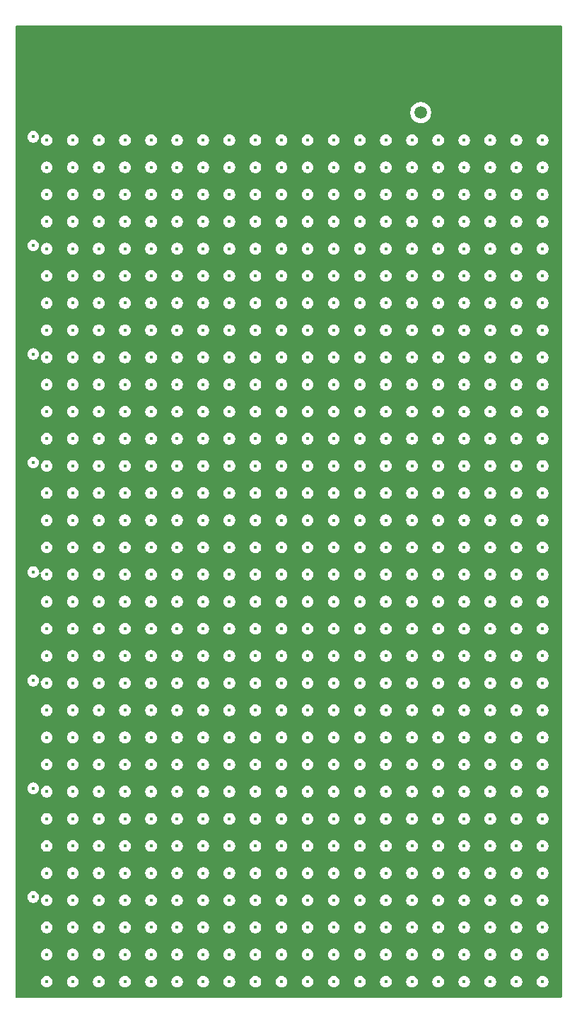
<source format=gbr>
%TF.GenerationSoftware,KiCad,Pcbnew,9.0.7*%
%TF.CreationDate,2026-02-05T13:43:49+01:00*%
%TF.ProjectId,led_bage,6c65645f-6261-4676-952e-6b696361645f,rev?*%
%TF.SameCoordinates,Original*%
%TF.FileFunction,Copper,L3,Inr*%
%TF.FilePolarity,Positive*%
%FSLAX46Y46*%
G04 Gerber Fmt 4.6, Leading zero omitted, Abs format (unit mm)*
G04 Created by KiCad (PCBNEW 9.0.7) date 2026-02-05 13:43:49*
%MOMM*%
%LPD*%
G01*
G04 APERTURE LIST*
%TA.AperFunction,ViaPad*%
%ADD10C,0.400000*%
%TD*%
%TA.AperFunction,ViaPad*%
%ADD11C,1.500000*%
%TD*%
G04 APERTURE END LIST*
D10*
%TO.N,VDD*%
X183500000Y-115800000D03*
X161625000Y-41050000D03*
X161625000Y-125550000D03*
X161625000Y-93050000D03*
X183500000Y-86550000D03*
X174125000Y-119050000D03*
X146000000Y-102800000D03*
X161625000Y-73550000D03*
X186625000Y-122300000D03*
X158500000Y-50800000D03*
X164750000Y-112550000D03*
X189750000Y-34550000D03*
X180375000Y-109300000D03*
X164750000Y-80050000D03*
X146000000Y-89800000D03*
X196000000Y-89800000D03*
X180375000Y-128800000D03*
X180375000Y-57300000D03*
X177250000Y-44300000D03*
X164750000Y-119050000D03*
X155375000Y-60550000D03*
X186625000Y-109300000D03*
X158500000Y-41050000D03*
X202250000Y-86550000D03*
X149125000Y-76800000D03*
X146000000Y-34550000D03*
X152250000Y-41050000D03*
X183500000Y-54050000D03*
X149125000Y-86550000D03*
X199125000Y-99550000D03*
X146000000Y-99550000D03*
X183500000Y-50800000D03*
X189750000Y-73550000D03*
X146000000Y-37800000D03*
X158500000Y-109300000D03*
X202250000Y-73550000D03*
X189750000Y-125550000D03*
X158500000Y-115800000D03*
X174125000Y-54050000D03*
X199125000Y-80050000D03*
X155375000Y-70300000D03*
X174125000Y-89800000D03*
X205375000Y-125550000D03*
X199125000Y-83300000D03*
X161625000Y-119050000D03*
X155375000Y-102800000D03*
X171000000Y-102800000D03*
X174125000Y-112550000D03*
X202250000Y-44300000D03*
X186625000Y-44300000D03*
X158500000Y-99550000D03*
X180375000Y-106050000D03*
X171000000Y-106050000D03*
X186625000Y-57300000D03*
X186625000Y-34550000D03*
X164750000Y-109300000D03*
X164750000Y-83300000D03*
X180375000Y-60550000D03*
X167875000Y-60550000D03*
X171000000Y-54050000D03*
X177250000Y-102800000D03*
X205375000Y-109300000D03*
X164750000Y-54050000D03*
X189750000Y-63800000D03*
D11*
X190800000Y-28000000D03*
D10*
X202250000Y-106050000D03*
X161625000Y-67050000D03*
X146000000Y-31300000D03*
X146000000Y-122300000D03*
X192875000Y-47550000D03*
X171000000Y-70300000D03*
X146000000Y-112550000D03*
X164750000Y-37800000D03*
X158500000Y-47550000D03*
X192875000Y-93050000D03*
X174125000Y-41050000D03*
X189750000Y-37800000D03*
X189750000Y-47550000D03*
X155375000Y-132050000D03*
X155375000Y-106050000D03*
X180375000Y-122300000D03*
X202250000Y-119050000D03*
X183500000Y-96300000D03*
X174125000Y-132050000D03*
X171000000Y-96300000D03*
X149125000Y-57300000D03*
X149125000Y-93050000D03*
X167875000Y-50800000D03*
X146000000Y-70300000D03*
X171000000Y-80050000D03*
X146000000Y-44300000D03*
X180375000Y-99550000D03*
X149125000Y-106050000D03*
X196000000Y-70300000D03*
X161625000Y-115800000D03*
X205375000Y-54050000D03*
X205375000Y-122300000D03*
X202250000Y-89800000D03*
X155375000Y-54050000D03*
X186625000Y-80050000D03*
X199125000Y-106050000D03*
X199125000Y-122300000D03*
X177250000Y-80050000D03*
X161625000Y-128800000D03*
X199125000Y-119050000D03*
X186625000Y-132050000D03*
X152250000Y-106050000D03*
X199125000Y-50800000D03*
X202250000Y-47550000D03*
X161625000Y-76800000D03*
X171000000Y-37800000D03*
X164750000Y-93050000D03*
X174125000Y-31300000D03*
X155375000Y-73550000D03*
X192875000Y-76800000D03*
X199125000Y-132050000D03*
X177250000Y-54050000D03*
X152250000Y-93050000D03*
X202250000Y-63800000D03*
X199125000Y-109300000D03*
X177250000Y-60550000D03*
X155375000Y-112550000D03*
X155375000Y-96300000D03*
X164750000Y-96300000D03*
X146000000Y-109300000D03*
X186625000Y-112550000D03*
X158500000Y-89800000D03*
X167875000Y-109300000D03*
X164750000Y-31300000D03*
X164750000Y-60550000D03*
X152250000Y-119050000D03*
X186625000Y-128800000D03*
X180375000Y-63800000D03*
X158500000Y-67050000D03*
X196000000Y-99550000D03*
X152250000Y-109300000D03*
X152250000Y-44300000D03*
X189750000Y-93050000D03*
X167875000Y-96300000D03*
X205375000Y-60550000D03*
X177250000Y-86550000D03*
X205375000Y-67050000D03*
X196000000Y-76800000D03*
X202250000Y-112550000D03*
X158500000Y-57300000D03*
X152250000Y-37800000D03*
X180375000Y-132050000D03*
X202250000Y-125550000D03*
X205375000Y-31300000D03*
X177250000Y-99550000D03*
X174125000Y-60550000D03*
X152250000Y-112550000D03*
X152250000Y-60550000D03*
X192875000Y-67050000D03*
X171000000Y-99550000D03*
X202250000Y-76800000D03*
X149125000Y-128800000D03*
X189750000Y-109300000D03*
X186625000Y-115800000D03*
X152250000Y-132050000D03*
X177250000Y-57300000D03*
X149125000Y-34550000D03*
X189750000Y-102800000D03*
X167875000Y-73550000D03*
X171000000Y-63800000D03*
X183500000Y-76800000D03*
X158500000Y-128800000D03*
X152250000Y-50800000D03*
X192875000Y-44300000D03*
X177250000Y-122300000D03*
X189750000Y-89800000D03*
X149125000Y-109300000D03*
X161625000Y-102800000D03*
X180375000Y-67050000D03*
X174125000Y-106050000D03*
X205375000Y-41050000D03*
X174125000Y-67050000D03*
X180375000Y-73550000D03*
X186625000Y-31300000D03*
X158500000Y-83300000D03*
X180375000Y-86550000D03*
X183500000Y-132050000D03*
X171000000Y-115800000D03*
X164750000Y-44300000D03*
X196000000Y-34550000D03*
X199125000Y-128800000D03*
X171000000Y-73550000D03*
X174125000Y-37800000D03*
X167875000Y-83300000D03*
X155375000Y-57300000D03*
X158500000Y-54050000D03*
X186625000Y-50800000D03*
X161625000Y-34550000D03*
X199125000Y-86550000D03*
X183500000Y-125550000D03*
X196000000Y-63800000D03*
X161625000Y-50800000D03*
X186625000Y-47550000D03*
X146000000Y-63800000D03*
X149125000Y-96300000D03*
X171000000Y-109300000D03*
X146000000Y-57300000D03*
X192875000Y-34550000D03*
X158500000Y-73550000D03*
X174125000Y-86550000D03*
X196000000Y-41050000D03*
X183500000Y-34550000D03*
X196000000Y-83300000D03*
X196000000Y-67050000D03*
X174125000Y-80050000D03*
X186625000Y-67050000D03*
X149125000Y-41050000D03*
X161625000Y-106050000D03*
X171000000Y-31300000D03*
X146000000Y-80050000D03*
X155375000Y-128800000D03*
X189750000Y-67050000D03*
X180375000Y-112550000D03*
X180375000Y-54050000D03*
X174125000Y-34550000D03*
X174125000Y-115800000D03*
X161625000Y-89800000D03*
X192875000Y-73550000D03*
X174125000Y-122300000D03*
X174125000Y-93050000D03*
X161625000Y-86550000D03*
X202250000Y-34550000D03*
X205375000Y-80050000D03*
X146000000Y-115800000D03*
X183500000Y-60550000D03*
X171000000Y-119050000D03*
X158500000Y-93050000D03*
X149125000Y-122300000D03*
X192875000Y-83300000D03*
X158500000Y-44300000D03*
X202250000Y-83300000D03*
X199125000Y-96300000D03*
X205375000Y-99550000D03*
X152250000Y-67050000D03*
X180375000Y-34550000D03*
X155375000Y-122300000D03*
X171000000Y-89800000D03*
X205375000Y-50800000D03*
X205375000Y-96300000D03*
X189750000Y-132050000D03*
X199125000Y-47550000D03*
X189750000Y-119050000D03*
X199125000Y-60550000D03*
X202250000Y-31300000D03*
X186625000Y-125550000D03*
X152250000Y-83300000D03*
X205375000Y-83300000D03*
X161625000Y-60550000D03*
X164750000Y-73550000D03*
X158500000Y-31300000D03*
X189750000Y-99550000D03*
X183500000Y-109300000D03*
X192875000Y-106050000D03*
X183500000Y-57300000D03*
X192875000Y-102800000D03*
X180375000Y-41050000D03*
X149125000Y-73550000D03*
X177250000Y-31300000D03*
X186625000Y-99550000D03*
X146000000Y-96300000D03*
X192875000Y-86550000D03*
X174125000Y-128800000D03*
X149125000Y-47550000D03*
X174125000Y-76800000D03*
X189750000Y-44300000D03*
X171000000Y-83300000D03*
X171000000Y-57300000D03*
X186625000Y-60550000D03*
X149125000Y-119050000D03*
X155375000Y-34550000D03*
X167875000Y-99550000D03*
X149125000Y-60550000D03*
X152250000Y-122300000D03*
X186625000Y-73550000D03*
X199125000Y-115800000D03*
X177250000Y-67050000D03*
X146000000Y-83300000D03*
X171000000Y-41050000D03*
X171000000Y-60550000D03*
X196000000Y-37800000D03*
X164750000Y-41050000D03*
X146000000Y-106050000D03*
X146000000Y-86550000D03*
X192875000Y-31300000D03*
X196000000Y-119050000D03*
X192875000Y-50800000D03*
X174125000Y-83300000D03*
X196000000Y-106050000D03*
X158500000Y-76800000D03*
X167875000Y-80050000D03*
X183500000Y-112550000D03*
X155375000Y-31300000D03*
X205375000Y-112550000D03*
X183500000Y-37800000D03*
X192875000Y-132050000D03*
X149125000Y-70300000D03*
X196000000Y-57300000D03*
X202250000Y-50800000D03*
X155375000Y-76800000D03*
X183500000Y-89800000D03*
X152250000Y-73550000D03*
X174125000Y-57300000D03*
X196000000Y-112550000D03*
X146000000Y-67050000D03*
X199125000Y-112550000D03*
X155375000Y-44300000D03*
X167875000Y-63800000D03*
X196000000Y-93050000D03*
X183500000Y-63800000D03*
X205375000Y-57300000D03*
X164750000Y-115800000D03*
X202250000Y-122300000D03*
X192875000Y-63800000D03*
X167875000Y-112550000D03*
X146000000Y-132050000D03*
X167875000Y-34550000D03*
X149125000Y-44300000D03*
X149125000Y-112550000D03*
X158500000Y-96300000D03*
X155375000Y-80050000D03*
X149125000Y-63800000D03*
X164750000Y-99550000D03*
X161625000Y-112550000D03*
X199125000Y-70300000D03*
X189750000Y-50800000D03*
X177250000Y-73550000D03*
X167875000Y-54050000D03*
X199125000Y-63800000D03*
X205375000Y-89800000D03*
X177250000Y-50800000D03*
X146000000Y-73550000D03*
X205375000Y-34550000D03*
X149125000Y-125550000D03*
X167875000Y-47550000D03*
X202250000Y-132050000D03*
X196000000Y-122300000D03*
X205375000Y-73550000D03*
X149125000Y-89800000D03*
X171000000Y-47550000D03*
X152250000Y-99550000D03*
X186625000Y-96300000D03*
X152250000Y-70300000D03*
X171000000Y-128800000D03*
X158500000Y-119050000D03*
X171000000Y-122300000D03*
X161625000Y-44300000D03*
X149125000Y-99550000D03*
X158500000Y-60550000D03*
X155375000Y-125550000D03*
X149125000Y-115800000D03*
X183500000Y-47550000D03*
X177250000Y-93050000D03*
X152250000Y-102800000D03*
X192875000Y-54050000D03*
X164750000Y-63800000D03*
X167875000Y-106050000D03*
X199125000Y-73550000D03*
X167875000Y-41050000D03*
X171000000Y-67050000D03*
X186625000Y-54050000D03*
X199125000Y-125550000D03*
X192875000Y-115800000D03*
X177250000Y-37800000D03*
X192875000Y-60550000D03*
X192875000Y-37800000D03*
X158500000Y-122300000D03*
X171000000Y-76800000D03*
X199125000Y-54050000D03*
X202250000Y-102800000D03*
X199125000Y-34550000D03*
X202250000Y-60550000D03*
X177250000Y-128800000D03*
X189750000Y-57300000D03*
X196000000Y-128800000D03*
X177250000Y-70300000D03*
X180375000Y-125550000D03*
X192875000Y-109300000D03*
X177250000Y-96300000D03*
X192875000Y-122300000D03*
X164750000Y-76800000D03*
X205375000Y-76800000D03*
X164750000Y-86550000D03*
X161625000Y-37800000D03*
X180375000Y-115800000D03*
X171000000Y-86550000D03*
X167875000Y-125550000D03*
X180375000Y-102800000D03*
X180375000Y-31300000D03*
X167875000Y-86550000D03*
X158500000Y-80050000D03*
X164750000Y-132050000D03*
X202250000Y-37800000D03*
X189750000Y-83300000D03*
X196000000Y-96300000D03*
X192875000Y-99550000D03*
X202250000Y-80050000D03*
X158500000Y-34550000D03*
X186625000Y-102800000D03*
X146000000Y-60550000D03*
X171000000Y-50800000D03*
X171000000Y-44300000D03*
X196000000Y-54050000D03*
X205375000Y-119050000D03*
X152250000Y-128800000D03*
X180375000Y-119050000D03*
X180375000Y-76800000D03*
X167875000Y-31300000D03*
X177250000Y-76800000D03*
X177250000Y-41050000D03*
X189750000Y-96300000D03*
X146000000Y-128800000D03*
X196000000Y-47550000D03*
X202250000Y-96300000D03*
X164750000Y-50800000D03*
X189750000Y-31300000D03*
X192875000Y-80050000D03*
X186625000Y-86550000D03*
X183500000Y-31300000D03*
X186625000Y-37800000D03*
X152250000Y-31300000D03*
X161625000Y-47550000D03*
X196000000Y-44300000D03*
X164750000Y-106050000D03*
X183500000Y-128800000D03*
X171000000Y-34550000D03*
X183500000Y-44300000D03*
X192875000Y-57300000D03*
X152250000Y-125550000D03*
X199125000Y-44300000D03*
X199125000Y-31300000D03*
X183500000Y-70300000D03*
X149125000Y-102800000D03*
X174125000Y-70300000D03*
X174125000Y-44300000D03*
X180375000Y-47550000D03*
X202250000Y-70300000D03*
X167875000Y-128800000D03*
X189750000Y-70300000D03*
X205375000Y-102800000D03*
X177250000Y-125550000D03*
X155375000Y-109300000D03*
X202250000Y-93050000D03*
X192875000Y-89800000D03*
X180375000Y-44300000D03*
X177250000Y-109300000D03*
X164750000Y-89800000D03*
X167875000Y-122300000D03*
X164750000Y-57300000D03*
X149125000Y-54050000D03*
X152250000Y-89800000D03*
X149125000Y-132050000D03*
X196000000Y-109300000D03*
X202250000Y-109300000D03*
X155375000Y-37800000D03*
X174125000Y-50800000D03*
X196000000Y-125550000D03*
X183500000Y-73550000D03*
X152250000Y-86550000D03*
X186625000Y-41050000D03*
X149125000Y-67050000D03*
X149125000Y-50800000D03*
X174125000Y-47550000D03*
X146000000Y-50800000D03*
X192875000Y-96300000D03*
X202250000Y-128800000D03*
X174125000Y-96300000D03*
X152250000Y-96300000D03*
X199125000Y-37800000D03*
X146000000Y-119050000D03*
X171000000Y-93050000D03*
X152250000Y-54050000D03*
X174125000Y-73550000D03*
X161625000Y-54050000D03*
X155375000Y-115800000D03*
X167875000Y-119050000D03*
X192875000Y-128800000D03*
X196000000Y-115800000D03*
X155375000Y-86550000D03*
X196000000Y-132050000D03*
X183500000Y-102800000D03*
X186625000Y-106050000D03*
X177250000Y-112550000D03*
X177250000Y-89800000D03*
X164750000Y-47550000D03*
X152250000Y-76800000D03*
X164750000Y-125550000D03*
X174125000Y-125550000D03*
X177250000Y-115800000D03*
X205375000Y-93050000D03*
X146000000Y-54050000D03*
X183500000Y-80050000D03*
X152250000Y-115800000D03*
X202250000Y-67050000D03*
X205375000Y-47550000D03*
X186625000Y-119050000D03*
X177250000Y-34550000D03*
X177250000Y-132050000D03*
X183500000Y-119050000D03*
X146000000Y-125550000D03*
X149125000Y-31300000D03*
X161625000Y-122300000D03*
X155375000Y-93050000D03*
X164750000Y-102800000D03*
X174125000Y-99550000D03*
X180375000Y-83300000D03*
X174125000Y-102800000D03*
X199125000Y-57300000D03*
X146000000Y-47550000D03*
X152250000Y-57300000D03*
X192875000Y-125550000D03*
X164750000Y-70300000D03*
X196000000Y-60550000D03*
X177250000Y-47550000D03*
X167875000Y-132050000D03*
X199125000Y-93050000D03*
X205375000Y-86550000D03*
X180375000Y-37800000D03*
X171000000Y-132050000D03*
X155375000Y-63800000D03*
X202250000Y-54050000D03*
X180375000Y-80050000D03*
X161625000Y-31300000D03*
X158500000Y-70300000D03*
X189750000Y-122300000D03*
X189750000Y-112550000D03*
X180375000Y-50800000D03*
X155375000Y-83300000D03*
X180375000Y-93050000D03*
X161625000Y-80050000D03*
X180375000Y-89800000D03*
X186625000Y-76800000D03*
X177250000Y-106050000D03*
X167875000Y-37800000D03*
X177250000Y-119050000D03*
X186625000Y-83300000D03*
X158500000Y-37800000D03*
X186625000Y-93050000D03*
X158500000Y-86550000D03*
X171000000Y-125550000D03*
X192875000Y-70300000D03*
X183500000Y-67050000D03*
X199125000Y-76800000D03*
X177250000Y-63800000D03*
X158500000Y-112550000D03*
X183500000Y-99550000D03*
X180375000Y-96300000D03*
X196000000Y-102800000D03*
X196000000Y-80050000D03*
X205375000Y-115800000D03*
X183500000Y-93050000D03*
X155375000Y-67050000D03*
X155375000Y-119050000D03*
X202250000Y-115800000D03*
X161625000Y-63800000D03*
X155375000Y-99550000D03*
X183500000Y-83300000D03*
X174125000Y-63800000D03*
X199125000Y-102800000D03*
X161625000Y-83300000D03*
X158500000Y-132050000D03*
X192875000Y-119050000D03*
X164750000Y-128800000D03*
X199125000Y-41050000D03*
X196000000Y-86550000D03*
X155375000Y-89800000D03*
X192875000Y-112550000D03*
X158500000Y-106050000D03*
X152250000Y-63800000D03*
X189750000Y-60550000D03*
X149125000Y-80050000D03*
X164750000Y-67050000D03*
X196000000Y-50800000D03*
X189750000Y-115800000D03*
X205375000Y-37800000D03*
X167875000Y-70300000D03*
X199125000Y-89800000D03*
X189750000Y-86550000D03*
X152250000Y-34550000D03*
X167875000Y-76800000D03*
X183500000Y-106050000D03*
X167875000Y-115800000D03*
X199125000Y-67050000D03*
X202250000Y-99550000D03*
X202250000Y-57300000D03*
X167875000Y-67050000D03*
X161625000Y-57300000D03*
X155375000Y-41050000D03*
X189750000Y-54050000D03*
X149125000Y-37800000D03*
X186625000Y-70300000D03*
X196000000Y-31300000D03*
X186625000Y-89800000D03*
X174125000Y-109300000D03*
X164750000Y-34550000D03*
X186625000Y-63800000D03*
X167875000Y-102800000D03*
X183500000Y-122300000D03*
X146000000Y-76800000D03*
X152250000Y-80050000D03*
X146000000Y-93050000D03*
X205375000Y-70300000D03*
X167875000Y-57300000D03*
X189750000Y-80050000D03*
X152250000Y-47550000D03*
X192875000Y-41050000D03*
X196000000Y-73550000D03*
X167875000Y-93050000D03*
X189750000Y-106050000D03*
X171000000Y-112550000D03*
X202250000Y-41050000D03*
X161625000Y-109300000D03*
X189750000Y-41050000D03*
X183500000Y-41050000D03*
X189750000Y-76800000D03*
X189750000Y-128800000D03*
X146000000Y-41050000D03*
X161625000Y-70300000D03*
X164750000Y-122300000D03*
X161625000Y-132050000D03*
X205375000Y-132050000D03*
X149125000Y-83300000D03*
X161625000Y-99550000D03*
X161625000Y-96300000D03*
X158500000Y-102800000D03*
X205375000Y-44300000D03*
X180375000Y-70300000D03*
X177250000Y-83300000D03*
X167875000Y-89800000D03*
X155375000Y-47550000D03*
X158500000Y-63800000D03*
X205375000Y-106050000D03*
X167875000Y-44300000D03*
X205375000Y-128800000D03*
X158500000Y-125550000D03*
X205375000Y-63800000D03*
X155375000Y-50800000D03*
%TO.N,DATA1*%
X144400000Y-30900000D03*
%TO.N,GND*%
X172625000Y-58950000D03*
X175750000Y-29700000D03*
X157000000Y-81700000D03*
X188250000Y-29700000D03*
X169500000Y-110950000D03*
X172625000Y-120700000D03*
X160125000Y-117450000D03*
D11*
X198800000Y-28000000D03*
D10*
X188250000Y-117450000D03*
X150750000Y-68700000D03*
X200750000Y-39450000D03*
X207000000Y-42700000D03*
X166375000Y-42700000D03*
X194500000Y-94700000D03*
X169500000Y-65450000D03*
X166375000Y-78450000D03*
X166375000Y-71950000D03*
X200750000Y-62200000D03*
X163250000Y-36200000D03*
X160125000Y-107700000D03*
X163250000Y-91450000D03*
X144500000Y-81700000D03*
X147625000Y-88200000D03*
X157000000Y-130450000D03*
X197625000Y-133600000D03*
X191375000Y-29700000D03*
X157000000Y-52450000D03*
X191375000Y-110950000D03*
X178875000Y-130450000D03*
X147625000Y-55700000D03*
X178875000Y-107700000D03*
X197625000Y-49200000D03*
X160125000Y-58950000D03*
X172625000Y-101200000D03*
X203875000Y-81700000D03*
X157000000Y-45950000D03*
X194500000Y-68700000D03*
X200750000Y-65450000D03*
X160125000Y-45950000D03*
X169500000Y-62200000D03*
X172625000Y-91450000D03*
X175750000Y-110950000D03*
X169500000Y-29700000D03*
X147625000Y-101200000D03*
X175750000Y-71950000D03*
X178875000Y-78450000D03*
X169500000Y-55700000D03*
X166375000Y-91450000D03*
X197625000Y-29700000D03*
X172625000Y-29700000D03*
X169500000Y-52450000D03*
X175750000Y-107700000D03*
X169500000Y-101200000D03*
X175750000Y-55700000D03*
X160125000Y-127200000D03*
X188250000Y-42700000D03*
X163250000Y-123950000D03*
X200750000Y-101200000D03*
X163250000Y-110950000D03*
X185125000Y-127200000D03*
X147625000Y-130450000D03*
X150750000Y-49200000D03*
X178875000Y-133600000D03*
X153875000Y-39450000D03*
X160125000Y-71950000D03*
X144500000Y-52450000D03*
X144500000Y-75200000D03*
X147625000Y-75200000D03*
X169500000Y-133600000D03*
X157000000Y-101200000D03*
X160125000Y-42700000D03*
X144500000Y-71950000D03*
X191375000Y-45950000D03*
X172625000Y-62200000D03*
X197625000Y-45950000D03*
X175750000Y-65450000D03*
X147625000Y-62200000D03*
X203875000Y-84950000D03*
X188250000Y-39450000D03*
X172625000Y-39450000D03*
X157000000Y-49200000D03*
X203875000Y-127200000D03*
X150750000Y-120700000D03*
X200750000Y-133600000D03*
X157000000Y-120700000D03*
X191375000Y-75200000D03*
X160125000Y-75200000D03*
X147625000Y-65450000D03*
X191375000Y-84950000D03*
X188250000Y-110950000D03*
X160125000Y-130450000D03*
X157000000Y-88200000D03*
X172625000Y-32950000D03*
X203875000Y-65450000D03*
X144500000Y-114200000D03*
X153875000Y-32950000D03*
X203875000Y-39450000D03*
X153875000Y-130450000D03*
X144500000Y-55700000D03*
X185125000Y-104450000D03*
X163250000Y-117450000D03*
X147625000Y-114200000D03*
X207000000Y-84950000D03*
X194500000Y-45950000D03*
X144500000Y-45950000D03*
X178875000Y-84950000D03*
X172625000Y-110950000D03*
X166375000Y-114200000D03*
X147625000Y-81700000D03*
X197625000Y-97950000D03*
X160125000Y-52450000D03*
X157000000Y-127200000D03*
X191375000Y-101200000D03*
X207000000Y-52450000D03*
X178875000Y-49200000D03*
X191375000Y-120700000D03*
X169500000Y-94700000D03*
X172625000Y-71950000D03*
X203875000Y-58950000D03*
X178875000Y-127200000D03*
X175750000Y-114200000D03*
X166375000Y-68700000D03*
X144500000Y-29700000D03*
X166375000Y-104450000D03*
X172625000Y-88200000D03*
X147625000Y-107700000D03*
X150750000Y-32950000D03*
X175750000Y-120700000D03*
X203875000Y-29700000D03*
X197625000Y-42700000D03*
X194500000Y-36200000D03*
X150750000Y-65450000D03*
X169500000Y-81700000D03*
X147625000Y-123950000D03*
X203875000Y-42700000D03*
X163250000Y-39450000D03*
X163250000Y-101200000D03*
X191375000Y-114200000D03*
X188250000Y-114200000D03*
X182000000Y-58950000D03*
X182000000Y-94700000D03*
X185125000Y-88200000D03*
X185125000Y-71950000D03*
X200750000Y-130450000D03*
X207000000Y-107700000D03*
X150750000Y-81700000D03*
X153875000Y-49200000D03*
X153875000Y-65450000D03*
X200750000Y-81700000D03*
X191375000Y-62200000D03*
X188250000Y-71950000D03*
X203875000Y-68700000D03*
X147625000Y-36200000D03*
X150750000Y-78450000D03*
X194500000Y-39450000D03*
X160125000Y-97950000D03*
X150750000Y-91450000D03*
X169500000Y-117450000D03*
X191375000Y-68700000D03*
X191375000Y-117450000D03*
X188250000Y-75200000D03*
X203875000Y-91450000D03*
X150750000Y-107700000D03*
X147625000Y-84950000D03*
X150750000Y-75200000D03*
X144500000Y-97950000D03*
X144500000Y-94700000D03*
X166375000Y-65450000D03*
X185125000Y-130450000D03*
X194500000Y-42700000D03*
X153875000Y-117450000D03*
X172625000Y-114200000D03*
X163250000Y-81700000D03*
X178875000Y-68700000D03*
X185125000Y-58950000D03*
X147625000Y-104450000D03*
X203800000Y-133600000D03*
X169500000Y-127200000D03*
X163250000Y-114200000D03*
X188250000Y-94700000D03*
X191375000Y-42700000D03*
X166375000Y-55700000D03*
X188250000Y-127200000D03*
X188250000Y-52450000D03*
X163250000Y-94700000D03*
X182000000Y-55700000D03*
X166375000Y-81700000D03*
X153875000Y-68700000D03*
X153875000Y-127200000D03*
X172625000Y-84950000D03*
X175750000Y-117450000D03*
X182000000Y-127200000D03*
X207000000Y-49200000D03*
X175750000Y-97950000D03*
X203875000Y-114200000D03*
X191375000Y-107700000D03*
X163250000Y-75200000D03*
X182000000Y-81700000D03*
X197625000Y-52450000D03*
X182000000Y-130450000D03*
X150750000Y-97950000D03*
X147625000Y-110950000D03*
X160125000Y-81700000D03*
X157000000Y-71950000D03*
X197625000Y-88200000D03*
X182000000Y-114200000D03*
X166375000Y-62200000D03*
X207000000Y-127200000D03*
X207000000Y-110950000D03*
X166375000Y-97950000D03*
X203875000Y-101200000D03*
X194500000Y-58950000D03*
X203875000Y-75200000D03*
X157000000Y-65450000D03*
X197625000Y-65450000D03*
X144500000Y-120700000D03*
X163250000Y-78450000D03*
X197625000Y-39450000D03*
X166375000Y-123950000D03*
X150750000Y-39450000D03*
X160125000Y-101200000D03*
X185125000Y-114200000D03*
X163250000Y-62200000D03*
X185125000Y-49200000D03*
X191375000Y-130450000D03*
X182000000Y-78450000D03*
X188250000Y-45950000D03*
X166375000Y-133600000D03*
X191375000Y-39450000D03*
X207000000Y-114200000D03*
X150750000Y-62200000D03*
X169500000Y-84950000D03*
X150750000Y-123950000D03*
X194500000Y-133600000D03*
X197625000Y-78450000D03*
X160125000Y-114200000D03*
X200750000Y-78450000D03*
X172625000Y-52450000D03*
X157000000Y-32950000D03*
X194500000Y-104450000D03*
X182000000Y-65450000D03*
X185125000Y-36200000D03*
X163250000Y-107700000D03*
X175750000Y-52450000D03*
X188250000Y-97950000D03*
X153875000Y-71950000D03*
X194500000Y-75200000D03*
X185125000Y-110950000D03*
X191375000Y-49200000D03*
X175750000Y-130450000D03*
X200750000Y-52450000D03*
X160125000Y-123950000D03*
X182000000Y-133600000D03*
X200750000Y-117450000D03*
X153875000Y-36200000D03*
X172625000Y-97950000D03*
X160125000Y-68700000D03*
X207000000Y-101200000D03*
X175750000Y-42700000D03*
X144500000Y-107700000D03*
X166375000Y-110950000D03*
X185125000Y-107700000D03*
X191375000Y-133600000D03*
X200750000Y-42700000D03*
X175750000Y-32950000D03*
X166375000Y-127200000D03*
X197625000Y-110950000D03*
X144500000Y-42700000D03*
X178875000Y-39450000D03*
X163250000Y-42700000D03*
X194500000Y-110950000D03*
X163250000Y-88200000D03*
X163250000Y-130450000D03*
X197625000Y-127200000D03*
X175750000Y-88200000D03*
X147625000Y-39450000D03*
X194500000Y-120700000D03*
X200750000Y-120700000D03*
X191375000Y-78450000D03*
X207000000Y-68700000D03*
X178875000Y-71950000D03*
X194500000Y-32950000D03*
X160125000Y-91450000D03*
X200750000Y-58950000D03*
X150750000Y-114200000D03*
X197625000Y-58950000D03*
X194500000Y-101200000D03*
X147625000Y-78450000D03*
X166375000Y-130450000D03*
X191375000Y-94700000D03*
X178875000Y-65450000D03*
X166375000Y-117450000D03*
X191375000Y-123950000D03*
X178875000Y-62200000D03*
X185125000Y-123950000D03*
X203875000Y-62200000D03*
X147625000Y-42700000D03*
X160125000Y-133600000D03*
X203875000Y-88200000D03*
X147625000Y-29700000D03*
X203875000Y-78450000D03*
X185125000Y-62200000D03*
X197625000Y-123950000D03*
X166375000Y-58950000D03*
X157000000Y-39450000D03*
X147625000Y-97950000D03*
X182000000Y-84950000D03*
X175750000Y-78450000D03*
X203875000Y-110950000D03*
X172625000Y-94700000D03*
X153875000Y-75200000D03*
X197625000Y-32950000D03*
X207000000Y-58950000D03*
X147625000Y-127200000D03*
X207000000Y-94700000D03*
X163250000Y-49200000D03*
X200750000Y-75200000D03*
X200750000Y-88200000D03*
X160125000Y-32950000D03*
X194500000Y-78450000D03*
X175750000Y-45950000D03*
X188250000Y-104450000D03*
X153875000Y-120700000D03*
X150750000Y-71950000D03*
X175750000Y-58950000D03*
X197625000Y-120700000D03*
X207000000Y-104450000D03*
X200750000Y-84950000D03*
X188250000Y-84950000D03*
X153875000Y-94700000D03*
X178875000Y-36200000D03*
X188250000Y-62200000D03*
X182000000Y-45950000D03*
X188250000Y-133600000D03*
X191375000Y-36200000D03*
X163250000Y-65450000D03*
X169500000Y-114200000D03*
X172625000Y-49200000D03*
X144500000Y-130450000D03*
X182000000Y-36200000D03*
X157000000Y-107700000D03*
X175750000Y-127200000D03*
X160125000Y-49200000D03*
X207000000Y-71950000D03*
X178875000Y-91450000D03*
X169500000Y-97950000D03*
X147625000Y-45950000D03*
X188250000Y-120700000D03*
X160125000Y-62200000D03*
X188250000Y-91450000D03*
X185125000Y-55700000D03*
X197625000Y-81700000D03*
X182000000Y-29700000D03*
X153875000Y-55700000D03*
X144500000Y-133600000D03*
X157000000Y-117450000D03*
X150750000Y-117450000D03*
X172625000Y-123950000D03*
X153875000Y-107700000D03*
X144500000Y-78450000D03*
X178875000Y-88200000D03*
X153875000Y-58950000D03*
X169500000Y-78450000D03*
X178875000Y-52450000D03*
X172625000Y-130450000D03*
X175750000Y-104450000D03*
X200750000Y-97950000D03*
X178875000Y-58950000D03*
X194500000Y-117450000D03*
X150750000Y-58950000D03*
X194500000Y-91450000D03*
X194500000Y-127200000D03*
X207000000Y-120700000D03*
X178875000Y-29700000D03*
X163250000Y-52450000D03*
X182000000Y-88200000D03*
X194500000Y-114200000D03*
X207000000Y-62200000D03*
X172625000Y-104450000D03*
X194500000Y-97950000D03*
X166375000Y-45950000D03*
X185125000Y-52450000D03*
X169500000Y-88200000D03*
X166375000Y-94700000D03*
X197625000Y-75200000D03*
X169500000Y-130450000D03*
X157000000Y-75200000D03*
X157000000Y-36200000D03*
X188250000Y-32950000D03*
X182000000Y-91450000D03*
X197625000Y-101200000D03*
X147625000Y-58950000D03*
X144500000Y-123950000D03*
X175750000Y-123950000D03*
X185125000Y-101200000D03*
X157000000Y-29700000D03*
X197625000Y-84950000D03*
X207000000Y-97950000D03*
X147625000Y-117450000D03*
X207000000Y-133600000D03*
X175750000Y-91450000D03*
X166375000Y-88200000D03*
X150750000Y-42700000D03*
X157000000Y-62200000D03*
X203875000Y-49200000D03*
X178875000Y-110950000D03*
X207000000Y-123950000D03*
X182000000Y-110950000D03*
X200750000Y-29700000D03*
X157000000Y-55700000D03*
X150750000Y-45950000D03*
X169500000Y-39450000D03*
X150750000Y-110950000D03*
X207000000Y-55700000D03*
X207000000Y-130450000D03*
X200750000Y-49200000D03*
X169500000Y-120700000D03*
X172625000Y-42700000D03*
X182000000Y-101200000D03*
X200750000Y-114200000D03*
X160125000Y-110950000D03*
X194500000Y-62200000D03*
X160125000Y-29700000D03*
X178875000Y-75200000D03*
X207000000Y-75200000D03*
X169500000Y-58950000D03*
X169500000Y-32950000D03*
X200750000Y-127200000D03*
X166375000Y-101200000D03*
X147625000Y-133600000D03*
X191375000Y-88200000D03*
X169500000Y-71950000D03*
X182000000Y-120700000D03*
X197625000Y-130450000D03*
X163250000Y-55700000D03*
X157000000Y-110950000D03*
X153875000Y-133600000D03*
X197625000Y-117450000D03*
X166375000Y-75200000D03*
X207000000Y-81700000D03*
X207000000Y-78450000D03*
X172625000Y-68700000D03*
X191375000Y-52450000D03*
X153875000Y-91450000D03*
X169500000Y-75200000D03*
X185125000Y-94700000D03*
X207000000Y-45950000D03*
X200750000Y-104450000D03*
X144500000Y-104450000D03*
X178875000Y-42700000D03*
X203875000Y-55700000D03*
X200750000Y-123950000D03*
X172625000Y-127200000D03*
X153875000Y-97950000D03*
X182000000Y-52450000D03*
X147625000Y-32950000D03*
X185125000Y-91450000D03*
X200750000Y-55700000D03*
X207000000Y-29700000D03*
X144500000Y-91450000D03*
X188250000Y-55700000D03*
X178875000Y-45950000D03*
X150750000Y-55700000D03*
X197625000Y-55700000D03*
X182000000Y-123950000D03*
X182000000Y-117450000D03*
X207000000Y-91450000D03*
X188250000Y-68700000D03*
X166375000Y-32950000D03*
X185125000Y-39450000D03*
X144500000Y-32950000D03*
X157000000Y-84950000D03*
X147625000Y-94700000D03*
X172625000Y-107700000D03*
X150750000Y-104450000D03*
X166375000Y-120700000D03*
X153875000Y-42700000D03*
X144500000Y-62200000D03*
X182000000Y-62200000D03*
X144500000Y-68700000D03*
X166375000Y-52450000D03*
X188250000Y-49200000D03*
X203875000Y-94700000D03*
X203875000Y-130450000D03*
X169500000Y-45950000D03*
X194500000Y-123950000D03*
X144500000Y-84950000D03*
X178875000Y-123950000D03*
X197625000Y-91450000D03*
X157000000Y-58950000D03*
X150750000Y-94700000D03*
X147625000Y-71950000D03*
X163250000Y-68700000D03*
X185125000Y-97950000D03*
X150750000Y-52450000D03*
X200750000Y-45950000D03*
X185125000Y-68700000D03*
X172625000Y-65450000D03*
X178875000Y-120700000D03*
X191375000Y-127200000D03*
X185125000Y-84950000D03*
X200750000Y-68700000D03*
X160125000Y-84950000D03*
X160125000Y-65450000D03*
X175750000Y-101200000D03*
X191375000Y-65450000D03*
X160125000Y-78450000D03*
X194500000Y-107700000D03*
X191375000Y-58950000D03*
X175750000Y-84950000D03*
X144500000Y-117450000D03*
X197625000Y-36200000D03*
X169500000Y-49200000D03*
X157000000Y-114200000D03*
X172625000Y-36200000D03*
X197625000Y-114200000D03*
X163250000Y-71950000D03*
X175750000Y-39450000D03*
X172625000Y-45950000D03*
X157000000Y-91450000D03*
X150750000Y-84950000D03*
X175750000Y-62200000D03*
X157000000Y-42700000D03*
X166375000Y-84950000D03*
X188250000Y-81700000D03*
X166375000Y-39450000D03*
X207000000Y-117450000D03*
X150750000Y-88200000D03*
X194500000Y-65450000D03*
X185125000Y-78450000D03*
X203875000Y-120700000D03*
X194500000Y-88200000D03*
X169500000Y-68700000D03*
X191375000Y-97950000D03*
X197625000Y-71950000D03*
X144500000Y-110950000D03*
X150750000Y-127200000D03*
X166375000Y-107700000D03*
X163250000Y-32950000D03*
X178875000Y-101200000D03*
X203875000Y-36200000D03*
X153875000Y-78450000D03*
X191375000Y-91450000D03*
X144500000Y-101200000D03*
X172625000Y-81700000D03*
X182000000Y-104450000D03*
X185125000Y-117450000D03*
X185125000Y-32950000D03*
X203875000Y-45950000D03*
X194500000Y-81700000D03*
X182000000Y-32950000D03*
X169500000Y-123950000D03*
X182000000Y-42700000D03*
X194500000Y-52450000D03*
X166375000Y-29700000D03*
X169500000Y-104450000D03*
X194500000Y-29700000D03*
X175750000Y-133600000D03*
X157000000Y-94700000D03*
X188250000Y-123950000D03*
X182000000Y-39450000D03*
X200750000Y-107700000D03*
X178875000Y-114200000D03*
X153875000Y-104450000D03*
X203875000Y-52450000D03*
X203875000Y-123950000D03*
X182000000Y-49200000D03*
X194500000Y-84950000D03*
X178875000Y-104450000D03*
X153875000Y-52450000D03*
X157000000Y-133600000D03*
X194500000Y-55700000D03*
X163250000Y-97950000D03*
X203875000Y-117450000D03*
X153875000Y-101200000D03*
X175750000Y-75200000D03*
X200750000Y-94700000D03*
X150750000Y-133600000D03*
X147625000Y-68700000D03*
X175750000Y-68700000D03*
X191375000Y-32950000D03*
X203875000Y-104450000D03*
X144500000Y-39450000D03*
X153875000Y-84950000D03*
X197625000Y-104450000D03*
X191375000Y-81700000D03*
X207000000Y-36200000D03*
X169500000Y-107700000D03*
X207000000Y-88200000D03*
X157000000Y-68700000D03*
X153875000Y-45950000D03*
X160125000Y-39450000D03*
X160125000Y-88200000D03*
X185125000Y-45950000D03*
X178875000Y-94700000D03*
X194500000Y-49200000D03*
X178875000Y-81700000D03*
X182000000Y-71950000D03*
X153875000Y-88200000D03*
X200750000Y-36200000D03*
X166375000Y-36200000D03*
X147625000Y-91450000D03*
X150750000Y-130450000D03*
X163250000Y-84950000D03*
X188250000Y-36200000D03*
X188250000Y-107700000D03*
X150750000Y-101200000D03*
X163250000Y-104450000D03*
X157000000Y-104450000D03*
X188250000Y-88200000D03*
X203875000Y-97950000D03*
X163250000Y-45950000D03*
X191375000Y-71950000D03*
X185125000Y-81700000D03*
X160125000Y-94700000D03*
X185125000Y-120700000D03*
X144500000Y-88200000D03*
X200750000Y-91450000D03*
X163250000Y-29700000D03*
X163250000Y-127200000D03*
X160125000Y-55700000D03*
X157000000Y-123950000D03*
X207000000Y-65450000D03*
X175750000Y-94700000D03*
X194500000Y-71950000D03*
X188250000Y-58950000D03*
X188250000Y-78450000D03*
X207000000Y-39450000D03*
X194500000Y-130450000D03*
X200750000Y-110950000D03*
X182000000Y-97950000D03*
X191375000Y-55700000D03*
X163250000Y-58950000D03*
X169500000Y-36200000D03*
X147625000Y-49200000D03*
X153875000Y-123950000D03*
X144500000Y-58950000D03*
X166375000Y-49200000D03*
X207000000Y-32950000D03*
X172625000Y-78450000D03*
X182000000Y-75200000D03*
X191375000Y-104450000D03*
X197625000Y-94700000D03*
X157000000Y-97950000D03*
X175750000Y-81700000D03*
X188250000Y-101200000D03*
X160125000Y-120700000D03*
X172625000Y-133600000D03*
X188250000Y-65450000D03*
X178875000Y-55700000D03*
X185125000Y-65450000D03*
X182000000Y-68700000D03*
X197625000Y-62200000D03*
X185125000Y-29700000D03*
X153875000Y-81700000D03*
X153875000Y-110950000D03*
X188250000Y-130450000D03*
X160125000Y-36200000D03*
X169500000Y-42700000D03*
X203875000Y-107700000D03*
X172625000Y-75200000D03*
X160125000Y-104450000D03*
X144500000Y-65450000D03*
X178875000Y-32950000D03*
X163250000Y-133600000D03*
X203875000Y-71950000D03*
X153875000Y-29700000D03*
X144500000Y-127200000D03*
X157000000Y-78450000D03*
X175750000Y-49200000D03*
X144500000Y-36200000D03*
X172625000Y-117450000D03*
X147625000Y-120700000D03*
X197625000Y-107700000D03*
X200750000Y-71950000D03*
X169500000Y-91450000D03*
X153875000Y-62200000D03*
X172625000Y-55700000D03*
X185125000Y-75200000D03*
X163250000Y-120700000D03*
X203875000Y-32950000D03*
X153875000Y-114200000D03*
X182000000Y-107700000D03*
X178875000Y-117450000D03*
X147625000Y-52450000D03*
X178875000Y-97950000D03*
X200750000Y-32950000D03*
X175750000Y-36200000D03*
X144500000Y-49200000D03*
X150750000Y-29700000D03*
X150750000Y-36200000D03*
X185125000Y-133600000D03*
X197625000Y-68700000D03*
X185125000Y-42700000D03*
%TO.N,DATA2*%
X144400000Y-43900000D03*
%TO.N,DATA3*%
X144400000Y-56900000D03*
%TO.N,DATA4*%
X144400000Y-69900000D03*
%TO.N,DATA5*%
X144400000Y-83000000D03*
%TO.N,DATA6*%
X144400000Y-96000000D03*
%TO.N,DATA7*%
X144400000Y-108900000D03*
%TO.N,DATA8*%
X144400000Y-121900000D03*
%TD*%
%TA.AperFunction,Conductor*%
%TO.N,GND*%
G36*
X207642539Y-17607685D02*
G01*
X207688294Y-17660489D01*
X207699500Y-17712000D01*
X207699500Y-133875500D01*
X207679815Y-133942539D01*
X207627011Y-133988294D01*
X207575500Y-133999500D01*
X142387000Y-133999500D01*
X142319961Y-133979815D01*
X142274206Y-133927011D01*
X142263000Y-133875500D01*
X142263000Y-132118995D01*
X145299499Y-132118995D01*
X145326418Y-132254322D01*
X145326421Y-132254332D01*
X145379221Y-132381804D01*
X145379228Y-132381817D01*
X145455885Y-132496541D01*
X145455888Y-132496545D01*
X145553454Y-132594111D01*
X145553458Y-132594114D01*
X145668182Y-132670771D01*
X145668195Y-132670778D01*
X145795667Y-132723578D01*
X145795672Y-132723580D01*
X145795676Y-132723580D01*
X145795677Y-132723581D01*
X145931004Y-132750500D01*
X145931007Y-132750500D01*
X146068995Y-132750500D01*
X146160041Y-132732389D01*
X146204328Y-132723580D01*
X146331811Y-132670775D01*
X146446542Y-132594114D01*
X146544114Y-132496542D01*
X146620775Y-132381811D01*
X146673580Y-132254328D01*
X146700500Y-132118995D01*
X148424499Y-132118995D01*
X148451418Y-132254322D01*
X148451421Y-132254332D01*
X148504221Y-132381804D01*
X148504228Y-132381817D01*
X148580885Y-132496541D01*
X148580888Y-132496545D01*
X148678454Y-132594111D01*
X148678458Y-132594114D01*
X148793182Y-132670771D01*
X148793195Y-132670778D01*
X148920667Y-132723578D01*
X148920672Y-132723580D01*
X148920676Y-132723580D01*
X148920677Y-132723581D01*
X149056004Y-132750500D01*
X149056007Y-132750500D01*
X149193995Y-132750500D01*
X149285041Y-132732389D01*
X149329328Y-132723580D01*
X149456811Y-132670775D01*
X149571542Y-132594114D01*
X149669114Y-132496542D01*
X149745775Y-132381811D01*
X149798580Y-132254328D01*
X149825500Y-132118995D01*
X151549499Y-132118995D01*
X151576418Y-132254322D01*
X151576421Y-132254332D01*
X151629221Y-132381804D01*
X151629228Y-132381817D01*
X151705885Y-132496541D01*
X151705888Y-132496545D01*
X151803454Y-132594111D01*
X151803458Y-132594114D01*
X151918182Y-132670771D01*
X151918195Y-132670778D01*
X152045667Y-132723578D01*
X152045672Y-132723580D01*
X152045676Y-132723580D01*
X152045677Y-132723581D01*
X152181004Y-132750500D01*
X152181007Y-132750500D01*
X152318995Y-132750500D01*
X152410041Y-132732389D01*
X152454328Y-132723580D01*
X152581811Y-132670775D01*
X152696542Y-132594114D01*
X152794114Y-132496542D01*
X152870775Y-132381811D01*
X152923580Y-132254328D01*
X152950500Y-132118995D01*
X154674499Y-132118995D01*
X154701418Y-132254322D01*
X154701421Y-132254332D01*
X154754221Y-132381804D01*
X154754228Y-132381817D01*
X154830885Y-132496541D01*
X154830888Y-132496545D01*
X154928454Y-132594111D01*
X154928458Y-132594114D01*
X155043182Y-132670771D01*
X155043195Y-132670778D01*
X155170667Y-132723578D01*
X155170672Y-132723580D01*
X155170676Y-132723580D01*
X155170677Y-132723581D01*
X155306004Y-132750500D01*
X155306007Y-132750500D01*
X155443995Y-132750500D01*
X155535041Y-132732389D01*
X155579328Y-132723580D01*
X155706811Y-132670775D01*
X155821542Y-132594114D01*
X155919114Y-132496542D01*
X155995775Y-132381811D01*
X156048580Y-132254328D01*
X156075500Y-132118995D01*
X157799499Y-132118995D01*
X157826418Y-132254322D01*
X157826421Y-132254332D01*
X157879221Y-132381804D01*
X157879228Y-132381817D01*
X157955885Y-132496541D01*
X157955888Y-132496545D01*
X158053454Y-132594111D01*
X158053458Y-132594114D01*
X158168182Y-132670771D01*
X158168195Y-132670778D01*
X158295667Y-132723578D01*
X158295672Y-132723580D01*
X158295676Y-132723580D01*
X158295677Y-132723581D01*
X158431004Y-132750500D01*
X158431007Y-132750500D01*
X158568995Y-132750500D01*
X158660041Y-132732389D01*
X158704328Y-132723580D01*
X158831811Y-132670775D01*
X158946542Y-132594114D01*
X159044114Y-132496542D01*
X159120775Y-132381811D01*
X159173580Y-132254328D01*
X159200500Y-132118995D01*
X160924499Y-132118995D01*
X160951418Y-132254322D01*
X160951421Y-132254332D01*
X161004221Y-132381804D01*
X161004228Y-132381817D01*
X161080885Y-132496541D01*
X161080888Y-132496545D01*
X161178454Y-132594111D01*
X161178458Y-132594114D01*
X161293182Y-132670771D01*
X161293195Y-132670778D01*
X161420667Y-132723578D01*
X161420672Y-132723580D01*
X161420676Y-132723580D01*
X161420677Y-132723581D01*
X161556004Y-132750500D01*
X161556007Y-132750500D01*
X161693995Y-132750500D01*
X161785041Y-132732389D01*
X161829328Y-132723580D01*
X161956811Y-132670775D01*
X162071542Y-132594114D01*
X162169114Y-132496542D01*
X162245775Y-132381811D01*
X162298580Y-132254328D01*
X162325500Y-132118995D01*
X164049499Y-132118995D01*
X164076418Y-132254322D01*
X164076421Y-132254332D01*
X164129221Y-132381804D01*
X164129228Y-132381817D01*
X164205885Y-132496541D01*
X164205888Y-132496545D01*
X164303454Y-132594111D01*
X164303458Y-132594114D01*
X164418182Y-132670771D01*
X164418195Y-132670778D01*
X164545667Y-132723578D01*
X164545672Y-132723580D01*
X164545676Y-132723580D01*
X164545677Y-132723581D01*
X164681004Y-132750500D01*
X164681007Y-132750500D01*
X164818995Y-132750500D01*
X164910041Y-132732389D01*
X164954328Y-132723580D01*
X165081811Y-132670775D01*
X165196542Y-132594114D01*
X165294114Y-132496542D01*
X165370775Y-132381811D01*
X165423580Y-132254328D01*
X165450500Y-132118995D01*
X167174499Y-132118995D01*
X167201418Y-132254322D01*
X167201421Y-132254332D01*
X167254221Y-132381804D01*
X167254228Y-132381817D01*
X167330885Y-132496541D01*
X167330888Y-132496545D01*
X167428454Y-132594111D01*
X167428458Y-132594114D01*
X167543182Y-132670771D01*
X167543195Y-132670778D01*
X167670667Y-132723578D01*
X167670672Y-132723580D01*
X167670676Y-132723580D01*
X167670677Y-132723581D01*
X167806004Y-132750500D01*
X167806007Y-132750500D01*
X167943995Y-132750500D01*
X168035041Y-132732389D01*
X168079328Y-132723580D01*
X168206811Y-132670775D01*
X168321542Y-132594114D01*
X168419114Y-132496542D01*
X168495775Y-132381811D01*
X168548580Y-132254328D01*
X168575500Y-132118995D01*
X170299499Y-132118995D01*
X170326418Y-132254322D01*
X170326421Y-132254332D01*
X170379221Y-132381804D01*
X170379228Y-132381817D01*
X170455885Y-132496541D01*
X170455888Y-132496545D01*
X170553454Y-132594111D01*
X170553458Y-132594114D01*
X170668182Y-132670771D01*
X170668195Y-132670778D01*
X170795667Y-132723578D01*
X170795672Y-132723580D01*
X170795676Y-132723580D01*
X170795677Y-132723581D01*
X170931004Y-132750500D01*
X170931007Y-132750500D01*
X171068995Y-132750500D01*
X171160041Y-132732389D01*
X171204328Y-132723580D01*
X171331811Y-132670775D01*
X171446542Y-132594114D01*
X171544114Y-132496542D01*
X171620775Y-132381811D01*
X171673580Y-132254328D01*
X171700500Y-132118995D01*
X173424499Y-132118995D01*
X173451418Y-132254322D01*
X173451421Y-132254332D01*
X173504221Y-132381804D01*
X173504228Y-132381817D01*
X173580885Y-132496541D01*
X173580888Y-132496545D01*
X173678454Y-132594111D01*
X173678458Y-132594114D01*
X173793182Y-132670771D01*
X173793195Y-132670778D01*
X173920667Y-132723578D01*
X173920672Y-132723580D01*
X173920676Y-132723580D01*
X173920677Y-132723581D01*
X174056004Y-132750500D01*
X174056007Y-132750500D01*
X174193995Y-132750500D01*
X174285041Y-132732389D01*
X174329328Y-132723580D01*
X174456811Y-132670775D01*
X174571542Y-132594114D01*
X174669114Y-132496542D01*
X174745775Y-132381811D01*
X174798580Y-132254328D01*
X174825500Y-132118995D01*
X176549499Y-132118995D01*
X176576418Y-132254322D01*
X176576421Y-132254332D01*
X176629221Y-132381804D01*
X176629228Y-132381817D01*
X176705885Y-132496541D01*
X176705888Y-132496545D01*
X176803454Y-132594111D01*
X176803458Y-132594114D01*
X176918182Y-132670771D01*
X176918195Y-132670778D01*
X177045667Y-132723578D01*
X177045672Y-132723580D01*
X177045676Y-132723580D01*
X177045677Y-132723581D01*
X177181004Y-132750500D01*
X177181007Y-132750500D01*
X177318995Y-132750500D01*
X177410041Y-132732389D01*
X177454328Y-132723580D01*
X177581811Y-132670775D01*
X177696542Y-132594114D01*
X177794114Y-132496542D01*
X177870775Y-132381811D01*
X177923580Y-132254328D01*
X177950500Y-132118995D01*
X179674499Y-132118995D01*
X179701418Y-132254322D01*
X179701421Y-132254332D01*
X179754221Y-132381804D01*
X179754228Y-132381817D01*
X179830885Y-132496541D01*
X179830888Y-132496545D01*
X179928454Y-132594111D01*
X179928458Y-132594114D01*
X180043182Y-132670771D01*
X180043195Y-132670778D01*
X180170667Y-132723578D01*
X180170672Y-132723580D01*
X180170676Y-132723580D01*
X180170677Y-132723581D01*
X180306004Y-132750500D01*
X180306007Y-132750500D01*
X180443995Y-132750500D01*
X180535041Y-132732389D01*
X180579328Y-132723580D01*
X180706811Y-132670775D01*
X180821542Y-132594114D01*
X180919114Y-132496542D01*
X180995775Y-132381811D01*
X181048580Y-132254328D01*
X181075500Y-132118995D01*
X182799499Y-132118995D01*
X182826418Y-132254322D01*
X182826421Y-132254332D01*
X182879221Y-132381804D01*
X182879228Y-132381817D01*
X182955885Y-132496541D01*
X182955888Y-132496545D01*
X183053454Y-132594111D01*
X183053458Y-132594114D01*
X183168182Y-132670771D01*
X183168195Y-132670778D01*
X183295667Y-132723578D01*
X183295672Y-132723580D01*
X183295676Y-132723580D01*
X183295677Y-132723581D01*
X183431004Y-132750500D01*
X183431007Y-132750500D01*
X183568995Y-132750500D01*
X183660041Y-132732389D01*
X183704328Y-132723580D01*
X183831811Y-132670775D01*
X183946542Y-132594114D01*
X184044114Y-132496542D01*
X184120775Y-132381811D01*
X184173580Y-132254328D01*
X184200500Y-132118995D01*
X185924499Y-132118995D01*
X185951418Y-132254322D01*
X185951421Y-132254332D01*
X186004221Y-132381804D01*
X186004228Y-132381817D01*
X186080885Y-132496541D01*
X186080888Y-132496545D01*
X186178454Y-132594111D01*
X186178458Y-132594114D01*
X186293182Y-132670771D01*
X186293195Y-132670778D01*
X186420667Y-132723578D01*
X186420672Y-132723580D01*
X186420676Y-132723580D01*
X186420677Y-132723581D01*
X186556004Y-132750500D01*
X186556007Y-132750500D01*
X186693995Y-132750500D01*
X186785041Y-132732389D01*
X186829328Y-132723580D01*
X186956811Y-132670775D01*
X187071542Y-132594114D01*
X187169114Y-132496542D01*
X187245775Y-132381811D01*
X187298580Y-132254328D01*
X187325500Y-132118995D01*
X189049499Y-132118995D01*
X189076418Y-132254322D01*
X189076421Y-132254332D01*
X189129221Y-132381804D01*
X189129228Y-132381817D01*
X189205885Y-132496541D01*
X189205888Y-132496545D01*
X189303454Y-132594111D01*
X189303458Y-132594114D01*
X189418182Y-132670771D01*
X189418195Y-132670778D01*
X189545667Y-132723578D01*
X189545672Y-132723580D01*
X189545676Y-132723580D01*
X189545677Y-132723581D01*
X189681004Y-132750500D01*
X189681007Y-132750500D01*
X189818995Y-132750500D01*
X189910041Y-132732389D01*
X189954328Y-132723580D01*
X190081811Y-132670775D01*
X190196542Y-132594114D01*
X190294114Y-132496542D01*
X190370775Y-132381811D01*
X190423580Y-132254328D01*
X190450500Y-132118995D01*
X192174499Y-132118995D01*
X192201418Y-132254322D01*
X192201421Y-132254332D01*
X192254221Y-132381804D01*
X192254228Y-132381817D01*
X192330885Y-132496541D01*
X192330888Y-132496545D01*
X192428454Y-132594111D01*
X192428458Y-132594114D01*
X192543182Y-132670771D01*
X192543195Y-132670778D01*
X192670667Y-132723578D01*
X192670672Y-132723580D01*
X192670676Y-132723580D01*
X192670677Y-132723581D01*
X192806004Y-132750500D01*
X192806007Y-132750500D01*
X192943995Y-132750500D01*
X193035041Y-132732389D01*
X193079328Y-132723580D01*
X193206811Y-132670775D01*
X193321542Y-132594114D01*
X193419114Y-132496542D01*
X193495775Y-132381811D01*
X193548580Y-132254328D01*
X193575500Y-132118995D01*
X195299499Y-132118995D01*
X195326418Y-132254322D01*
X195326421Y-132254332D01*
X195379221Y-132381804D01*
X195379228Y-132381817D01*
X195455885Y-132496541D01*
X195455888Y-132496545D01*
X195553454Y-132594111D01*
X195553458Y-132594114D01*
X195668182Y-132670771D01*
X195668195Y-132670778D01*
X195795667Y-132723578D01*
X195795672Y-132723580D01*
X195795676Y-132723580D01*
X195795677Y-132723581D01*
X195931004Y-132750500D01*
X195931007Y-132750500D01*
X196068995Y-132750500D01*
X196160041Y-132732389D01*
X196204328Y-132723580D01*
X196331811Y-132670775D01*
X196446542Y-132594114D01*
X196544114Y-132496542D01*
X196620775Y-132381811D01*
X196673580Y-132254328D01*
X196700500Y-132118995D01*
X198424499Y-132118995D01*
X198451418Y-132254322D01*
X198451421Y-132254332D01*
X198504221Y-132381804D01*
X198504228Y-132381817D01*
X198580885Y-132496541D01*
X198580888Y-132496545D01*
X198678454Y-132594111D01*
X198678458Y-132594114D01*
X198793182Y-132670771D01*
X198793195Y-132670778D01*
X198920667Y-132723578D01*
X198920672Y-132723580D01*
X198920676Y-132723580D01*
X198920677Y-132723581D01*
X199056004Y-132750500D01*
X199056007Y-132750500D01*
X199193995Y-132750500D01*
X199285041Y-132732389D01*
X199329328Y-132723580D01*
X199456811Y-132670775D01*
X199571542Y-132594114D01*
X199669114Y-132496542D01*
X199745775Y-132381811D01*
X199798580Y-132254328D01*
X199825500Y-132118995D01*
X201549499Y-132118995D01*
X201576418Y-132254322D01*
X201576421Y-132254332D01*
X201629221Y-132381804D01*
X201629228Y-132381817D01*
X201705885Y-132496541D01*
X201705888Y-132496545D01*
X201803454Y-132594111D01*
X201803458Y-132594114D01*
X201918182Y-132670771D01*
X201918195Y-132670778D01*
X202045667Y-132723578D01*
X202045672Y-132723580D01*
X202045676Y-132723580D01*
X202045677Y-132723581D01*
X202181004Y-132750500D01*
X202181007Y-132750500D01*
X202318995Y-132750500D01*
X202410041Y-132732389D01*
X202454328Y-132723580D01*
X202581811Y-132670775D01*
X202696542Y-132594114D01*
X202794114Y-132496542D01*
X202870775Y-132381811D01*
X202923580Y-132254328D01*
X202950500Y-132118995D01*
X204674499Y-132118995D01*
X204701418Y-132254322D01*
X204701421Y-132254332D01*
X204754221Y-132381804D01*
X204754228Y-132381817D01*
X204830885Y-132496541D01*
X204830888Y-132496545D01*
X204928454Y-132594111D01*
X204928458Y-132594114D01*
X205043182Y-132670771D01*
X205043195Y-132670778D01*
X205170667Y-132723578D01*
X205170672Y-132723580D01*
X205170676Y-132723580D01*
X205170677Y-132723581D01*
X205306004Y-132750500D01*
X205306007Y-132750500D01*
X205443995Y-132750500D01*
X205535041Y-132732389D01*
X205579328Y-132723580D01*
X205706811Y-132670775D01*
X205821542Y-132594114D01*
X205919114Y-132496542D01*
X205995775Y-132381811D01*
X206048580Y-132254328D01*
X206075500Y-132118993D01*
X206075500Y-131981007D01*
X206075500Y-131981004D01*
X206048581Y-131845677D01*
X206048580Y-131845676D01*
X206048580Y-131845672D01*
X206048578Y-131845667D01*
X205995778Y-131718195D01*
X205995771Y-131718182D01*
X205919114Y-131603458D01*
X205919111Y-131603454D01*
X205821545Y-131505888D01*
X205821541Y-131505885D01*
X205706817Y-131429228D01*
X205706804Y-131429221D01*
X205579332Y-131376421D01*
X205579322Y-131376418D01*
X205443995Y-131349500D01*
X205443993Y-131349500D01*
X205306007Y-131349500D01*
X205306005Y-131349500D01*
X205170677Y-131376418D01*
X205170667Y-131376421D01*
X205043195Y-131429221D01*
X205043182Y-131429228D01*
X204928458Y-131505885D01*
X204928454Y-131505888D01*
X204830888Y-131603454D01*
X204830885Y-131603458D01*
X204754228Y-131718182D01*
X204754221Y-131718195D01*
X204701421Y-131845667D01*
X204701418Y-131845677D01*
X204674500Y-131981004D01*
X204674500Y-131981007D01*
X204674500Y-132118993D01*
X204674500Y-132118995D01*
X204674499Y-132118995D01*
X202950500Y-132118995D01*
X202950500Y-132118993D01*
X202950500Y-131981007D01*
X202950500Y-131981004D01*
X202923581Y-131845677D01*
X202923580Y-131845676D01*
X202923580Y-131845672D01*
X202923578Y-131845667D01*
X202870778Y-131718195D01*
X202870771Y-131718182D01*
X202794114Y-131603458D01*
X202794111Y-131603454D01*
X202696545Y-131505888D01*
X202696541Y-131505885D01*
X202581817Y-131429228D01*
X202581804Y-131429221D01*
X202454332Y-131376421D01*
X202454322Y-131376418D01*
X202318995Y-131349500D01*
X202318993Y-131349500D01*
X202181007Y-131349500D01*
X202181005Y-131349500D01*
X202045677Y-131376418D01*
X202045667Y-131376421D01*
X201918195Y-131429221D01*
X201918182Y-131429228D01*
X201803458Y-131505885D01*
X201803454Y-131505888D01*
X201705888Y-131603454D01*
X201705885Y-131603458D01*
X201629228Y-131718182D01*
X201629221Y-131718195D01*
X201576421Y-131845667D01*
X201576418Y-131845677D01*
X201549500Y-131981004D01*
X201549500Y-131981007D01*
X201549500Y-132118993D01*
X201549500Y-132118995D01*
X201549499Y-132118995D01*
X199825500Y-132118995D01*
X199825500Y-132118993D01*
X199825500Y-131981007D01*
X199825500Y-131981004D01*
X199798581Y-131845677D01*
X199798580Y-131845676D01*
X199798580Y-131845672D01*
X199798578Y-131845667D01*
X199745778Y-131718195D01*
X199745771Y-131718182D01*
X199669114Y-131603458D01*
X199669111Y-131603454D01*
X199571545Y-131505888D01*
X199571541Y-131505885D01*
X199456817Y-131429228D01*
X199456804Y-131429221D01*
X199329332Y-131376421D01*
X199329322Y-131376418D01*
X199193995Y-131349500D01*
X199193993Y-131349500D01*
X199056007Y-131349500D01*
X199056005Y-131349500D01*
X198920677Y-131376418D01*
X198920667Y-131376421D01*
X198793195Y-131429221D01*
X198793182Y-131429228D01*
X198678458Y-131505885D01*
X198678454Y-131505888D01*
X198580888Y-131603454D01*
X198580885Y-131603458D01*
X198504228Y-131718182D01*
X198504221Y-131718195D01*
X198451421Y-131845667D01*
X198451418Y-131845677D01*
X198424500Y-131981004D01*
X198424500Y-131981007D01*
X198424500Y-132118993D01*
X198424500Y-132118995D01*
X198424499Y-132118995D01*
X196700500Y-132118995D01*
X196700500Y-132118993D01*
X196700500Y-131981007D01*
X196700500Y-131981004D01*
X196673581Y-131845677D01*
X196673580Y-131845676D01*
X196673580Y-131845672D01*
X196673578Y-131845667D01*
X196620778Y-131718195D01*
X196620771Y-131718182D01*
X196544114Y-131603458D01*
X196544111Y-131603454D01*
X196446545Y-131505888D01*
X196446541Y-131505885D01*
X196331817Y-131429228D01*
X196331804Y-131429221D01*
X196204332Y-131376421D01*
X196204322Y-131376418D01*
X196068995Y-131349500D01*
X196068993Y-131349500D01*
X195931007Y-131349500D01*
X195931005Y-131349500D01*
X195795677Y-131376418D01*
X195795667Y-131376421D01*
X195668195Y-131429221D01*
X195668182Y-131429228D01*
X195553458Y-131505885D01*
X195553454Y-131505888D01*
X195455888Y-131603454D01*
X195455885Y-131603458D01*
X195379228Y-131718182D01*
X195379221Y-131718195D01*
X195326421Y-131845667D01*
X195326418Y-131845677D01*
X195299500Y-131981004D01*
X195299500Y-131981007D01*
X195299500Y-132118993D01*
X195299500Y-132118995D01*
X195299499Y-132118995D01*
X193575500Y-132118995D01*
X193575500Y-132118993D01*
X193575500Y-131981007D01*
X193575500Y-131981004D01*
X193548581Y-131845677D01*
X193548580Y-131845676D01*
X193548580Y-131845672D01*
X193548578Y-131845667D01*
X193495778Y-131718195D01*
X193495771Y-131718182D01*
X193419114Y-131603458D01*
X193419111Y-131603454D01*
X193321545Y-131505888D01*
X193321541Y-131505885D01*
X193206817Y-131429228D01*
X193206804Y-131429221D01*
X193079332Y-131376421D01*
X193079322Y-131376418D01*
X192943995Y-131349500D01*
X192943993Y-131349500D01*
X192806007Y-131349500D01*
X192806005Y-131349500D01*
X192670677Y-131376418D01*
X192670667Y-131376421D01*
X192543195Y-131429221D01*
X192543182Y-131429228D01*
X192428458Y-131505885D01*
X192428454Y-131505888D01*
X192330888Y-131603454D01*
X192330885Y-131603458D01*
X192254228Y-131718182D01*
X192254221Y-131718195D01*
X192201421Y-131845667D01*
X192201418Y-131845677D01*
X192174500Y-131981004D01*
X192174500Y-131981007D01*
X192174500Y-132118993D01*
X192174500Y-132118995D01*
X192174499Y-132118995D01*
X190450500Y-132118995D01*
X190450500Y-132118993D01*
X190450500Y-131981007D01*
X190450500Y-131981004D01*
X190423581Y-131845677D01*
X190423580Y-131845676D01*
X190423580Y-131845672D01*
X190423578Y-131845667D01*
X190370778Y-131718195D01*
X190370771Y-131718182D01*
X190294114Y-131603458D01*
X190294111Y-131603454D01*
X190196545Y-131505888D01*
X190196541Y-131505885D01*
X190081817Y-131429228D01*
X190081804Y-131429221D01*
X189954332Y-131376421D01*
X189954322Y-131376418D01*
X189818995Y-131349500D01*
X189818993Y-131349500D01*
X189681007Y-131349500D01*
X189681005Y-131349500D01*
X189545677Y-131376418D01*
X189545667Y-131376421D01*
X189418195Y-131429221D01*
X189418182Y-131429228D01*
X189303458Y-131505885D01*
X189303454Y-131505888D01*
X189205888Y-131603454D01*
X189205885Y-131603458D01*
X189129228Y-131718182D01*
X189129221Y-131718195D01*
X189076421Y-131845667D01*
X189076418Y-131845677D01*
X189049500Y-131981004D01*
X189049500Y-131981007D01*
X189049500Y-132118993D01*
X189049500Y-132118995D01*
X189049499Y-132118995D01*
X187325500Y-132118995D01*
X187325500Y-132118993D01*
X187325500Y-131981007D01*
X187325500Y-131981004D01*
X187298581Y-131845677D01*
X187298580Y-131845676D01*
X187298580Y-131845672D01*
X187298578Y-131845667D01*
X187245778Y-131718195D01*
X187245771Y-131718182D01*
X187169114Y-131603458D01*
X187169111Y-131603454D01*
X187071545Y-131505888D01*
X187071541Y-131505885D01*
X186956817Y-131429228D01*
X186956804Y-131429221D01*
X186829332Y-131376421D01*
X186829322Y-131376418D01*
X186693995Y-131349500D01*
X186693993Y-131349500D01*
X186556007Y-131349500D01*
X186556005Y-131349500D01*
X186420677Y-131376418D01*
X186420667Y-131376421D01*
X186293195Y-131429221D01*
X186293182Y-131429228D01*
X186178458Y-131505885D01*
X186178454Y-131505888D01*
X186080888Y-131603454D01*
X186080885Y-131603458D01*
X186004228Y-131718182D01*
X186004221Y-131718195D01*
X185951421Y-131845667D01*
X185951418Y-131845677D01*
X185924500Y-131981004D01*
X185924500Y-131981007D01*
X185924500Y-132118993D01*
X185924500Y-132118995D01*
X185924499Y-132118995D01*
X184200500Y-132118995D01*
X184200500Y-132118993D01*
X184200500Y-131981007D01*
X184200500Y-131981004D01*
X184173581Y-131845677D01*
X184173580Y-131845676D01*
X184173580Y-131845672D01*
X184173578Y-131845667D01*
X184120778Y-131718195D01*
X184120771Y-131718182D01*
X184044114Y-131603458D01*
X184044111Y-131603454D01*
X183946545Y-131505888D01*
X183946541Y-131505885D01*
X183831817Y-131429228D01*
X183831804Y-131429221D01*
X183704332Y-131376421D01*
X183704322Y-131376418D01*
X183568995Y-131349500D01*
X183568993Y-131349500D01*
X183431007Y-131349500D01*
X183431005Y-131349500D01*
X183295677Y-131376418D01*
X183295667Y-131376421D01*
X183168195Y-131429221D01*
X183168182Y-131429228D01*
X183053458Y-131505885D01*
X183053454Y-131505888D01*
X182955888Y-131603454D01*
X182955885Y-131603458D01*
X182879228Y-131718182D01*
X182879221Y-131718195D01*
X182826421Y-131845667D01*
X182826418Y-131845677D01*
X182799500Y-131981004D01*
X182799500Y-131981007D01*
X182799500Y-132118993D01*
X182799500Y-132118995D01*
X182799499Y-132118995D01*
X181075500Y-132118995D01*
X181075500Y-132118993D01*
X181075500Y-131981007D01*
X181075500Y-131981004D01*
X181048581Y-131845677D01*
X181048580Y-131845676D01*
X181048580Y-131845672D01*
X181048578Y-131845667D01*
X180995778Y-131718195D01*
X180995771Y-131718182D01*
X180919114Y-131603458D01*
X180919111Y-131603454D01*
X180821545Y-131505888D01*
X180821541Y-131505885D01*
X180706817Y-131429228D01*
X180706804Y-131429221D01*
X180579332Y-131376421D01*
X180579322Y-131376418D01*
X180443995Y-131349500D01*
X180443993Y-131349500D01*
X180306007Y-131349500D01*
X180306005Y-131349500D01*
X180170677Y-131376418D01*
X180170667Y-131376421D01*
X180043195Y-131429221D01*
X180043182Y-131429228D01*
X179928458Y-131505885D01*
X179928454Y-131505888D01*
X179830888Y-131603454D01*
X179830885Y-131603458D01*
X179754228Y-131718182D01*
X179754221Y-131718195D01*
X179701421Y-131845667D01*
X179701418Y-131845677D01*
X179674500Y-131981004D01*
X179674500Y-131981007D01*
X179674500Y-132118993D01*
X179674500Y-132118995D01*
X179674499Y-132118995D01*
X177950500Y-132118995D01*
X177950500Y-132118993D01*
X177950500Y-131981007D01*
X177950500Y-131981004D01*
X177923581Y-131845677D01*
X177923580Y-131845676D01*
X177923580Y-131845672D01*
X177923578Y-131845667D01*
X177870778Y-131718195D01*
X177870771Y-131718182D01*
X177794114Y-131603458D01*
X177794111Y-131603454D01*
X177696545Y-131505888D01*
X177696541Y-131505885D01*
X177581817Y-131429228D01*
X177581804Y-131429221D01*
X177454332Y-131376421D01*
X177454322Y-131376418D01*
X177318995Y-131349500D01*
X177318993Y-131349500D01*
X177181007Y-131349500D01*
X177181005Y-131349500D01*
X177045677Y-131376418D01*
X177045667Y-131376421D01*
X176918195Y-131429221D01*
X176918182Y-131429228D01*
X176803458Y-131505885D01*
X176803454Y-131505888D01*
X176705888Y-131603454D01*
X176705885Y-131603458D01*
X176629228Y-131718182D01*
X176629221Y-131718195D01*
X176576421Y-131845667D01*
X176576418Y-131845677D01*
X176549500Y-131981004D01*
X176549500Y-131981007D01*
X176549500Y-132118993D01*
X176549500Y-132118995D01*
X176549499Y-132118995D01*
X174825500Y-132118995D01*
X174825500Y-132118993D01*
X174825500Y-131981007D01*
X174825500Y-131981004D01*
X174798581Y-131845677D01*
X174798580Y-131845676D01*
X174798580Y-131845672D01*
X174798578Y-131845667D01*
X174745778Y-131718195D01*
X174745771Y-131718182D01*
X174669114Y-131603458D01*
X174669111Y-131603454D01*
X174571545Y-131505888D01*
X174571541Y-131505885D01*
X174456817Y-131429228D01*
X174456804Y-131429221D01*
X174329332Y-131376421D01*
X174329322Y-131376418D01*
X174193995Y-131349500D01*
X174193993Y-131349500D01*
X174056007Y-131349500D01*
X174056005Y-131349500D01*
X173920677Y-131376418D01*
X173920667Y-131376421D01*
X173793195Y-131429221D01*
X173793182Y-131429228D01*
X173678458Y-131505885D01*
X173678454Y-131505888D01*
X173580888Y-131603454D01*
X173580885Y-131603458D01*
X173504228Y-131718182D01*
X173504221Y-131718195D01*
X173451421Y-131845667D01*
X173451418Y-131845677D01*
X173424500Y-131981004D01*
X173424500Y-131981007D01*
X173424500Y-132118993D01*
X173424500Y-132118995D01*
X173424499Y-132118995D01*
X171700500Y-132118995D01*
X171700500Y-132118993D01*
X171700500Y-131981007D01*
X171700500Y-131981004D01*
X171673581Y-131845677D01*
X171673580Y-131845676D01*
X171673580Y-131845672D01*
X171673578Y-131845667D01*
X171620778Y-131718195D01*
X171620771Y-131718182D01*
X171544114Y-131603458D01*
X171544111Y-131603454D01*
X171446545Y-131505888D01*
X171446541Y-131505885D01*
X171331817Y-131429228D01*
X171331804Y-131429221D01*
X171204332Y-131376421D01*
X171204322Y-131376418D01*
X171068995Y-131349500D01*
X171068993Y-131349500D01*
X170931007Y-131349500D01*
X170931005Y-131349500D01*
X170795677Y-131376418D01*
X170795667Y-131376421D01*
X170668195Y-131429221D01*
X170668182Y-131429228D01*
X170553458Y-131505885D01*
X170553454Y-131505888D01*
X170455888Y-131603454D01*
X170455885Y-131603458D01*
X170379228Y-131718182D01*
X170379221Y-131718195D01*
X170326421Y-131845667D01*
X170326418Y-131845677D01*
X170299500Y-131981004D01*
X170299500Y-131981007D01*
X170299500Y-132118993D01*
X170299500Y-132118995D01*
X170299499Y-132118995D01*
X168575500Y-132118995D01*
X168575500Y-132118993D01*
X168575500Y-131981007D01*
X168575500Y-131981004D01*
X168548581Y-131845677D01*
X168548580Y-131845676D01*
X168548580Y-131845672D01*
X168548578Y-131845667D01*
X168495778Y-131718195D01*
X168495771Y-131718182D01*
X168419114Y-131603458D01*
X168419111Y-131603454D01*
X168321545Y-131505888D01*
X168321541Y-131505885D01*
X168206817Y-131429228D01*
X168206804Y-131429221D01*
X168079332Y-131376421D01*
X168079322Y-131376418D01*
X167943995Y-131349500D01*
X167943993Y-131349500D01*
X167806007Y-131349500D01*
X167806005Y-131349500D01*
X167670677Y-131376418D01*
X167670667Y-131376421D01*
X167543195Y-131429221D01*
X167543182Y-131429228D01*
X167428458Y-131505885D01*
X167428454Y-131505888D01*
X167330888Y-131603454D01*
X167330885Y-131603458D01*
X167254228Y-131718182D01*
X167254221Y-131718195D01*
X167201421Y-131845667D01*
X167201418Y-131845677D01*
X167174500Y-131981004D01*
X167174500Y-131981007D01*
X167174500Y-132118993D01*
X167174500Y-132118995D01*
X167174499Y-132118995D01*
X165450500Y-132118995D01*
X165450500Y-132118993D01*
X165450500Y-131981007D01*
X165450500Y-131981004D01*
X165423581Y-131845677D01*
X165423580Y-131845676D01*
X165423580Y-131845672D01*
X165423578Y-131845667D01*
X165370778Y-131718195D01*
X165370771Y-131718182D01*
X165294114Y-131603458D01*
X165294111Y-131603454D01*
X165196545Y-131505888D01*
X165196541Y-131505885D01*
X165081817Y-131429228D01*
X165081804Y-131429221D01*
X164954332Y-131376421D01*
X164954322Y-131376418D01*
X164818995Y-131349500D01*
X164818993Y-131349500D01*
X164681007Y-131349500D01*
X164681005Y-131349500D01*
X164545677Y-131376418D01*
X164545667Y-131376421D01*
X164418195Y-131429221D01*
X164418182Y-131429228D01*
X164303458Y-131505885D01*
X164303454Y-131505888D01*
X164205888Y-131603454D01*
X164205885Y-131603458D01*
X164129228Y-131718182D01*
X164129221Y-131718195D01*
X164076421Y-131845667D01*
X164076418Y-131845677D01*
X164049500Y-131981004D01*
X164049500Y-131981007D01*
X164049500Y-132118993D01*
X164049500Y-132118995D01*
X164049499Y-132118995D01*
X162325500Y-132118995D01*
X162325500Y-132118993D01*
X162325500Y-131981007D01*
X162325500Y-131981004D01*
X162298581Y-131845677D01*
X162298580Y-131845676D01*
X162298580Y-131845672D01*
X162298578Y-131845667D01*
X162245778Y-131718195D01*
X162245771Y-131718182D01*
X162169114Y-131603458D01*
X162169111Y-131603454D01*
X162071545Y-131505888D01*
X162071541Y-131505885D01*
X161956817Y-131429228D01*
X161956804Y-131429221D01*
X161829332Y-131376421D01*
X161829322Y-131376418D01*
X161693995Y-131349500D01*
X161693993Y-131349500D01*
X161556007Y-131349500D01*
X161556005Y-131349500D01*
X161420677Y-131376418D01*
X161420667Y-131376421D01*
X161293195Y-131429221D01*
X161293182Y-131429228D01*
X161178458Y-131505885D01*
X161178454Y-131505888D01*
X161080888Y-131603454D01*
X161080885Y-131603458D01*
X161004228Y-131718182D01*
X161004221Y-131718195D01*
X160951421Y-131845667D01*
X160951418Y-131845677D01*
X160924500Y-131981004D01*
X160924500Y-131981007D01*
X160924500Y-132118993D01*
X160924500Y-132118995D01*
X160924499Y-132118995D01*
X159200500Y-132118995D01*
X159200500Y-132118993D01*
X159200500Y-131981007D01*
X159200500Y-131981004D01*
X159173581Y-131845677D01*
X159173580Y-131845676D01*
X159173580Y-131845672D01*
X159173578Y-131845667D01*
X159120778Y-131718195D01*
X159120771Y-131718182D01*
X159044114Y-131603458D01*
X159044111Y-131603454D01*
X158946545Y-131505888D01*
X158946541Y-131505885D01*
X158831817Y-131429228D01*
X158831804Y-131429221D01*
X158704332Y-131376421D01*
X158704322Y-131376418D01*
X158568995Y-131349500D01*
X158568993Y-131349500D01*
X158431007Y-131349500D01*
X158431005Y-131349500D01*
X158295677Y-131376418D01*
X158295667Y-131376421D01*
X158168195Y-131429221D01*
X158168182Y-131429228D01*
X158053458Y-131505885D01*
X158053454Y-131505888D01*
X157955888Y-131603454D01*
X157955885Y-131603458D01*
X157879228Y-131718182D01*
X157879221Y-131718195D01*
X157826421Y-131845667D01*
X157826418Y-131845677D01*
X157799500Y-131981004D01*
X157799500Y-131981007D01*
X157799500Y-132118993D01*
X157799500Y-132118995D01*
X157799499Y-132118995D01*
X156075500Y-132118995D01*
X156075500Y-132118993D01*
X156075500Y-131981007D01*
X156075500Y-131981004D01*
X156048581Y-131845677D01*
X156048580Y-131845676D01*
X156048580Y-131845672D01*
X156048578Y-131845667D01*
X155995778Y-131718195D01*
X155995771Y-131718182D01*
X155919114Y-131603458D01*
X155919111Y-131603454D01*
X155821545Y-131505888D01*
X155821541Y-131505885D01*
X155706817Y-131429228D01*
X155706804Y-131429221D01*
X155579332Y-131376421D01*
X155579322Y-131376418D01*
X155443995Y-131349500D01*
X155443993Y-131349500D01*
X155306007Y-131349500D01*
X155306005Y-131349500D01*
X155170677Y-131376418D01*
X155170667Y-131376421D01*
X155043195Y-131429221D01*
X155043182Y-131429228D01*
X154928458Y-131505885D01*
X154928454Y-131505888D01*
X154830888Y-131603454D01*
X154830885Y-131603458D01*
X154754228Y-131718182D01*
X154754221Y-131718195D01*
X154701421Y-131845667D01*
X154701418Y-131845677D01*
X154674500Y-131981004D01*
X154674500Y-131981007D01*
X154674500Y-132118993D01*
X154674500Y-132118995D01*
X154674499Y-132118995D01*
X152950500Y-132118995D01*
X152950500Y-132118993D01*
X152950500Y-131981007D01*
X152950500Y-131981004D01*
X152923581Y-131845677D01*
X152923580Y-131845676D01*
X152923580Y-131845672D01*
X152923578Y-131845667D01*
X152870778Y-131718195D01*
X152870771Y-131718182D01*
X152794114Y-131603458D01*
X152794111Y-131603454D01*
X152696545Y-131505888D01*
X152696541Y-131505885D01*
X152581817Y-131429228D01*
X152581804Y-131429221D01*
X152454332Y-131376421D01*
X152454322Y-131376418D01*
X152318995Y-131349500D01*
X152318993Y-131349500D01*
X152181007Y-131349500D01*
X152181005Y-131349500D01*
X152045677Y-131376418D01*
X152045667Y-131376421D01*
X151918195Y-131429221D01*
X151918182Y-131429228D01*
X151803458Y-131505885D01*
X151803454Y-131505888D01*
X151705888Y-131603454D01*
X151705885Y-131603458D01*
X151629228Y-131718182D01*
X151629221Y-131718195D01*
X151576421Y-131845667D01*
X151576418Y-131845677D01*
X151549500Y-131981004D01*
X151549500Y-131981007D01*
X151549500Y-132118993D01*
X151549500Y-132118995D01*
X151549499Y-132118995D01*
X149825500Y-132118995D01*
X149825500Y-132118993D01*
X149825500Y-131981007D01*
X149825500Y-131981004D01*
X149798581Y-131845677D01*
X149798580Y-131845676D01*
X149798580Y-131845672D01*
X149798578Y-131845667D01*
X149745778Y-131718195D01*
X149745771Y-131718182D01*
X149669114Y-131603458D01*
X149669111Y-131603454D01*
X149571545Y-131505888D01*
X149571541Y-131505885D01*
X149456817Y-131429228D01*
X149456804Y-131429221D01*
X149329332Y-131376421D01*
X149329322Y-131376418D01*
X149193995Y-131349500D01*
X149193993Y-131349500D01*
X149056007Y-131349500D01*
X149056005Y-131349500D01*
X148920677Y-131376418D01*
X148920667Y-131376421D01*
X148793195Y-131429221D01*
X148793182Y-131429228D01*
X148678458Y-131505885D01*
X148678454Y-131505888D01*
X148580888Y-131603454D01*
X148580885Y-131603458D01*
X148504228Y-131718182D01*
X148504221Y-131718195D01*
X148451421Y-131845667D01*
X148451418Y-131845677D01*
X148424500Y-131981004D01*
X148424500Y-131981007D01*
X148424500Y-132118993D01*
X148424500Y-132118995D01*
X148424499Y-132118995D01*
X146700500Y-132118995D01*
X146700500Y-132118993D01*
X146700500Y-131981007D01*
X146700500Y-131981004D01*
X146673581Y-131845677D01*
X146673580Y-131845676D01*
X146673580Y-131845672D01*
X146673578Y-131845667D01*
X146620778Y-131718195D01*
X146620771Y-131718182D01*
X146544114Y-131603458D01*
X146544111Y-131603454D01*
X146446545Y-131505888D01*
X146446541Y-131505885D01*
X146331817Y-131429228D01*
X146331804Y-131429221D01*
X146204332Y-131376421D01*
X146204322Y-131376418D01*
X146068995Y-131349500D01*
X146068993Y-131349500D01*
X145931007Y-131349500D01*
X145931005Y-131349500D01*
X145795677Y-131376418D01*
X145795667Y-131376421D01*
X145668195Y-131429221D01*
X145668182Y-131429228D01*
X145553458Y-131505885D01*
X145553454Y-131505888D01*
X145455888Y-131603454D01*
X145455885Y-131603458D01*
X145379228Y-131718182D01*
X145379221Y-131718195D01*
X145326421Y-131845667D01*
X145326418Y-131845677D01*
X145299500Y-131981004D01*
X145299500Y-131981007D01*
X145299500Y-132118993D01*
X145299500Y-132118995D01*
X145299499Y-132118995D01*
X142263000Y-132118995D01*
X142263000Y-128868995D01*
X145299499Y-128868995D01*
X145326418Y-129004322D01*
X145326421Y-129004332D01*
X145379221Y-129131804D01*
X145379228Y-129131817D01*
X145455885Y-129246541D01*
X145455888Y-129246545D01*
X145553454Y-129344111D01*
X145553458Y-129344114D01*
X145668182Y-129420771D01*
X145668195Y-129420778D01*
X145795667Y-129473578D01*
X145795672Y-129473580D01*
X145795676Y-129473580D01*
X145795677Y-129473581D01*
X145931004Y-129500500D01*
X145931007Y-129500500D01*
X146068995Y-129500500D01*
X146160041Y-129482389D01*
X146204328Y-129473580D01*
X146331811Y-129420775D01*
X146446542Y-129344114D01*
X146544114Y-129246542D01*
X146620775Y-129131811D01*
X146673580Y-129004328D01*
X146700500Y-128868995D01*
X148424499Y-128868995D01*
X148451418Y-129004322D01*
X148451421Y-129004332D01*
X148504221Y-129131804D01*
X148504228Y-129131817D01*
X148580885Y-129246541D01*
X148580888Y-129246545D01*
X148678454Y-129344111D01*
X148678458Y-129344114D01*
X148793182Y-129420771D01*
X148793195Y-129420778D01*
X148920667Y-129473578D01*
X148920672Y-129473580D01*
X148920676Y-129473580D01*
X148920677Y-129473581D01*
X149056004Y-129500500D01*
X149056007Y-129500500D01*
X149193995Y-129500500D01*
X149285041Y-129482389D01*
X149329328Y-129473580D01*
X149456811Y-129420775D01*
X149571542Y-129344114D01*
X149669114Y-129246542D01*
X149745775Y-129131811D01*
X149798580Y-129004328D01*
X149825500Y-128868995D01*
X151549499Y-128868995D01*
X151576418Y-129004322D01*
X151576421Y-129004332D01*
X151629221Y-129131804D01*
X151629228Y-129131817D01*
X151705885Y-129246541D01*
X151705888Y-129246545D01*
X151803454Y-129344111D01*
X151803458Y-129344114D01*
X151918182Y-129420771D01*
X151918195Y-129420778D01*
X152045667Y-129473578D01*
X152045672Y-129473580D01*
X152045676Y-129473580D01*
X152045677Y-129473581D01*
X152181004Y-129500500D01*
X152181007Y-129500500D01*
X152318995Y-129500500D01*
X152410041Y-129482389D01*
X152454328Y-129473580D01*
X152581811Y-129420775D01*
X152696542Y-129344114D01*
X152794114Y-129246542D01*
X152870775Y-129131811D01*
X152923580Y-129004328D01*
X152950500Y-128868995D01*
X154674499Y-128868995D01*
X154701418Y-129004322D01*
X154701421Y-129004332D01*
X154754221Y-129131804D01*
X154754228Y-129131817D01*
X154830885Y-129246541D01*
X154830888Y-129246545D01*
X154928454Y-129344111D01*
X154928458Y-129344114D01*
X155043182Y-129420771D01*
X155043195Y-129420778D01*
X155170667Y-129473578D01*
X155170672Y-129473580D01*
X155170676Y-129473580D01*
X155170677Y-129473581D01*
X155306004Y-129500500D01*
X155306007Y-129500500D01*
X155443995Y-129500500D01*
X155535041Y-129482389D01*
X155579328Y-129473580D01*
X155706811Y-129420775D01*
X155821542Y-129344114D01*
X155919114Y-129246542D01*
X155995775Y-129131811D01*
X156048580Y-129004328D01*
X156075500Y-128868995D01*
X157799499Y-128868995D01*
X157826418Y-129004322D01*
X157826421Y-129004332D01*
X157879221Y-129131804D01*
X157879228Y-129131817D01*
X157955885Y-129246541D01*
X157955888Y-129246545D01*
X158053454Y-129344111D01*
X158053458Y-129344114D01*
X158168182Y-129420771D01*
X158168195Y-129420778D01*
X158295667Y-129473578D01*
X158295672Y-129473580D01*
X158295676Y-129473580D01*
X158295677Y-129473581D01*
X158431004Y-129500500D01*
X158431007Y-129500500D01*
X158568995Y-129500500D01*
X158660041Y-129482389D01*
X158704328Y-129473580D01*
X158831811Y-129420775D01*
X158946542Y-129344114D01*
X159044114Y-129246542D01*
X159120775Y-129131811D01*
X159173580Y-129004328D01*
X159200500Y-128868995D01*
X160924499Y-128868995D01*
X160951418Y-129004322D01*
X160951421Y-129004332D01*
X161004221Y-129131804D01*
X161004228Y-129131817D01*
X161080885Y-129246541D01*
X161080888Y-129246545D01*
X161178454Y-129344111D01*
X161178458Y-129344114D01*
X161293182Y-129420771D01*
X161293195Y-129420778D01*
X161420667Y-129473578D01*
X161420672Y-129473580D01*
X161420676Y-129473580D01*
X161420677Y-129473581D01*
X161556004Y-129500500D01*
X161556007Y-129500500D01*
X161693995Y-129500500D01*
X161785041Y-129482389D01*
X161829328Y-129473580D01*
X161956811Y-129420775D01*
X162071542Y-129344114D01*
X162169114Y-129246542D01*
X162245775Y-129131811D01*
X162298580Y-129004328D01*
X162325500Y-128868995D01*
X164049499Y-128868995D01*
X164076418Y-129004322D01*
X164076421Y-129004332D01*
X164129221Y-129131804D01*
X164129228Y-129131817D01*
X164205885Y-129246541D01*
X164205888Y-129246545D01*
X164303454Y-129344111D01*
X164303458Y-129344114D01*
X164418182Y-129420771D01*
X164418195Y-129420778D01*
X164545667Y-129473578D01*
X164545672Y-129473580D01*
X164545676Y-129473580D01*
X164545677Y-129473581D01*
X164681004Y-129500500D01*
X164681007Y-129500500D01*
X164818995Y-129500500D01*
X164910041Y-129482389D01*
X164954328Y-129473580D01*
X165081811Y-129420775D01*
X165196542Y-129344114D01*
X165294114Y-129246542D01*
X165370775Y-129131811D01*
X165423580Y-129004328D01*
X165450500Y-128868995D01*
X167174499Y-128868995D01*
X167201418Y-129004322D01*
X167201421Y-129004332D01*
X167254221Y-129131804D01*
X167254228Y-129131817D01*
X167330885Y-129246541D01*
X167330888Y-129246545D01*
X167428454Y-129344111D01*
X167428458Y-129344114D01*
X167543182Y-129420771D01*
X167543195Y-129420778D01*
X167670667Y-129473578D01*
X167670672Y-129473580D01*
X167670676Y-129473580D01*
X167670677Y-129473581D01*
X167806004Y-129500500D01*
X167806007Y-129500500D01*
X167943995Y-129500500D01*
X168035041Y-129482389D01*
X168079328Y-129473580D01*
X168206811Y-129420775D01*
X168321542Y-129344114D01*
X168419114Y-129246542D01*
X168495775Y-129131811D01*
X168548580Y-129004328D01*
X168575500Y-128868995D01*
X170299499Y-128868995D01*
X170326418Y-129004322D01*
X170326421Y-129004332D01*
X170379221Y-129131804D01*
X170379228Y-129131817D01*
X170455885Y-129246541D01*
X170455888Y-129246545D01*
X170553454Y-129344111D01*
X170553458Y-129344114D01*
X170668182Y-129420771D01*
X170668195Y-129420778D01*
X170795667Y-129473578D01*
X170795672Y-129473580D01*
X170795676Y-129473580D01*
X170795677Y-129473581D01*
X170931004Y-129500500D01*
X170931007Y-129500500D01*
X171068995Y-129500500D01*
X171160041Y-129482389D01*
X171204328Y-129473580D01*
X171331811Y-129420775D01*
X171446542Y-129344114D01*
X171544114Y-129246542D01*
X171620775Y-129131811D01*
X171673580Y-129004328D01*
X171700500Y-128868995D01*
X173424499Y-128868995D01*
X173451418Y-129004322D01*
X173451421Y-129004332D01*
X173504221Y-129131804D01*
X173504228Y-129131817D01*
X173580885Y-129246541D01*
X173580888Y-129246545D01*
X173678454Y-129344111D01*
X173678458Y-129344114D01*
X173793182Y-129420771D01*
X173793195Y-129420778D01*
X173920667Y-129473578D01*
X173920672Y-129473580D01*
X173920676Y-129473580D01*
X173920677Y-129473581D01*
X174056004Y-129500500D01*
X174056007Y-129500500D01*
X174193995Y-129500500D01*
X174285041Y-129482389D01*
X174329328Y-129473580D01*
X174456811Y-129420775D01*
X174571542Y-129344114D01*
X174669114Y-129246542D01*
X174745775Y-129131811D01*
X174798580Y-129004328D01*
X174825500Y-128868995D01*
X176549499Y-128868995D01*
X176576418Y-129004322D01*
X176576421Y-129004332D01*
X176629221Y-129131804D01*
X176629228Y-129131817D01*
X176705885Y-129246541D01*
X176705888Y-129246545D01*
X176803454Y-129344111D01*
X176803458Y-129344114D01*
X176918182Y-129420771D01*
X176918195Y-129420778D01*
X177045667Y-129473578D01*
X177045672Y-129473580D01*
X177045676Y-129473580D01*
X177045677Y-129473581D01*
X177181004Y-129500500D01*
X177181007Y-129500500D01*
X177318995Y-129500500D01*
X177410041Y-129482389D01*
X177454328Y-129473580D01*
X177581811Y-129420775D01*
X177696542Y-129344114D01*
X177794114Y-129246542D01*
X177870775Y-129131811D01*
X177923580Y-129004328D01*
X177950500Y-128868995D01*
X179674499Y-128868995D01*
X179701418Y-129004322D01*
X179701421Y-129004332D01*
X179754221Y-129131804D01*
X179754228Y-129131817D01*
X179830885Y-129246541D01*
X179830888Y-129246545D01*
X179928454Y-129344111D01*
X179928458Y-129344114D01*
X180043182Y-129420771D01*
X180043195Y-129420778D01*
X180170667Y-129473578D01*
X180170672Y-129473580D01*
X180170676Y-129473580D01*
X180170677Y-129473581D01*
X180306004Y-129500500D01*
X180306007Y-129500500D01*
X180443995Y-129500500D01*
X180535041Y-129482389D01*
X180579328Y-129473580D01*
X180706811Y-129420775D01*
X180821542Y-129344114D01*
X180919114Y-129246542D01*
X180995775Y-129131811D01*
X181048580Y-129004328D01*
X181075500Y-128868995D01*
X182799499Y-128868995D01*
X182826418Y-129004322D01*
X182826421Y-129004332D01*
X182879221Y-129131804D01*
X182879228Y-129131817D01*
X182955885Y-129246541D01*
X182955888Y-129246545D01*
X183053454Y-129344111D01*
X183053458Y-129344114D01*
X183168182Y-129420771D01*
X183168195Y-129420778D01*
X183295667Y-129473578D01*
X183295672Y-129473580D01*
X183295676Y-129473580D01*
X183295677Y-129473581D01*
X183431004Y-129500500D01*
X183431007Y-129500500D01*
X183568995Y-129500500D01*
X183660041Y-129482389D01*
X183704328Y-129473580D01*
X183831811Y-129420775D01*
X183946542Y-129344114D01*
X184044114Y-129246542D01*
X184120775Y-129131811D01*
X184173580Y-129004328D01*
X184200500Y-128868995D01*
X185924499Y-128868995D01*
X185951418Y-129004322D01*
X185951421Y-129004332D01*
X186004221Y-129131804D01*
X186004228Y-129131817D01*
X186080885Y-129246541D01*
X186080888Y-129246545D01*
X186178454Y-129344111D01*
X186178458Y-129344114D01*
X186293182Y-129420771D01*
X186293195Y-129420778D01*
X186420667Y-129473578D01*
X186420672Y-129473580D01*
X186420676Y-129473580D01*
X186420677Y-129473581D01*
X186556004Y-129500500D01*
X186556007Y-129500500D01*
X186693995Y-129500500D01*
X186785041Y-129482389D01*
X186829328Y-129473580D01*
X186956811Y-129420775D01*
X187071542Y-129344114D01*
X187169114Y-129246542D01*
X187245775Y-129131811D01*
X187298580Y-129004328D01*
X187325500Y-128868995D01*
X189049499Y-128868995D01*
X189076418Y-129004322D01*
X189076421Y-129004332D01*
X189129221Y-129131804D01*
X189129228Y-129131817D01*
X189205885Y-129246541D01*
X189205888Y-129246545D01*
X189303454Y-129344111D01*
X189303458Y-129344114D01*
X189418182Y-129420771D01*
X189418195Y-129420778D01*
X189545667Y-129473578D01*
X189545672Y-129473580D01*
X189545676Y-129473580D01*
X189545677Y-129473581D01*
X189681004Y-129500500D01*
X189681007Y-129500500D01*
X189818995Y-129500500D01*
X189910041Y-129482389D01*
X189954328Y-129473580D01*
X190081811Y-129420775D01*
X190196542Y-129344114D01*
X190294114Y-129246542D01*
X190370775Y-129131811D01*
X190423580Y-129004328D01*
X190450500Y-128868995D01*
X192174499Y-128868995D01*
X192201418Y-129004322D01*
X192201421Y-129004332D01*
X192254221Y-129131804D01*
X192254228Y-129131817D01*
X192330885Y-129246541D01*
X192330888Y-129246545D01*
X192428454Y-129344111D01*
X192428458Y-129344114D01*
X192543182Y-129420771D01*
X192543195Y-129420778D01*
X192670667Y-129473578D01*
X192670672Y-129473580D01*
X192670676Y-129473580D01*
X192670677Y-129473581D01*
X192806004Y-129500500D01*
X192806007Y-129500500D01*
X192943995Y-129500500D01*
X193035041Y-129482389D01*
X193079328Y-129473580D01*
X193206811Y-129420775D01*
X193321542Y-129344114D01*
X193419114Y-129246542D01*
X193495775Y-129131811D01*
X193548580Y-129004328D01*
X193575500Y-128868995D01*
X195299499Y-128868995D01*
X195326418Y-129004322D01*
X195326421Y-129004332D01*
X195379221Y-129131804D01*
X195379228Y-129131817D01*
X195455885Y-129246541D01*
X195455888Y-129246545D01*
X195553454Y-129344111D01*
X195553458Y-129344114D01*
X195668182Y-129420771D01*
X195668195Y-129420778D01*
X195795667Y-129473578D01*
X195795672Y-129473580D01*
X195795676Y-129473580D01*
X195795677Y-129473581D01*
X195931004Y-129500500D01*
X195931007Y-129500500D01*
X196068995Y-129500500D01*
X196160041Y-129482389D01*
X196204328Y-129473580D01*
X196331811Y-129420775D01*
X196446542Y-129344114D01*
X196544114Y-129246542D01*
X196620775Y-129131811D01*
X196673580Y-129004328D01*
X196700500Y-128868995D01*
X198424499Y-128868995D01*
X198451418Y-129004322D01*
X198451421Y-129004332D01*
X198504221Y-129131804D01*
X198504228Y-129131817D01*
X198580885Y-129246541D01*
X198580888Y-129246545D01*
X198678454Y-129344111D01*
X198678458Y-129344114D01*
X198793182Y-129420771D01*
X198793195Y-129420778D01*
X198920667Y-129473578D01*
X198920672Y-129473580D01*
X198920676Y-129473580D01*
X198920677Y-129473581D01*
X199056004Y-129500500D01*
X199056007Y-129500500D01*
X199193995Y-129500500D01*
X199285041Y-129482389D01*
X199329328Y-129473580D01*
X199456811Y-129420775D01*
X199571542Y-129344114D01*
X199669114Y-129246542D01*
X199745775Y-129131811D01*
X199798580Y-129004328D01*
X199825500Y-128868995D01*
X201549499Y-128868995D01*
X201576418Y-129004322D01*
X201576421Y-129004332D01*
X201629221Y-129131804D01*
X201629228Y-129131817D01*
X201705885Y-129246541D01*
X201705888Y-129246545D01*
X201803454Y-129344111D01*
X201803458Y-129344114D01*
X201918182Y-129420771D01*
X201918195Y-129420778D01*
X202045667Y-129473578D01*
X202045672Y-129473580D01*
X202045676Y-129473580D01*
X202045677Y-129473581D01*
X202181004Y-129500500D01*
X202181007Y-129500500D01*
X202318995Y-129500500D01*
X202410041Y-129482389D01*
X202454328Y-129473580D01*
X202581811Y-129420775D01*
X202696542Y-129344114D01*
X202794114Y-129246542D01*
X202870775Y-129131811D01*
X202923580Y-129004328D01*
X202950500Y-128868995D01*
X204674499Y-128868995D01*
X204701418Y-129004322D01*
X204701421Y-129004332D01*
X204754221Y-129131804D01*
X204754228Y-129131817D01*
X204830885Y-129246541D01*
X204830888Y-129246545D01*
X204928454Y-129344111D01*
X204928458Y-129344114D01*
X205043182Y-129420771D01*
X205043195Y-129420778D01*
X205170667Y-129473578D01*
X205170672Y-129473580D01*
X205170676Y-129473580D01*
X205170677Y-129473581D01*
X205306004Y-129500500D01*
X205306007Y-129500500D01*
X205443995Y-129500500D01*
X205535041Y-129482389D01*
X205579328Y-129473580D01*
X205706811Y-129420775D01*
X205821542Y-129344114D01*
X205919114Y-129246542D01*
X205995775Y-129131811D01*
X206048580Y-129004328D01*
X206075500Y-128868993D01*
X206075500Y-128731007D01*
X206075500Y-128731004D01*
X206048581Y-128595677D01*
X206048580Y-128595676D01*
X206048580Y-128595672D01*
X206048578Y-128595667D01*
X205995778Y-128468195D01*
X205995771Y-128468182D01*
X205919114Y-128353458D01*
X205919111Y-128353454D01*
X205821545Y-128255888D01*
X205821541Y-128255885D01*
X205706817Y-128179228D01*
X205706804Y-128179221D01*
X205579332Y-128126421D01*
X205579322Y-128126418D01*
X205443995Y-128099500D01*
X205443993Y-128099500D01*
X205306007Y-128099500D01*
X205306005Y-128099500D01*
X205170677Y-128126418D01*
X205170667Y-128126421D01*
X205043195Y-128179221D01*
X205043182Y-128179228D01*
X204928458Y-128255885D01*
X204928454Y-128255888D01*
X204830888Y-128353454D01*
X204830885Y-128353458D01*
X204754228Y-128468182D01*
X204754221Y-128468195D01*
X204701421Y-128595667D01*
X204701418Y-128595677D01*
X204674500Y-128731004D01*
X204674500Y-128731007D01*
X204674500Y-128868993D01*
X204674500Y-128868995D01*
X204674499Y-128868995D01*
X202950500Y-128868995D01*
X202950500Y-128868993D01*
X202950500Y-128731007D01*
X202950500Y-128731004D01*
X202923581Y-128595677D01*
X202923580Y-128595676D01*
X202923580Y-128595672D01*
X202923578Y-128595667D01*
X202870778Y-128468195D01*
X202870771Y-128468182D01*
X202794114Y-128353458D01*
X202794111Y-128353454D01*
X202696545Y-128255888D01*
X202696541Y-128255885D01*
X202581817Y-128179228D01*
X202581804Y-128179221D01*
X202454332Y-128126421D01*
X202454322Y-128126418D01*
X202318995Y-128099500D01*
X202318993Y-128099500D01*
X202181007Y-128099500D01*
X202181005Y-128099500D01*
X202045677Y-128126418D01*
X202045667Y-128126421D01*
X201918195Y-128179221D01*
X201918182Y-128179228D01*
X201803458Y-128255885D01*
X201803454Y-128255888D01*
X201705888Y-128353454D01*
X201705885Y-128353458D01*
X201629228Y-128468182D01*
X201629221Y-128468195D01*
X201576421Y-128595667D01*
X201576418Y-128595677D01*
X201549500Y-128731004D01*
X201549500Y-128731007D01*
X201549500Y-128868993D01*
X201549500Y-128868995D01*
X201549499Y-128868995D01*
X199825500Y-128868995D01*
X199825500Y-128868993D01*
X199825500Y-128731007D01*
X199825500Y-128731004D01*
X199798581Y-128595677D01*
X199798580Y-128595676D01*
X199798580Y-128595672D01*
X199798578Y-128595667D01*
X199745778Y-128468195D01*
X199745771Y-128468182D01*
X199669114Y-128353458D01*
X199669111Y-128353454D01*
X199571545Y-128255888D01*
X199571541Y-128255885D01*
X199456817Y-128179228D01*
X199456804Y-128179221D01*
X199329332Y-128126421D01*
X199329322Y-128126418D01*
X199193995Y-128099500D01*
X199193993Y-128099500D01*
X199056007Y-128099500D01*
X199056005Y-128099500D01*
X198920677Y-128126418D01*
X198920667Y-128126421D01*
X198793195Y-128179221D01*
X198793182Y-128179228D01*
X198678458Y-128255885D01*
X198678454Y-128255888D01*
X198580888Y-128353454D01*
X198580885Y-128353458D01*
X198504228Y-128468182D01*
X198504221Y-128468195D01*
X198451421Y-128595667D01*
X198451418Y-128595677D01*
X198424500Y-128731004D01*
X198424500Y-128731007D01*
X198424500Y-128868993D01*
X198424500Y-128868995D01*
X198424499Y-128868995D01*
X196700500Y-128868995D01*
X196700500Y-128868993D01*
X196700500Y-128731007D01*
X196700500Y-128731004D01*
X196673581Y-128595677D01*
X196673580Y-128595676D01*
X196673580Y-128595672D01*
X196673578Y-128595667D01*
X196620778Y-128468195D01*
X196620771Y-128468182D01*
X196544114Y-128353458D01*
X196544111Y-128353454D01*
X196446545Y-128255888D01*
X196446541Y-128255885D01*
X196331817Y-128179228D01*
X196331804Y-128179221D01*
X196204332Y-128126421D01*
X196204322Y-128126418D01*
X196068995Y-128099500D01*
X196068993Y-128099500D01*
X195931007Y-128099500D01*
X195931005Y-128099500D01*
X195795677Y-128126418D01*
X195795667Y-128126421D01*
X195668195Y-128179221D01*
X195668182Y-128179228D01*
X195553458Y-128255885D01*
X195553454Y-128255888D01*
X195455888Y-128353454D01*
X195455885Y-128353458D01*
X195379228Y-128468182D01*
X195379221Y-128468195D01*
X195326421Y-128595667D01*
X195326418Y-128595677D01*
X195299500Y-128731004D01*
X195299500Y-128731007D01*
X195299500Y-128868993D01*
X195299500Y-128868995D01*
X195299499Y-128868995D01*
X193575500Y-128868995D01*
X193575500Y-128868993D01*
X193575500Y-128731007D01*
X193575500Y-128731004D01*
X193548581Y-128595677D01*
X193548580Y-128595676D01*
X193548580Y-128595672D01*
X193548578Y-128595667D01*
X193495778Y-128468195D01*
X193495771Y-128468182D01*
X193419114Y-128353458D01*
X193419111Y-128353454D01*
X193321545Y-128255888D01*
X193321541Y-128255885D01*
X193206817Y-128179228D01*
X193206804Y-128179221D01*
X193079332Y-128126421D01*
X193079322Y-128126418D01*
X192943995Y-128099500D01*
X192943993Y-128099500D01*
X192806007Y-128099500D01*
X192806005Y-128099500D01*
X192670677Y-128126418D01*
X192670667Y-128126421D01*
X192543195Y-128179221D01*
X192543182Y-128179228D01*
X192428458Y-128255885D01*
X192428454Y-128255888D01*
X192330888Y-128353454D01*
X192330885Y-128353458D01*
X192254228Y-128468182D01*
X192254221Y-128468195D01*
X192201421Y-128595667D01*
X192201418Y-128595677D01*
X192174500Y-128731004D01*
X192174500Y-128731007D01*
X192174500Y-128868993D01*
X192174500Y-128868995D01*
X192174499Y-128868995D01*
X190450500Y-128868995D01*
X190450500Y-128868993D01*
X190450500Y-128731007D01*
X190450500Y-128731004D01*
X190423581Y-128595677D01*
X190423580Y-128595676D01*
X190423580Y-128595672D01*
X190423578Y-128595667D01*
X190370778Y-128468195D01*
X190370771Y-128468182D01*
X190294114Y-128353458D01*
X190294111Y-128353454D01*
X190196545Y-128255888D01*
X190196541Y-128255885D01*
X190081817Y-128179228D01*
X190081804Y-128179221D01*
X189954332Y-128126421D01*
X189954322Y-128126418D01*
X189818995Y-128099500D01*
X189818993Y-128099500D01*
X189681007Y-128099500D01*
X189681005Y-128099500D01*
X189545677Y-128126418D01*
X189545667Y-128126421D01*
X189418195Y-128179221D01*
X189418182Y-128179228D01*
X189303458Y-128255885D01*
X189303454Y-128255888D01*
X189205888Y-128353454D01*
X189205885Y-128353458D01*
X189129228Y-128468182D01*
X189129221Y-128468195D01*
X189076421Y-128595667D01*
X189076418Y-128595677D01*
X189049500Y-128731004D01*
X189049500Y-128731007D01*
X189049500Y-128868993D01*
X189049500Y-128868995D01*
X189049499Y-128868995D01*
X187325500Y-128868995D01*
X187325500Y-128868993D01*
X187325500Y-128731007D01*
X187325500Y-128731004D01*
X187298581Y-128595677D01*
X187298580Y-128595676D01*
X187298580Y-128595672D01*
X187298578Y-128595667D01*
X187245778Y-128468195D01*
X187245771Y-128468182D01*
X187169114Y-128353458D01*
X187169111Y-128353454D01*
X187071545Y-128255888D01*
X187071541Y-128255885D01*
X186956817Y-128179228D01*
X186956804Y-128179221D01*
X186829332Y-128126421D01*
X186829322Y-128126418D01*
X186693995Y-128099500D01*
X186693993Y-128099500D01*
X186556007Y-128099500D01*
X186556005Y-128099500D01*
X186420677Y-128126418D01*
X186420667Y-128126421D01*
X186293195Y-128179221D01*
X186293182Y-128179228D01*
X186178458Y-128255885D01*
X186178454Y-128255888D01*
X186080888Y-128353454D01*
X186080885Y-128353458D01*
X186004228Y-128468182D01*
X186004221Y-128468195D01*
X185951421Y-128595667D01*
X185951418Y-128595677D01*
X185924500Y-128731004D01*
X185924500Y-128731007D01*
X185924500Y-128868993D01*
X185924500Y-128868995D01*
X185924499Y-128868995D01*
X184200500Y-128868995D01*
X184200500Y-128868993D01*
X184200500Y-128731007D01*
X184200500Y-128731004D01*
X184173581Y-128595677D01*
X184173580Y-128595676D01*
X184173580Y-128595672D01*
X184173578Y-128595667D01*
X184120778Y-128468195D01*
X184120771Y-128468182D01*
X184044114Y-128353458D01*
X184044111Y-128353454D01*
X183946545Y-128255888D01*
X183946541Y-128255885D01*
X183831817Y-128179228D01*
X183831804Y-128179221D01*
X183704332Y-128126421D01*
X183704322Y-128126418D01*
X183568995Y-128099500D01*
X183568993Y-128099500D01*
X183431007Y-128099500D01*
X183431005Y-128099500D01*
X183295677Y-128126418D01*
X183295667Y-128126421D01*
X183168195Y-128179221D01*
X183168182Y-128179228D01*
X183053458Y-128255885D01*
X183053454Y-128255888D01*
X182955888Y-128353454D01*
X182955885Y-128353458D01*
X182879228Y-128468182D01*
X182879221Y-128468195D01*
X182826421Y-128595667D01*
X182826418Y-128595677D01*
X182799500Y-128731004D01*
X182799500Y-128731007D01*
X182799500Y-128868993D01*
X182799500Y-128868995D01*
X182799499Y-128868995D01*
X181075500Y-128868995D01*
X181075500Y-128868993D01*
X181075500Y-128731007D01*
X181075500Y-128731004D01*
X181048581Y-128595677D01*
X181048580Y-128595676D01*
X181048580Y-128595672D01*
X181048578Y-128595667D01*
X180995778Y-128468195D01*
X180995771Y-128468182D01*
X180919114Y-128353458D01*
X180919111Y-128353454D01*
X180821545Y-128255888D01*
X180821541Y-128255885D01*
X180706817Y-128179228D01*
X180706804Y-128179221D01*
X180579332Y-128126421D01*
X180579322Y-128126418D01*
X180443995Y-128099500D01*
X180443993Y-128099500D01*
X180306007Y-128099500D01*
X180306005Y-128099500D01*
X180170677Y-128126418D01*
X180170667Y-128126421D01*
X180043195Y-128179221D01*
X180043182Y-128179228D01*
X179928458Y-128255885D01*
X179928454Y-128255888D01*
X179830888Y-128353454D01*
X179830885Y-128353458D01*
X179754228Y-128468182D01*
X179754221Y-128468195D01*
X179701421Y-128595667D01*
X179701418Y-128595677D01*
X179674500Y-128731004D01*
X179674500Y-128731007D01*
X179674500Y-128868993D01*
X179674500Y-128868995D01*
X179674499Y-128868995D01*
X177950500Y-128868995D01*
X177950500Y-128868993D01*
X177950500Y-128731007D01*
X177950500Y-128731004D01*
X177923581Y-128595677D01*
X177923580Y-128595676D01*
X177923580Y-128595672D01*
X177923578Y-128595667D01*
X177870778Y-128468195D01*
X177870771Y-128468182D01*
X177794114Y-128353458D01*
X177794111Y-128353454D01*
X177696545Y-128255888D01*
X177696541Y-128255885D01*
X177581817Y-128179228D01*
X177581804Y-128179221D01*
X177454332Y-128126421D01*
X177454322Y-128126418D01*
X177318995Y-128099500D01*
X177318993Y-128099500D01*
X177181007Y-128099500D01*
X177181005Y-128099500D01*
X177045677Y-128126418D01*
X177045667Y-128126421D01*
X176918195Y-128179221D01*
X176918182Y-128179228D01*
X176803458Y-128255885D01*
X176803454Y-128255888D01*
X176705888Y-128353454D01*
X176705885Y-128353458D01*
X176629228Y-128468182D01*
X176629221Y-128468195D01*
X176576421Y-128595667D01*
X176576418Y-128595677D01*
X176549500Y-128731004D01*
X176549500Y-128731007D01*
X176549500Y-128868993D01*
X176549500Y-128868995D01*
X176549499Y-128868995D01*
X174825500Y-128868995D01*
X174825500Y-128868993D01*
X174825500Y-128731007D01*
X174825500Y-128731004D01*
X174798581Y-128595677D01*
X174798580Y-128595676D01*
X174798580Y-128595672D01*
X174798578Y-128595667D01*
X174745778Y-128468195D01*
X174745771Y-128468182D01*
X174669114Y-128353458D01*
X174669111Y-128353454D01*
X174571545Y-128255888D01*
X174571541Y-128255885D01*
X174456817Y-128179228D01*
X174456804Y-128179221D01*
X174329332Y-128126421D01*
X174329322Y-128126418D01*
X174193995Y-128099500D01*
X174193993Y-128099500D01*
X174056007Y-128099500D01*
X174056005Y-128099500D01*
X173920677Y-128126418D01*
X173920667Y-128126421D01*
X173793195Y-128179221D01*
X173793182Y-128179228D01*
X173678458Y-128255885D01*
X173678454Y-128255888D01*
X173580888Y-128353454D01*
X173580885Y-128353458D01*
X173504228Y-128468182D01*
X173504221Y-128468195D01*
X173451421Y-128595667D01*
X173451418Y-128595677D01*
X173424500Y-128731004D01*
X173424500Y-128731007D01*
X173424500Y-128868993D01*
X173424500Y-128868995D01*
X173424499Y-128868995D01*
X171700500Y-128868995D01*
X171700500Y-128868993D01*
X171700500Y-128731007D01*
X171700500Y-128731004D01*
X171673581Y-128595677D01*
X171673580Y-128595676D01*
X171673580Y-128595672D01*
X171673578Y-128595667D01*
X171620778Y-128468195D01*
X171620771Y-128468182D01*
X171544114Y-128353458D01*
X171544111Y-128353454D01*
X171446545Y-128255888D01*
X171446541Y-128255885D01*
X171331817Y-128179228D01*
X171331804Y-128179221D01*
X171204332Y-128126421D01*
X171204322Y-128126418D01*
X171068995Y-128099500D01*
X171068993Y-128099500D01*
X170931007Y-128099500D01*
X170931005Y-128099500D01*
X170795677Y-128126418D01*
X170795667Y-128126421D01*
X170668195Y-128179221D01*
X170668182Y-128179228D01*
X170553458Y-128255885D01*
X170553454Y-128255888D01*
X170455888Y-128353454D01*
X170455885Y-128353458D01*
X170379228Y-128468182D01*
X170379221Y-128468195D01*
X170326421Y-128595667D01*
X170326418Y-128595677D01*
X170299500Y-128731004D01*
X170299500Y-128731007D01*
X170299500Y-128868993D01*
X170299500Y-128868995D01*
X170299499Y-128868995D01*
X168575500Y-128868995D01*
X168575500Y-128868993D01*
X168575500Y-128731007D01*
X168575500Y-128731004D01*
X168548581Y-128595677D01*
X168548580Y-128595676D01*
X168548580Y-128595672D01*
X168548578Y-128595667D01*
X168495778Y-128468195D01*
X168495771Y-128468182D01*
X168419114Y-128353458D01*
X168419111Y-128353454D01*
X168321545Y-128255888D01*
X168321541Y-128255885D01*
X168206817Y-128179228D01*
X168206804Y-128179221D01*
X168079332Y-128126421D01*
X168079322Y-128126418D01*
X167943995Y-128099500D01*
X167943993Y-128099500D01*
X167806007Y-128099500D01*
X167806005Y-128099500D01*
X167670677Y-128126418D01*
X167670667Y-128126421D01*
X167543195Y-128179221D01*
X167543182Y-128179228D01*
X167428458Y-128255885D01*
X167428454Y-128255888D01*
X167330888Y-128353454D01*
X167330885Y-128353458D01*
X167254228Y-128468182D01*
X167254221Y-128468195D01*
X167201421Y-128595667D01*
X167201418Y-128595677D01*
X167174500Y-128731004D01*
X167174500Y-128731007D01*
X167174500Y-128868993D01*
X167174500Y-128868995D01*
X167174499Y-128868995D01*
X165450500Y-128868995D01*
X165450500Y-128868993D01*
X165450500Y-128731007D01*
X165450500Y-128731004D01*
X165423581Y-128595677D01*
X165423580Y-128595676D01*
X165423580Y-128595672D01*
X165423578Y-128595667D01*
X165370778Y-128468195D01*
X165370771Y-128468182D01*
X165294114Y-128353458D01*
X165294111Y-128353454D01*
X165196545Y-128255888D01*
X165196541Y-128255885D01*
X165081817Y-128179228D01*
X165081804Y-128179221D01*
X164954332Y-128126421D01*
X164954322Y-128126418D01*
X164818995Y-128099500D01*
X164818993Y-128099500D01*
X164681007Y-128099500D01*
X164681005Y-128099500D01*
X164545677Y-128126418D01*
X164545667Y-128126421D01*
X164418195Y-128179221D01*
X164418182Y-128179228D01*
X164303458Y-128255885D01*
X164303454Y-128255888D01*
X164205888Y-128353454D01*
X164205885Y-128353458D01*
X164129228Y-128468182D01*
X164129221Y-128468195D01*
X164076421Y-128595667D01*
X164076418Y-128595677D01*
X164049500Y-128731004D01*
X164049500Y-128731007D01*
X164049500Y-128868993D01*
X164049500Y-128868995D01*
X164049499Y-128868995D01*
X162325500Y-128868995D01*
X162325500Y-128868993D01*
X162325500Y-128731007D01*
X162325500Y-128731004D01*
X162298581Y-128595677D01*
X162298580Y-128595676D01*
X162298580Y-128595672D01*
X162298578Y-128595667D01*
X162245778Y-128468195D01*
X162245771Y-128468182D01*
X162169114Y-128353458D01*
X162169111Y-128353454D01*
X162071545Y-128255888D01*
X162071541Y-128255885D01*
X161956817Y-128179228D01*
X161956804Y-128179221D01*
X161829332Y-128126421D01*
X161829322Y-128126418D01*
X161693995Y-128099500D01*
X161693993Y-128099500D01*
X161556007Y-128099500D01*
X161556005Y-128099500D01*
X161420677Y-128126418D01*
X161420667Y-128126421D01*
X161293195Y-128179221D01*
X161293182Y-128179228D01*
X161178458Y-128255885D01*
X161178454Y-128255888D01*
X161080888Y-128353454D01*
X161080885Y-128353458D01*
X161004228Y-128468182D01*
X161004221Y-128468195D01*
X160951421Y-128595667D01*
X160951418Y-128595677D01*
X160924500Y-128731004D01*
X160924500Y-128731007D01*
X160924500Y-128868993D01*
X160924500Y-128868995D01*
X160924499Y-128868995D01*
X159200500Y-128868995D01*
X159200500Y-128868993D01*
X159200500Y-128731007D01*
X159200500Y-128731004D01*
X159173581Y-128595677D01*
X159173580Y-128595676D01*
X159173580Y-128595672D01*
X159173578Y-128595667D01*
X159120778Y-128468195D01*
X159120771Y-128468182D01*
X159044114Y-128353458D01*
X159044111Y-128353454D01*
X158946545Y-128255888D01*
X158946541Y-128255885D01*
X158831817Y-128179228D01*
X158831804Y-128179221D01*
X158704332Y-128126421D01*
X158704322Y-128126418D01*
X158568995Y-128099500D01*
X158568993Y-128099500D01*
X158431007Y-128099500D01*
X158431005Y-128099500D01*
X158295677Y-128126418D01*
X158295667Y-128126421D01*
X158168195Y-128179221D01*
X158168182Y-128179228D01*
X158053458Y-128255885D01*
X158053454Y-128255888D01*
X157955888Y-128353454D01*
X157955885Y-128353458D01*
X157879228Y-128468182D01*
X157879221Y-128468195D01*
X157826421Y-128595667D01*
X157826418Y-128595677D01*
X157799500Y-128731004D01*
X157799500Y-128731007D01*
X157799500Y-128868993D01*
X157799500Y-128868995D01*
X157799499Y-128868995D01*
X156075500Y-128868995D01*
X156075500Y-128868993D01*
X156075500Y-128731007D01*
X156075500Y-128731004D01*
X156048581Y-128595677D01*
X156048580Y-128595676D01*
X156048580Y-128595672D01*
X156048578Y-128595667D01*
X155995778Y-128468195D01*
X155995771Y-128468182D01*
X155919114Y-128353458D01*
X155919111Y-128353454D01*
X155821545Y-128255888D01*
X155821541Y-128255885D01*
X155706817Y-128179228D01*
X155706804Y-128179221D01*
X155579332Y-128126421D01*
X155579322Y-128126418D01*
X155443995Y-128099500D01*
X155443993Y-128099500D01*
X155306007Y-128099500D01*
X155306005Y-128099500D01*
X155170677Y-128126418D01*
X155170667Y-128126421D01*
X155043195Y-128179221D01*
X155043182Y-128179228D01*
X154928458Y-128255885D01*
X154928454Y-128255888D01*
X154830888Y-128353454D01*
X154830885Y-128353458D01*
X154754228Y-128468182D01*
X154754221Y-128468195D01*
X154701421Y-128595667D01*
X154701418Y-128595677D01*
X154674500Y-128731004D01*
X154674500Y-128731007D01*
X154674500Y-128868993D01*
X154674500Y-128868995D01*
X154674499Y-128868995D01*
X152950500Y-128868995D01*
X152950500Y-128868993D01*
X152950500Y-128731007D01*
X152950500Y-128731004D01*
X152923581Y-128595677D01*
X152923580Y-128595676D01*
X152923580Y-128595672D01*
X152923578Y-128595667D01*
X152870778Y-128468195D01*
X152870771Y-128468182D01*
X152794114Y-128353458D01*
X152794111Y-128353454D01*
X152696545Y-128255888D01*
X152696541Y-128255885D01*
X152581817Y-128179228D01*
X152581804Y-128179221D01*
X152454332Y-128126421D01*
X152454322Y-128126418D01*
X152318995Y-128099500D01*
X152318993Y-128099500D01*
X152181007Y-128099500D01*
X152181005Y-128099500D01*
X152045677Y-128126418D01*
X152045667Y-128126421D01*
X151918195Y-128179221D01*
X151918182Y-128179228D01*
X151803458Y-128255885D01*
X151803454Y-128255888D01*
X151705888Y-128353454D01*
X151705885Y-128353458D01*
X151629228Y-128468182D01*
X151629221Y-128468195D01*
X151576421Y-128595667D01*
X151576418Y-128595677D01*
X151549500Y-128731004D01*
X151549500Y-128731007D01*
X151549500Y-128868993D01*
X151549500Y-128868995D01*
X151549499Y-128868995D01*
X149825500Y-128868995D01*
X149825500Y-128868993D01*
X149825500Y-128731007D01*
X149825500Y-128731004D01*
X149798581Y-128595677D01*
X149798580Y-128595676D01*
X149798580Y-128595672D01*
X149798578Y-128595667D01*
X149745778Y-128468195D01*
X149745771Y-128468182D01*
X149669114Y-128353458D01*
X149669111Y-128353454D01*
X149571545Y-128255888D01*
X149571541Y-128255885D01*
X149456817Y-128179228D01*
X149456804Y-128179221D01*
X149329332Y-128126421D01*
X149329322Y-128126418D01*
X149193995Y-128099500D01*
X149193993Y-128099500D01*
X149056007Y-128099500D01*
X149056005Y-128099500D01*
X148920677Y-128126418D01*
X148920667Y-128126421D01*
X148793195Y-128179221D01*
X148793182Y-128179228D01*
X148678458Y-128255885D01*
X148678454Y-128255888D01*
X148580888Y-128353454D01*
X148580885Y-128353458D01*
X148504228Y-128468182D01*
X148504221Y-128468195D01*
X148451421Y-128595667D01*
X148451418Y-128595677D01*
X148424500Y-128731004D01*
X148424500Y-128731007D01*
X148424500Y-128868993D01*
X148424500Y-128868995D01*
X148424499Y-128868995D01*
X146700500Y-128868995D01*
X146700500Y-128868993D01*
X146700500Y-128731007D01*
X146700500Y-128731004D01*
X146673581Y-128595677D01*
X146673580Y-128595676D01*
X146673580Y-128595672D01*
X146673578Y-128595667D01*
X146620778Y-128468195D01*
X146620771Y-128468182D01*
X146544114Y-128353458D01*
X146544111Y-128353454D01*
X146446545Y-128255888D01*
X146446541Y-128255885D01*
X146331817Y-128179228D01*
X146331804Y-128179221D01*
X146204332Y-128126421D01*
X146204322Y-128126418D01*
X146068995Y-128099500D01*
X146068993Y-128099500D01*
X145931007Y-128099500D01*
X145931005Y-128099500D01*
X145795677Y-128126418D01*
X145795667Y-128126421D01*
X145668195Y-128179221D01*
X145668182Y-128179228D01*
X145553458Y-128255885D01*
X145553454Y-128255888D01*
X145455888Y-128353454D01*
X145455885Y-128353458D01*
X145379228Y-128468182D01*
X145379221Y-128468195D01*
X145326421Y-128595667D01*
X145326418Y-128595677D01*
X145299500Y-128731004D01*
X145299500Y-128731007D01*
X145299500Y-128868993D01*
X145299500Y-128868995D01*
X145299499Y-128868995D01*
X142263000Y-128868995D01*
X142263000Y-125618995D01*
X145299499Y-125618995D01*
X145326418Y-125754322D01*
X145326421Y-125754332D01*
X145379221Y-125881804D01*
X145379228Y-125881817D01*
X145455885Y-125996541D01*
X145455888Y-125996545D01*
X145553454Y-126094111D01*
X145553458Y-126094114D01*
X145668182Y-126170771D01*
X145668195Y-126170778D01*
X145795667Y-126223578D01*
X145795672Y-126223580D01*
X145795676Y-126223580D01*
X145795677Y-126223581D01*
X145931004Y-126250500D01*
X145931007Y-126250500D01*
X146068995Y-126250500D01*
X146160041Y-126232389D01*
X146204328Y-126223580D01*
X146331811Y-126170775D01*
X146446542Y-126094114D01*
X146544114Y-125996542D01*
X146620775Y-125881811D01*
X146673580Y-125754328D01*
X146700500Y-125618995D01*
X148424499Y-125618995D01*
X148451418Y-125754322D01*
X148451421Y-125754332D01*
X148504221Y-125881804D01*
X148504228Y-125881817D01*
X148580885Y-125996541D01*
X148580888Y-125996545D01*
X148678454Y-126094111D01*
X148678458Y-126094114D01*
X148793182Y-126170771D01*
X148793195Y-126170778D01*
X148920667Y-126223578D01*
X148920672Y-126223580D01*
X148920676Y-126223580D01*
X148920677Y-126223581D01*
X149056004Y-126250500D01*
X149056007Y-126250500D01*
X149193995Y-126250500D01*
X149285041Y-126232389D01*
X149329328Y-126223580D01*
X149456811Y-126170775D01*
X149571542Y-126094114D01*
X149669114Y-125996542D01*
X149745775Y-125881811D01*
X149798580Y-125754328D01*
X149825500Y-125618995D01*
X151549499Y-125618995D01*
X151576418Y-125754322D01*
X151576421Y-125754332D01*
X151629221Y-125881804D01*
X151629228Y-125881817D01*
X151705885Y-125996541D01*
X151705888Y-125996545D01*
X151803454Y-126094111D01*
X151803458Y-126094114D01*
X151918182Y-126170771D01*
X151918195Y-126170778D01*
X152045667Y-126223578D01*
X152045672Y-126223580D01*
X152045676Y-126223580D01*
X152045677Y-126223581D01*
X152181004Y-126250500D01*
X152181007Y-126250500D01*
X152318995Y-126250500D01*
X152410041Y-126232389D01*
X152454328Y-126223580D01*
X152581811Y-126170775D01*
X152696542Y-126094114D01*
X152794114Y-125996542D01*
X152870775Y-125881811D01*
X152923580Y-125754328D01*
X152950500Y-125618995D01*
X154674499Y-125618995D01*
X154701418Y-125754322D01*
X154701421Y-125754332D01*
X154754221Y-125881804D01*
X154754228Y-125881817D01*
X154830885Y-125996541D01*
X154830888Y-125996545D01*
X154928454Y-126094111D01*
X154928458Y-126094114D01*
X155043182Y-126170771D01*
X155043195Y-126170778D01*
X155170667Y-126223578D01*
X155170672Y-126223580D01*
X155170676Y-126223580D01*
X155170677Y-126223581D01*
X155306004Y-126250500D01*
X155306007Y-126250500D01*
X155443995Y-126250500D01*
X155535041Y-126232389D01*
X155579328Y-126223580D01*
X155706811Y-126170775D01*
X155821542Y-126094114D01*
X155919114Y-125996542D01*
X155995775Y-125881811D01*
X156048580Y-125754328D01*
X156075500Y-125618995D01*
X157799499Y-125618995D01*
X157826418Y-125754322D01*
X157826421Y-125754332D01*
X157879221Y-125881804D01*
X157879228Y-125881817D01*
X157955885Y-125996541D01*
X157955888Y-125996545D01*
X158053454Y-126094111D01*
X158053458Y-126094114D01*
X158168182Y-126170771D01*
X158168195Y-126170778D01*
X158295667Y-126223578D01*
X158295672Y-126223580D01*
X158295676Y-126223580D01*
X158295677Y-126223581D01*
X158431004Y-126250500D01*
X158431007Y-126250500D01*
X158568995Y-126250500D01*
X158660041Y-126232389D01*
X158704328Y-126223580D01*
X158831811Y-126170775D01*
X158946542Y-126094114D01*
X159044114Y-125996542D01*
X159120775Y-125881811D01*
X159173580Y-125754328D01*
X159200500Y-125618995D01*
X160924499Y-125618995D01*
X160951418Y-125754322D01*
X160951421Y-125754332D01*
X161004221Y-125881804D01*
X161004228Y-125881817D01*
X161080885Y-125996541D01*
X161080888Y-125996545D01*
X161178454Y-126094111D01*
X161178458Y-126094114D01*
X161293182Y-126170771D01*
X161293195Y-126170778D01*
X161420667Y-126223578D01*
X161420672Y-126223580D01*
X161420676Y-126223580D01*
X161420677Y-126223581D01*
X161556004Y-126250500D01*
X161556007Y-126250500D01*
X161693995Y-126250500D01*
X161785041Y-126232389D01*
X161829328Y-126223580D01*
X161956811Y-126170775D01*
X162071542Y-126094114D01*
X162169114Y-125996542D01*
X162245775Y-125881811D01*
X162298580Y-125754328D01*
X162325500Y-125618995D01*
X164049499Y-125618995D01*
X164076418Y-125754322D01*
X164076421Y-125754332D01*
X164129221Y-125881804D01*
X164129228Y-125881817D01*
X164205885Y-125996541D01*
X164205888Y-125996545D01*
X164303454Y-126094111D01*
X164303458Y-126094114D01*
X164418182Y-126170771D01*
X164418195Y-126170778D01*
X164545667Y-126223578D01*
X164545672Y-126223580D01*
X164545676Y-126223580D01*
X164545677Y-126223581D01*
X164681004Y-126250500D01*
X164681007Y-126250500D01*
X164818995Y-126250500D01*
X164910041Y-126232389D01*
X164954328Y-126223580D01*
X165081811Y-126170775D01*
X165196542Y-126094114D01*
X165294114Y-125996542D01*
X165370775Y-125881811D01*
X165423580Y-125754328D01*
X165450500Y-125618995D01*
X167174499Y-125618995D01*
X167201418Y-125754322D01*
X167201421Y-125754332D01*
X167254221Y-125881804D01*
X167254228Y-125881817D01*
X167330885Y-125996541D01*
X167330888Y-125996545D01*
X167428454Y-126094111D01*
X167428458Y-126094114D01*
X167543182Y-126170771D01*
X167543195Y-126170778D01*
X167670667Y-126223578D01*
X167670672Y-126223580D01*
X167670676Y-126223580D01*
X167670677Y-126223581D01*
X167806004Y-126250500D01*
X167806007Y-126250500D01*
X167943995Y-126250500D01*
X168035041Y-126232389D01*
X168079328Y-126223580D01*
X168206811Y-126170775D01*
X168321542Y-126094114D01*
X168419114Y-125996542D01*
X168495775Y-125881811D01*
X168548580Y-125754328D01*
X168575500Y-125618995D01*
X170299499Y-125618995D01*
X170326418Y-125754322D01*
X170326421Y-125754332D01*
X170379221Y-125881804D01*
X170379228Y-125881817D01*
X170455885Y-125996541D01*
X170455888Y-125996545D01*
X170553454Y-126094111D01*
X170553458Y-126094114D01*
X170668182Y-126170771D01*
X170668195Y-126170778D01*
X170795667Y-126223578D01*
X170795672Y-126223580D01*
X170795676Y-126223580D01*
X170795677Y-126223581D01*
X170931004Y-126250500D01*
X170931007Y-126250500D01*
X171068995Y-126250500D01*
X171160041Y-126232389D01*
X171204328Y-126223580D01*
X171331811Y-126170775D01*
X171446542Y-126094114D01*
X171544114Y-125996542D01*
X171620775Y-125881811D01*
X171673580Y-125754328D01*
X171700500Y-125618995D01*
X173424499Y-125618995D01*
X173451418Y-125754322D01*
X173451421Y-125754332D01*
X173504221Y-125881804D01*
X173504228Y-125881817D01*
X173580885Y-125996541D01*
X173580888Y-125996545D01*
X173678454Y-126094111D01*
X173678458Y-126094114D01*
X173793182Y-126170771D01*
X173793195Y-126170778D01*
X173920667Y-126223578D01*
X173920672Y-126223580D01*
X173920676Y-126223580D01*
X173920677Y-126223581D01*
X174056004Y-126250500D01*
X174056007Y-126250500D01*
X174193995Y-126250500D01*
X174285041Y-126232389D01*
X174329328Y-126223580D01*
X174456811Y-126170775D01*
X174571542Y-126094114D01*
X174669114Y-125996542D01*
X174745775Y-125881811D01*
X174798580Y-125754328D01*
X174825500Y-125618995D01*
X176549499Y-125618995D01*
X176576418Y-125754322D01*
X176576421Y-125754332D01*
X176629221Y-125881804D01*
X176629228Y-125881817D01*
X176705885Y-125996541D01*
X176705888Y-125996545D01*
X176803454Y-126094111D01*
X176803458Y-126094114D01*
X176918182Y-126170771D01*
X176918195Y-126170778D01*
X177045667Y-126223578D01*
X177045672Y-126223580D01*
X177045676Y-126223580D01*
X177045677Y-126223581D01*
X177181004Y-126250500D01*
X177181007Y-126250500D01*
X177318995Y-126250500D01*
X177410041Y-126232389D01*
X177454328Y-126223580D01*
X177581811Y-126170775D01*
X177696542Y-126094114D01*
X177794114Y-125996542D01*
X177870775Y-125881811D01*
X177923580Y-125754328D01*
X177950500Y-125618995D01*
X179674499Y-125618995D01*
X179701418Y-125754322D01*
X179701421Y-125754332D01*
X179754221Y-125881804D01*
X179754228Y-125881817D01*
X179830885Y-125996541D01*
X179830888Y-125996545D01*
X179928454Y-126094111D01*
X179928458Y-126094114D01*
X180043182Y-126170771D01*
X180043195Y-126170778D01*
X180170667Y-126223578D01*
X180170672Y-126223580D01*
X180170676Y-126223580D01*
X180170677Y-126223581D01*
X180306004Y-126250500D01*
X180306007Y-126250500D01*
X180443995Y-126250500D01*
X180535041Y-126232389D01*
X180579328Y-126223580D01*
X180706811Y-126170775D01*
X180821542Y-126094114D01*
X180919114Y-125996542D01*
X180995775Y-125881811D01*
X181048580Y-125754328D01*
X181075500Y-125618995D01*
X182799499Y-125618995D01*
X182826418Y-125754322D01*
X182826421Y-125754332D01*
X182879221Y-125881804D01*
X182879228Y-125881817D01*
X182955885Y-125996541D01*
X182955888Y-125996545D01*
X183053454Y-126094111D01*
X183053458Y-126094114D01*
X183168182Y-126170771D01*
X183168195Y-126170778D01*
X183295667Y-126223578D01*
X183295672Y-126223580D01*
X183295676Y-126223580D01*
X183295677Y-126223581D01*
X183431004Y-126250500D01*
X183431007Y-126250500D01*
X183568995Y-126250500D01*
X183660041Y-126232389D01*
X183704328Y-126223580D01*
X183831811Y-126170775D01*
X183946542Y-126094114D01*
X184044114Y-125996542D01*
X184120775Y-125881811D01*
X184173580Y-125754328D01*
X184200500Y-125618995D01*
X185924499Y-125618995D01*
X185951418Y-125754322D01*
X185951421Y-125754332D01*
X186004221Y-125881804D01*
X186004228Y-125881817D01*
X186080885Y-125996541D01*
X186080888Y-125996545D01*
X186178454Y-126094111D01*
X186178458Y-126094114D01*
X186293182Y-126170771D01*
X186293195Y-126170778D01*
X186420667Y-126223578D01*
X186420672Y-126223580D01*
X186420676Y-126223580D01*
X186420677Y-126223581D01*
X186556004Y-126250500D01*
X186556007Y-126250500D01*
X186693995Y-126250500D01*
X186785041Y-126232389D01*
X186829328Y-126223580D01*
X186956811Y-126170775D01*
X187071542Y-126094114D01*
X187169114Y-125996542D01*
X187245775Y-125881811D01*
X187298580Y-125754328D01*
X187325500Y-125618995D01*
X189049499Y-125618995D01*
X189076418Y-125754322D01*
X189076421Y-125754332D01*
X189129221Y-125881804D01*
X189129228Y-125881817D01*
X189205885Y-125996541D01*
X189205888Y-125996545D01*
X189303454Y-126094111D01*
X189303458Y-126094114D01*
X189418182Y-126170771D01*
X189418195Y-126170778D01*
X189545667Y-126223578D01*
X189545672Y-126223580D01*
X189545676Y-126223580D01*
X189545677Y-126223581D01*
X189681004Y-126250500D01*
X189681007Y-126250500D01*
X189818995Y-126250500D01*
X189910041Y-126232389D01*
X189954328Y-126223580D01*
X190081811Y-126170775D01*
X190196542Y-126094114D01*
X190294114Y-125996542D01*
X190370775Y-125881811D01*
X190423580Y-125754328D01*
X190450500Y-125618995D01*
X192174499Y-125618995D01*
X192201418Y-125754322D01*
X192201421Y-125754332D01*
X192254221Y-125881804D01*
X192254228Y-125881817D01*
X192330885Y-125996541D01*
X192330888Y-125996545D01*
X192428454Y-126094111D01*
X192428458Y-126094114D01*
X192543182Y-126170771D01*
X192543195Y-126170778D01*
X192670667Y-126223578D01*
X192670672Y-126223580D01*
X192670676Y-126223580D01*
X192670677Y-126223581D01*
X192806004Y-126250500D01*
X192806007Y-126250500D01*
X192943995Y-126250500D01*
X193035041Y-126232389D01*
X193079328Y-126223580D01*
X193206811Y-126170775D01*
X193321542Y-126094114D01*
X193419114Y-125996542D01*
X193495775Y-125881811D01*
X193548580Y-125754328D01*
X193575500Y-125618995D01*
X195299499Y-125618995D01*
X195326418Y-125754322D01*
X195326421Y-125754332D01*
X195379221Y-125881804D01*
X195379228Y-125881817D01*
X195455885Y-125996541D01*
X195455888Y-125996545D01*
X195553454Y-126094111D01*
X195553458Y-126094114D01*
X195668182Y-126170771D01*
X195668195Y-126170778D01*
X195795667Y-126223578D01*
X195795672Y-126223580D01*
X195795676Y-126223580D01*
X195795677Y-126223581D01*
X195931004Y-126250500D01*
X195931007Y-126250500D01*
X196068995Y-126250500D01*
X196160041Y-126232389D01*
X196204328Y-126223580D01*
X196331811Y-126170775D01*
X196446542Y-126094114D01*
X196544114Y-125996542D01*
X196620775Y-125881811D01*
X196673580Y-125754328D01*
X196700500Y-125618995D01*
X198424499Y-125618995D01*
X198451418Y-125754322D01*
X198451421Y-125754332D01*
X198504221Y-125881804D01*
X198504228Y-125881817D01*
X198580885Y-125996541D01*
X198580888Y-125996545D01*
X198678454Y-126094111D01*
X198678458Y-126094114D01*
X198793182Y-126170771D01*
X198793195Y-126170778D01*
X198920667Y-126223578D01*
X198920672Y-126223580D01*
X198920676Y-126223580D01*
X198920677Y-126223581D01*
X199056004Y-126250500D01*
X199056007Y-126250500D01*
X199193995Y-126250500D01*
X199285041Y-126232389D01*
X199329328Y-126223580D01*
X199456811Y-126170775D01*
X199571542Y-126094114D01*
X199669114Y-125996542D01*
X199745775Y-125881811D01*
X199798580Y-125754328D01*
X199825500Y-125618995D01*
X201549499Y-125618995D01*
X201576418Y-125754322D01*
X201576421Y-125754332D01*
X201629221Y-125881804D01*
X201629228Y-125881817D01*
X201705885Y-125996541D01*
X201705888Y-125996545D01*
X201803454Y-126094111D01*
X201803458Y-126094114D01*
X201918182Y-126170771D01*
X201918195Y-126170778D01*
X202045667Y-126223578D01*
X202045672Y-126223580D01*
X202045676Y-126223580D01*
X202045677Y-126223581D01*
X202181004Y-126250500D01*
X202181007Y-126250500D01*
X202318995Y-126250500D01*
X202410041Y-126232389D01*
X202454328Y-126223580D01*
X202581811Y-126170775D01*
X202696542Y-126094114D01*
X202794114Y-125996542D01*
X202870775Y-125881811D01*
X202923580Y-125754328D01*
X202950500Y-125618995D01*
X204674499Y-125618995D01*
X204701418Y-125754322D01*
X204701421Y-125754332D01*
X204754221Y-125881804D01*
X204754228Y-125881817D01*
X204830885Y-125996541D01*
X204830888Y-125996545D01*
X204928454Y-126094111D01*
X204928458Y-126094114D01*
X205043182Y-126170771D01*
X205043195Y-126170778D01*
X205170667Y-126223578D01*
X205170672Y-126223580D01*
X205170676Y-126223580D01*
X205170677Y-126223581D01*
X205306004Y-126250500D01*
X205306007Y-126250500D01*
X205443995Y-126250500D01*
X205535041Y-126232389D01*
X205579328Y-126223580D01*
X205706811Y-126170775D01*
X205821542Y-126094114D01*
X205919114Y-125996542D01*
X205995775Y-125881811D01*
X206048580Y-125754328D01*
X206075500Y-125618993D01*
X206075500Y-125481007D01*
X206075500Y-125481004D01*
X206048581Y-125345677D01*
X206048580Y-125345676D01*
X206048580Y-125345672D01*
X206048578Y-125345667D01*
X205995778Y-125218195D01*
X205995771Y-125218182D01*
X205919114Y-125103458D01*
X205919111Y-125103454D01*
X205821545Y-125005888D01*
X205821541Y-125005885D01*
X205706817Y-124929228D01*
X205706804Y-124929221D01*
X205579332Y-124876421D01*
X205579322Y-124876418D01*
X205443995Y-124849500D01*
X205443993Y-124849500D01*
X205306007Y-124849500D01*
X205306005Y-124849500D01*
X205170677Y-124876418D01*
X205170667Y-124876421D01*
X205043195Y-124929221D01*
X205043182Y-124929228D01*
X204928458Y-125005885D01*
X204928454Y-125005888D01*
X204830888Y-125103454D01*
X204830885Y-125103458D01*
X204754228Y-125218182D01*
X204754221Y-125218195D01*
X204701421Y-125345667D01*
X204701418Y-125345677D01*
X204674500Y-125481004D01*
X204674500Y-125481007D01*
X204674500Y-125618993D01*
X204674500Y-125618995D01*
X204674499Y-125618995D01*
X202950500Y-125618995D01*
X202950500Y-125618993D01*
X202950500Y-125481007D01*
X202950500Y-125481004D01*
X202923581Y-125345677D01*
X202923580Y-125345676D01*
X202923580Y-125345672D01*
X202923578Y-125345667D01*
X202870778Y-125218195D01*
X202870771Y-125218182D01*
X202794114Y-125103458D01*
X202794111Y-125103454D01*
X202696545Y-125005888D01*
X202696541Y-125005885D01*
X202581817Y-124929228D01*
X202581804Y-124929221D01*
X202454332Y-124876421D01*
X202454322Y-124876418D01*
X202318995Y-124849500D01*
X202318993Y-124849500D01*
X202181007Y-124849500D01*
X202181005Y-124849500D01*
X202045677Y-124876418D01*
X202045667Y-124876421D01*
X201918195Y-124929221D01*
X201918182Y-124929228D01*
X201803458Y-125005885D01*
X201803454Y-125005888D01*
X201705888Y-125103454D01*
X201705885Y-125103458D01*
X201629228Y-125218182D01*
X201629221Y-125218195D01*
X201576421Y-125345667D01*
X201576418Y-125345677D01*
X201549500Y-125481004D01*
X201549500Y-125481007D01*
X201549500Y-125618993D01*
X201549500Y-125618995D01*
X201549499Y-125618995D01*
X199825500Y-125618995D01*
X199825500Y-125618993D01*
X199825500Y-125481007D01*
X199825500Y-125481004D01*
X199798581Y-125345677D01*
X199798580Y-125345676D01*
X199798580Y-125345672D01*
X199798578Y-125345667D01*
X199745778Y-125218195D01*
X199745771Y-125218182D01*
X199669114Y-125103458D01*
X199669111Y-125103454D01*
X199571545Y-125005888D01*
X199571541Y-125005885D01*
X199456817Y-124929228D01*
X199456804Y-124929221D01*
X199329332Y-124876421D01*
X199329322Y-124876418D01*
X199193995Y-124849500D01*
X199193993Y-124849500D01*
X199056007Y-124849500D01*
X199056005Y-124849500D01*
X198920677Y-124876418D01*
X198920667Y-124876421D01*
X198793195Y-124929221D01*
X198793182Y-124929228D01*
X198678458Y-125005885D01*
X198678454Y-125005888D01*
X198580888Y-125103454D01*
X198580885Y-125103458D01*
X198504228Y-125218182D01*
X198504221Y-125218195D01*
X198451421Y-125345667D01*
X198451418Y-125345677D01*
X198424500Y-125481004D01*
X198424500Y-125481007D01*
X198424500Y-125618993D01*
X198424500Y-125618995D01*
X198424499Y-125618995D01*
X196700500Y-125618995D01*
X196700500Y-125618993D01*
X196700500Y-125481007D01*
X196700500Y-125481004D01*
X196673581Y-125345677D01*
X196673580Y-125345676D01*
X196673580Y-125345672D01*
X196673578Y-125345667D01*
X196620778Y-125218195D01*
X196620771Y-125218182D01*
X196544114Y-125103458D01*
X196544111Y-125103454D01*
X196446545Y-125005888D01*
X196446541Y-125005885D01*
X196331817Y-124929228D01*
X196331804Y-124929221D01*
X196204332Y-124876421D01*
X196204322Y-124876418D01*
X196068995Y-124849500D01*
X196068993Y-124849500D01*
X195931007Y-124849500D01*
X195931005Y-124849500D01*
X195795677Y-124876418D01*
X195795667Y-124876421D01*
X195668195Y-124929221D01*
X195668182Y-124929228D01*
X195553458Y-125005885D01*
X195553454Y-125005888D01*
X195455888Y-125103454D01*
X195455885Y-125103458D01*
X195379228Y-125218182D01*
X195379221Y-125218195D01*
X195326421Y-125345667D01*
X195326418Y-125345677D01*
X195299500Y-125481004D01*
X195299500Y-125481007D01*
X195299500Y-125618993D01*
X195299500Y-125618995D01*
X195299499Y-125618995D01*
X193575500Y-125618995D01*
X193575500Y-125618993D01*
X193575500Y-125481007D01*
X193575500Y-125481004D01*
X193548581Y-125345677D01*
X193548580Y-125345676D01*
X193548580Y-125345672D01*
X193548578Y-125345667D01*
X193495778Y-125218195D01*
X193495771Y-125218182D01*
X193419114Y-125103458D01*
X193419111Y-125103454D01*
X193321545Y-125005888D01*
X193321541Y-125005885D01*
X193206817Y-124929228D01*
X193206804Y-124929221D01*
X193079332Y-124876421D01*
X193079322Y-124876418D01*
X192943995Y-124849500D01*
X192943993Y-124849500D01*
X192806007Y-124849500D01*
X192806005Y-124849500D01*
X192670677Y-124876418D01*
X192670667Y-124876421D01*
X192543195Y-124929221D01*
X192543182Y-124929228D01*
X192428458Y-125005885D01*
X192428454Y-125005888D01*
X192330888Y-125103454D01*
X192330885Y-125103458D01*
X192254228Y-125218182D01*
X192254221Y-125218195D01*
X192201421Y-125345667D01*
X192201418Y-125345677D01*
X192174500Y-125481004D01*
X192174500Y-125481007D01*
X192174500Y-125618993D01*
X192174500Y-125618995D01*
X192174499Y-125618995D01*
X190450500Y-125618995D01*
X190450500Y-125618993D01*
X190450500Y-125481007D01*
X190450500Y-125481004D01*
X190423581Y-125345677D01*
X190423580Y-125345676D01*
X190423580Y-125345672D01*
X190423578Y-125345667D01*
X190370778Y-125218195D01*
X190370771Y-125218182D01*
X190294114Y-125103458D01*
X190294111Y-125103454D01*
X190196545Y-125005888D01*
X190196541Y-125005885D01*
X190081817Y-124929228D01*
X190081804Y-124929221D01*
X189954332Y-124876421D01*
X189954322Y-124876418D01*
X189818995Y-124849500D01*
X189818993Y-124849500D01*
X189681007Y-124849500D01*
X189681005Y-124849500D01*
X189545677Y-124876418D01*
X189545667Y-124876421D01*
X189418195Y-124929221D01*
X189418182Y-124929228D01*
X189303458Y-125005885D01*
X189303454Y-125005888D01*
X189205888Y-125103454D01*
X189205885Y-125103458D01*
X189129228Y-125218182D01*
X189129221Y-125218195D01*
X189076421Y-125345667D01*
X189076418Y-125345677D01*
X189049500Y-125481004D01*
X189049500Y-125481007D01*
X189049500Y-125618993D01*
X189049500Y-125618995D01*
X189049499Y-125618995D01*
X187325500Y-125618995D01*
X187325500Y-125618993D01*
X187325500Y-125481007D01*
X187325500Y-125481004D01*
X187298581Y-125345677D01*
X187298580Y-125345676D01*
X187298580Y-125345672D01*
X187298578Y-125345667D01*
X187245778Y-125218195D01*
X187245771Y-125218182D01*
X187169114Y-125103458D01*
X187169111Y-125103454D01*
X187071545Y-125005888D01*
X187071541Y-125005885D01*
X186956817Y-124929228D01*
X186956804Y-124929221D01*
X186829332Y-124876421D01*
X186829322Y-124876418D01*
X186693995Y-124849500D01*
X186693993Y-124849500D01*
X186556007Y-124849500D01*
X186556005Y-124849500D01*
X186420677Y-124876418D01*
X186420667Y-124876421D01*
X186293195Y-124929221D01*
X186293182Y-124929228D01*
X186178458Y-125005885D01*
X186178454Y-125005888D01*
X186080888Y-125103454D01*
X186080885Y-125103458D01*
X186004228Y-125218182D01*
X186004221Y-125218195D01*
X185951421Y-125345667D01*
X185951418Y-125345677D01*
X185924500Y-125481004D01*
X185924500Y-125481007D01*
X185924500Y-125618993D01*
X185924500Y-125618995D01*
X185924499Y-125618995D01*
X184200500Y-125618995D01*
X184200500Y-125618993D01*
X184200500Y-125481007D01*
X184200500Y-125481004D01*
X184173581Y-125345677D01*
X184173580Y-125345676D01*
X184173580Y-125345672D01*
X184173578Y-125345667D01*
X184120778Y-125218195D01*
X184120771Y-125218182D01*
X184044114Y-125103458D01*
X184044111Y-125103454D01*
X183946545Y-125005888D01*
X183946541Y-125005885D01*
X183831817Y-124929228D01*
X183831804Y-124929221D01*
X183704332Y-124876421D01*
X183704322Y-124876418D01*
X183568995Y-124849500D01*
X183568993Y-124849500D01*
X183431007Y-124849500D01*
X183431005Y-124849500D01*
X183295677Y-124876418D01*
X183295667Y-124876421D01*
X183168195Y-124929221D01*
X183168182Y-124929228D01*
X183053458Y-125005885D01*
X183053454Y-125005888D01*
X182955888Y-125103454D01*
X182955885Y-125103458D01*
X182879228Y-125218182D01*
X182879221Y-125218195D01*
X182826421Y-125345667D01*
X182826418Y-125345677D01*
X182799500Y-125481004D01*
X182799500Y-125481007D01*
X182799500Y-125618993D01*
X182799500Y-125618995D01*
X182799499Y-125618995D01*
X181075500Y-125618995D01*
X181075500Y-125618993D01*
X181075500Y-125481007D01*
X181075500Y-125481004D01*
X181048581Y-125345677D01*
X181048580Y-125345676D01*
X181048580Y-125345672D01*
X181048578Y-125345667D01*
X180995778Y-125218195D01*
X180995771Y-125218182D01*
X180919114Y-125103458D01*
X180919111Y-125103454D01*
X180821545Y-125005888D01*
X180821541Y-125005885D01*
X180706817Y-124929228D01*
X180706804Y-124929221D01*
X180579332Y-124876421D01*
X180579322Y-124876418D01*
X180443995Y-124849500D01*
X180443993Y-124849500D01*
X180306007Y-124849500D01*
X180306005Y-124849500D01*
X180170677Y-124876418D01*
X180170667Y-124876421D01*
X180043195Y-124929221D01*
X180043182Y-124929228D01*
X179928458Y-125005885D01*
X179928454Y-125005888D01*
X179830888Y-125103454D01*
X179830885Y-125103458D01*
X179754228Y-125218182D01*
X179754221Y-125218195D01*
X179701421Y-125345667D01*
X179701418Y-125345677D01*
X179674500Y-125481004D01*
X179674500Y-125481007D01*
X179674500Y-125618993D01*
X179674500Y-125618995D01*
X179674499Y-125618995D01*
X177950500Y-125618995D01*
X177950500Y-125618993D01*
X177950500Y-125481007D01*
X177950500Y-125481004D01*
X177923581Y-125345677D01*
X177923580Y-125345676D01*
X177923580Y-125345672D01*
X177923578Y-125345667D01*
X177870778Y-125218195D01*
X177870771Y-125218182D01*
X177794114Y-125103458D01*
X177794111Y-125103454D01*
X177696545Y-125005888D01*
X177696541Y-125005885D01*
X177581817Y-124929228D01*
X177581804Y-124929221D01*
X177454332Y-124876421D01*
X177454322Y-124876418D01*
X177318995Y-124849500D01*
X177318993Y-124849500D01*
X177181007Y-124849500D01*
X177181005Y-124849500D01*
X177045677Y-124876418D01*
X177045667Y-124876421D01*
X176918195Y-124929221D01*
X176918182Y-124929228D01*
X176803458Y-125005885D01*
X176803454Y-125005888D01*
X176705888Y-125103454D01*
X176705885Y-125103458D01*
X176629228Y-125218182D01*
X176629221Y-125218195D01*
X176576421Y-125345667D01*
X176576418Y-125345677D01*
X176549500Y-125481004D01*
X176549500Y-125481007D01*
X176549500Y-125618993D01*
X176549500Y-125618995D01*
X176549499Y-125618995D01*
X174825500Y-125618995D01*
X174825500Y-125618993D01*
X174825500Y-125481007D01*
X174825500Y-125481004D01*
X174798581Y-125345677D01*
X174798580Y-125345676D01*
X174798580Y-125345672D01*
X174798578Y-125345667D01*
X174745778Y-125218195D01*
X174745771Y-125218182D01*
X174669114Y-125103458D01*
X174669111Y-125103454D01*
X174571545Y-125005888D01*
X174571541Y-125005885D01*
X174456817Y-124929228D01*
X174456804Y-124929221D01*
X174329332Y-124876421D01*
X174329322Y-124876418D01*
X174193995Y-124849500D01*
X174193993Y-124849500D01*
X174056007Y-124849500D01*
X174056005Y-124849500D01*
X173920677Y-124876418D01*
X173920667Y-124876421D01*
X173793195Y-124929221D01*
X173793182Y-124929228D01*
X173678458Y-125005885D01*
X173678454Y-125005888D01*
X173580888Y-125103454D01*
X173580885Y-125103458D01*
X173504228Y-125218182D01*
X173504221Y-125218195D01*
X173451421Y-125345667D01*
X173451418Y-125345677D01*
X173424500Y-125481004D01*
X173424500Y-125481007D01*
X173424500Y-125618993D01*
X173424500Y-125618995D01*
X173424499Y-125618995D01*
X171700500Y-125618995D01*
X171700500Y-125618993D01*
X171700500Y-125481007D01*
X171700500Y-125481004D01*
X171673581Y-125345677D01*
X171673580Y-125345676D01*
X171673580Y-125345672D01*
X171673578Y-125345667D01*
X171620778Y-125218195D01*
X171620771Y-125218182D01*
X171544114Y-125103458D01*
X171544111Y-125103454D01*
X171446545Y-125005888D01*
X171446541Y-125005885D01*
X171331817Y-124929228D01*
X171331804Y-124929221D01*
X171204332Y-124876421D01*
X171204322Y-124876418D01*
X171068995Y-124849500D01*
X171068993Y-124849500D01*
X170931007Y-124849500D01*
X170931005Y-124849500D01*
X170795677Y-124876418D01*
X170795667Y-124876421D01*
X170668195Y-124929221D01*
X170668182Y-124929228D01*
X170553458Y-125005885D01*
X170553454Y-125005888D01*
X170455888Y-125103454D01*
X170455885Y-125103458D01*
X170379228Y-125218182D01*
X170379221Y-125218195D01*
X170326421Y-125345667D01*
X170326418Y-125345677D01*
X170299500Y-125481004D01*
X170299500Y-125481007D01*
X170299500Y-125618993D01*
X170299500Y-125618995D01*
X170299499Y-125618995D01*
X168575500Y-125618995D01*
X168575500Y-125618993D01*
X168575500Y-125481007D01*
X168575500Y-125481004D01*
X168548581Y-125345677D01*
X168548580Y-125345676D01*
X168548580Y-125345672D01*
X168548578Y-125345667D01*
X168495778Y-125218195D01*
X168495771Y-125218182D01*
X168419114Y-125103458D01*
X168419111Y-125103454D01*
X168321545Y-125005888D01*
X168321541Y-125005885D01*
X168206817Y-124929228D01*
X168206804Y-124929221D01*
X168079332Y-124876421D01*
X168079322Y-124876418D01*
X167943995Y-124849500D01*
X167943993Y-124849500D01*
X167806007Y-124849500D01*
X167806005Y-124849500D01*
X167670677Y-124876418D01*
X167670667Y-124876421D01*
X167543195Y-124929221D01*
X167543182Y-124929228D01*
X167428458Y-125005885D01*
X167428454Y-125005888D01*
X167330888Y-125103454D01*
X167330885Y-125103458D01*
X167254228Y-125218182D01*
X167254221Y-125218195D01*
X167201421Y-125345667D01*
X167201418Y-125345677D01*
X167174500Y-125481004D01*
X167174500Y-125481007D01*
X167174500Y-125618993D01*
X167174500Y-125618995D01*
X167174499Y-125618995D01*
X165450500Y-125618995D01*
X165450500Y-125618993D01*
X165450500Y-125481007D01*
X165450500Y-125481004D01*
X165423581Y-125345677D01*
X165423580Y-125345676D01*
X165423580Y-125345672D01*
X165423578Y-125345667D01*
X165370778Y-125218195D01*
X165370771Y-125218182D01*
X165294114Y-125103458D01*
X165294111Y-125103454D01*
X165196545Y-125005888D01*
X165196541Y-125005885D01*
X165081817Y-124929228D01*
X165081804Y-124929221D01*
X164954332Y-124876421D01*
X164954322Y-124876418D01*
X164818995Y-124849500D01*
X164818993Y-124849500D01*
X164681007Y-124849500D01*
X164681005Y-124849500D01*
X164545677Y-124876418D01*
X164545667Y-124876421D01*
X164418195Y-124929221D01*
X164418182Y-124929228D01*
X164303458Y-125005885D01*
X164303454Y-125005888D01*
X164205888Y-125103454D01*
X164205885Y-125103458D01*
X164129228Y-125218182D01*
X164129221Y-125218195D01*
X164076421Y-125345667D01*
X164076418Y-125345677D01*
X164049500Y-125481004D01*
X164049500Y-125481007D01*
X164049500Y-125618993D01*
X164049500Y-125618995D01*
X164049499Y-125618995D01*
X162325500Y-125618995D01*
X162325500Y-125618993D01*
X162325500Y-125481007D01*
X162325500Y-125481004D01*
X162298581Y-125345677D01*
X162298580Y-125345676D01*
X162298580Y-125345672D01*
X162298578Y-125345667D01*
X162245778Y-125218195D01*
X162245771Y-125218182D01*
X162169114Y-125103458D01*
X162169111Y-125103454D01*
X162071545Y-125005888D01*
X162071541Y-125005885D01*
X161956817Y-124929228D01*
X161956804Y-124929221D01*
X161829332Y-124876421D01*
X161829322Y-124876418D01*
X161693995Y-124849500D01*
X161693993Y-124849500D01*
X161556007Y-124849500D01*
X161556005Y-124849500D01*
X161420677Y-124876418D01*
X161420667Y-124876421D01*
X161293195Y-124929221D01*
X161293182Y-124929228D01*
X161178458Y-125005885D01*
X161178454Y-125005888D01*
X161080888Y-125103454D01*
X161080885Y-125103458D01*
X161004228Y-125218182D01*
X161004221Y-125218195D01*
X160951421Y-125345667D01*
X160951418Y-125345677D01*
X160924500Y-125481004D01*
X160924500Y-125481007D01*
X160924500Y-125618993D01*
X160924500Y-125618995D01*
X160924499Y-125618995D01*
X159200500Y-125618995D01*
X159200500Y-125618993D01*
X159200500Y-125481007D01*
X159200500Y-125481004D01*
X159173581Y-125345677D01*
X159173580Y-125345676D01*
X159173580Y-125345672D01*
X159173578Y-125345667D01*
X159120778Y-125218195D01*
X159120771Y-125218182D01*
X159044114Y-125103458D01*
X159044111Y-125103454D01*
X158946545Y-125005888D01*
X158946541Y-125005885D01*
X158831817Y-124929228D01*
X158831804Y-124929221D01*
X158704332Y-124876421D01*
X158704322Y-124876418D01*
X158568995Y-124849500D01*
X158568993Y-124849500D01*
X158431007Y-124849500D01*
X158431005Y-124849500D01*
X158295677Y-124876418D01*
X158295667Y-124876421D01*
X158168195Y-124929221D01*
X158168182Y-124929228D01*
X158053458Y-125005885D01*
X158053454Y-125005888D01*
X157955888Y-125103454D01*
X157955885Y-125103458D01*
X157879228Y-125218182D01*
X157879221Y-125218195D01*
X157826421Y-125345667D01*
X157826418Y-125345677D01*
X157799500Y-125481004D01*
X157799500Y-125481007D01*
X157799500Y-125618993D01*
X157799500Y-125618995D01*
X157799499Y-125618995D01*
X156075500Y-125618995D01*
X156075500Y-125618993D01*
X156075500Y-125481007D01*
X156075500Y-125481004D01*
X156048581Y-125345677D01*
X156048580Y-125345676D01*
X156048580Y-125345672D01*
X156048578Y-125345667D01*
X155995778Y-125218195D01*
X155995771Y-125218182D01*
X155919114Y-125103458D01*
X155919111Y-125103454D01*
X155821545Y-125005888D01*
X155821541Y-125005885D01*
X155706817Y-124929228D01*
X155706804Y-124929221D01*
X155579332Y-124876421D01*
X155579322Y-124876418D01*
X155443995Y-124849500D01*
X155443993Y-124849500D01*
X155306007Y-124849500D01*
X155306005Y-124849500D01*
X155170677Y-124876418D01*
X155170667Y-124876421D01*
X155043195Y-124929221D01*
X155043182Y-124929228D01*
X154928458Y-125005885D01*
X154928454Y-125005888D01*
X154830888Y-125103454D01*
X154830885Y-125103458D01*
X154754228Y-125218182D01*
X154754221Y-125218195D01*
X154701421Y-125345667D01*
X154701418Y-125345677D01*
X154674500Y-125481004D01*
X154674500Y-125481007D01*
X154674500Y-125618993D01*
X154674500Y-125618995D01*
X154674499Y-125618995D01*
X152950500Y-125618995D01*
X152950500Y-125618993D01*
X152950500Y-125481007D01*
X152950500Y-125481004D01*
X152923581Y-125345677D01*
X152923580Y-125345676D01*
X152923580Y-125345672D01*
X152923578Y-125345667D01*
X152870778Y-125218195D01*
X152870771Y-125218182D01*
X152794114Y-125103458D01*
X152794111Y-125103454D01*
X152696545Y-125005888D01*
X152696541Y-125005885D01*
X152581817Y-124929228D01*
X152581804Y-124929221D01*
X152454332Y-124876421D01*
X152454322Y-124876418D01*
X152318995Y-124849500D01*
X152318993Y-124849500D01*
X152181007Y-124849500D01*
X152181005Y-124849500D01*
X152045677Y-124876418D01*
X152045667Y-124876421D01*
X151918195Y-124929221D01*
X151918182Y-124929228D01*
X151803458Y-125005885D01*
X151803454Y-125005888D01*
X151705888Y-125103454D01*
X151705885Y-125103458D01*
X151629228Y-125218182D01*
X151629221Y-125218195D01*
X151576421Y-125345667D01*
X151576418Y-125345677D01*
X151549500Y-125481004D01*
X151549500Y-125481007D01*
X151549500Y-125618993D01*
X151549500Y-125618995D01*
X151549499Y-125618995D01*
X149825500Y-125618995D01*
X149825500Y-125618993D01*
X149825500Y-125481007D01*
X149825500Y-125481004D01*
X149798581Y-125345677D01*
X149798580Y-125345676D01*
X149798580Y-125345672D01*
X149798578Y-125345667D01*
X149745778Y-125218195D01*
X149745771Y-125218182D01*
X149669114Y-125103458D01*
X149669111Y-125103454D01*
X149571545Y-125005888D01*
X149571541Y-125005885D01*
X149456817Y-124929228D01*
X149456804Y-124929221D01*
X149329332Y-124876421D01*
X149329322Y-124876418D01*
X149193995Y-124849500D01*
X149193993Y-124849500D01*
X149056007Y-124849500D01*
X149056005Y-124849500D01*
X148920677Y-124876418D01*
X148920667Y-124876421D01*
X148793195Y-124929221D01*
X148793182Y-124929228D01*
X148678458Y-125005885D01*
X148678454Y-125005888D01*
X148580888Y-125103454D01*
X148580885Y-125103458D01*
X148504228Y-125218182D01*
X148504221Y-125218195D01*
X148451421Y-125345667D01*
X148451418Y-125345677D01*
X148424500Y-125481004D01*
X148424500Y-125481007D01*
X148424500Y-125618993D01*
X148424500Y-125618995D01*
X148424499Y-125618995D01*
X146700500Y-125618995D01*
X146700500Y-125618993D01*
X146700500Y-125481007D01*
X146700500Y-125481004D01*
X146673581Y-125345677D01*
X146673580Y-125345676D01*
X146673580Y-125345672D01*
X146673578Y-125345667D01*
X146620778Y-125218195D01*
X146620771Y-125218182D01*
X146544114Y-125103458D01*
X146544111Y-125103454D01*
X146446545Y-125005888D01*
X146446541Y-125005885D01*
X146331817Y-124929228D01*
X146331804Y-124929221D01*
X146204332Y-124876421D01*
X146204322Y-124876418D01*
X146068995Y-124849500D01*
X146068993Y-124849500D01*
X145931007Y-124849500D01*
X145931005Y-124849500D01*
X145795677Y-124876418D01*
X145795667Y-124876421D01*
X145668195Y-124929221D01*
X145668182Y-124929228D01*
X145553458Y-125005885D01*
X145553454Y-125005888D01*
X145455888Y-125103454D01*
X145455885Y-125103458D01*
X145379228Y-125218182D01*
X145379221Y-125218195D01*
X145326421Y-125345667D01*
X145326418Y-125345677D01*
X145299500Y-125481004D01*
X145299500Y-125481007D01*
X145299500Y-125618993D01*
X145299500Y-125618995D01*
X145299499Y-125618995D01*
X142263000Y-125618995D01*
X142263000Y-121968995D01*
X143699499Y-121968995D01*
X143726418Y-122104322D01*
X143726421Y-122104332D01*
X143779221Y-122231804D01*
X143779228Y-122231817D01*
X143855885Y-122346541D01*
X143855888Y-122346545D01*
X143953454Y-122444111D01*
X143953458Y-122444114D01*
X144068182Y-122520771D01*
X144068195Y-122520778D01*
X144195667Y-122573578D01*
X144195672Y-122573580D01*
X144195676Y-122573580D01*
X144195677Y-122573581D01*
X144331004Y-122600500D01*
X144331007Y-122600500D01*
X144468995Y-122600500D01*
X144560041Y-122582389D01*
X144604328Y-122573580D01*
X144731811Y-122520775D01*
X144846542Y-122444114D01*
X144921661Y-122368995D01*
X145299499Y-122368995D01*
X145326418Y-122504322D01*
X145326421Y-122504332D01*
X145379221Y-122631804D01*
X145379228Y-122631817D01*
X145455885Y-122746541D01*
X145455888Y-122746545D01*
X145553454Y-122844111D01*
X145553458Y-122844114D01*
X145668182Y-122920771D01*
X145668195Y-122920778D01*
X145795667Y-122973578D01*
X145795672Y-122973580D01*
X145795676Y-122973580D01*
X145795677Y-122973581D01*
X145931004Y-123000500D01*
X145931007Y-123000500D01*
X146068995Y-123000500D01*
X146160041Y-122982389D01*
X146204328Y-122973580D01*
X146331811Y-122920775D01*
X146446542Y-122844114D01*
X146544114Y-122746542D01*
X146620775Y-122631811D01*
X146673580Y-122504328D01*
X146700500Y-122368995D01*
X148424499Y-122368995D01*
X148451418Y-122504322D01*
X148451421Y-122504332D01*
X148504221Y-122631804D01*
X148504228Y-122631817D01*
X148580885Y-122746541D01*
X148580888Y-122746545D01*
X148678454Y-122844111D01*
X148678458Y-122844114D01*
X148793182Y-122920771D01*
X148793195Y-122920778D01*
X148920667Y-122973578D01*
X148920672Y-122973580D01*
X148920676Y-122973580D01*
X148920677Y-122973581D01*
X149056004Y-123000500D01*
X149056007Y-123000500D01*
X149193995Y-123000500D01*
X149285041Y-122982389D01*
X149329328Y-122973580D01*
X149456811Y-122920775D01*
X149571542Y-122844114D01*
X149669114Y-122746542D01*
X149745775Y-122631811D01*
X149798580Y-122504328D01*
X149825500Y-122368995D01*
X151549499Y-122368995D01*
X151576418Y-122504322D01*
X151576421Y-122504332D01*
X151629221Y-122631804D01*
X151629228Y-122631817D01*
X151705885Y-122746541D01*
X151705888Y-122746545D01*
X151803454Y-122844111D01*
X151803458Y-122844114D01*
X151918182Y-122920771D01*
X151918195Y-122920778D01*
X152045667Y-122973578D01*
X152045672Y-122973580D01*
X152045676Y-122973580D01*
X152045677Y-122973581D01*
X152181004Y-123000500D01*
X152181007Y-123000500D01*
X152318995Y-123000500D01*
X152410041Y-122982389D01*
X152454328Y-122973580D01*
X152581811Y-122920775D01*
X152696542Y-122844114D01*
X152794114Y-122746542D01*
X152870775Y-122631811D01*
X152923580Y-122504328D01*
X152950500Y-122368995D01*
X154674499Y-122368995D01*
X154701418Y-122504322D01*
X154701421Y-122504332D01*
X154754221Y-122631804D01*
X154754228Y-122631817D01*
X154830885Y-122746541D01*
X154830888Y-122746545D01*
X154928454Y-122844111D01*
X154928458Y-122844114D01*
X155043182Y-122920771D01*
X155043195Y-122920778D01*
X155170667Y-122973578D01*
X155170672Y-122973580D01*
X155170676Y-122973580D01*
X155170677Y-122973581D01*
X155306004Y-123000500D01*
X155306007Y-123000500D01*
X155443995Y-123000500D01*
X155535041Y-122982389D01*
X155579328Y-122973580D01*
X155706811Y-122920775D01*
X155821542Y-122844114D01*
X155919114Y-122746542D01*
X155995775Y-122631811D01*
X156048580Y-122504328D01*
X156075500Y-122368995D01*
X157799499Y-122368995D01*
X157826418Y-122504322D01*
X157826421Y-122504332D01*
X157879221Y-122631804D01*
X157879228Y-122631817D01*
X157955885Y-122746541D01*
X157955888Y-122746545D01*
X158053454Y-122844111D01*
X158053458Y-122844114D01*
X158168182Y-122920771D01*
X158168195Y-122920778D01*
X158295667Y-122973578D01*
X158295672Y-122973580D01*
X158295676Y-122973580D01*
X158295677Y-122973581D01*
X158431004Y-123000500D01*
X158431007Y-123000500D01*
X158568995Y-123000500D01*
X158660041Y-122982389D01*
X158704328Y-122973580D01*
X158831811Y-122920775D01*
X158946542Y-122844114D01*
X159044114Y-122746542D01*
X159120775Y-122631811D01*
X159173580Y-122504328D01*
X159200500Y-122368995D01*
X160924499Y-122368995D01*
X160951418Y-122504322D01*
X160951421Y-122504332D01*
X161004221Y-122631804D01*
X161004228Y-122631817D01*
X161080885Y-122746541D01*
X161080888Y-122746545D01*
X161178454Y-122844111D01*
X161178458Y-122844114D01*
X161293182Y-122920771D01*
X161293195Y-122920778D01*
X161420667Y-122973578D01*
X161420672Y-122973580D01*
X161420676Y-122973580D01*
X161420677Y-122973581D01*
X161556004Y-123000500D01*
X161556007Y-123000500D01*
X161693995Y-123000500D01*
X161785041Y-122982389D01*
X161829328Y-122973580D01*
X161956811Y-122920775D01*
X162071542Y-122844114D01*
X162169114Y-122746542D01*
X162245775Y-122631811D01*
X162298580Y-122504328D01*
X162325500Y-122368995D01*
X164049499Y-122368995D01*
X164076418Y-122504322D01*
X164076421Y-122504332D01*
X164129221Y-122631804D01*
X164129228Y-122631817D01*
X164205885Y-122746541D01*
X164205888Y-122746545D01*
X164303454Y-122844111D01*
X164303458Y-122844114D01*
X164418182Y-122920771D01*
X164418195Y-122920778D01*
X164545667Y-122973578D01*
X164545672Y-122973580D01*
X164545676Y-122973580D01*
X164545677Y-122973581D01*
X164681004Y-123000500D01*
X164681007Y-123000500D01*
X164818995Y-123000500D01*
X164910041Y-122982389D01*
X164954328Y-122973580D01*
X165081811Y-122920775D01*
X165196542Y-122844114D01*
X165294114Y-122746542D01*
X165370775Y-122631811D01*
X165423580Y-122504328D01*
X165450500Y-122368995D01*
X167174499Y-122368995D01*
X167201418Y-122504322D01*
X167201421Y-122504332D01*
X167254221Y-122631804D01*
X167254228Y-122631817D01*
X167330885Y-122746541D01*
X167330888Y-122746545D01*
X167428454Y-122844111D01*
X167428458Y-122844114D01*
X167543182Y-122920771D01*
X167543195Y-122920778D01*
X167670667Y-122973578D01*
X167670672Y-122973580D01*
X167670676Y-122973580D01*
X167670677Y-122973581D01*
X167806004Y-123000500D01*
X167806007Y-123000500D01*
X167943995Y-123000500D01*
X168035041Y-122982389D01*
X168079328Y-122973580D01*
X168206811Y-122920775D01*
X168321542Y-122844114D01*
X168419114Y-122746542D01*
X168495775Y-122631811D01*
X168548580Y-122504328D01*
X168575500Y-122368995D01*
X170299499Y-122368995D01*
X170326418Y-122504322D01*
X170326421Y-122504332D01*
X170379221Y-122631804D01*
X170379228Y-122631817D01*
X170455885Y-122746541D01*
X170455888Y-122746545D01*
X170553454Y-122844111D01*
X170553458Y-122844114D01*
X170668182Y-122920771D01*
X170668195Y-122920778D01*
X170795667Y-122973578D01*
X170795672Y-122973580D01*
X170795676Y-122973580D01*
X170795677Y-122973581D01*
X170931004Y-123000500D01*
X170931007Y-123000500D01*
X171068995Y-123000500D01*
X171160041Y-122982389D01*
X171204328Y-122973580D01*
X171331811Y-122920775D01*
X171446542Y-122844114D01*
X171544114Y-122746542D01*
X171620775Y-122631811D01*
X171673580Y-122504328D01*
X171700500Y-122368995D01*
X173424499Y-122368995D01*
X173451418Y-122504322D01*
X173451421Y-122504332D01*
X173504221Y-122631804D01*
X173504228Y-122631817D01*
X173580885Y-122746541D01*
X173580888Y-122746545D01*
X173678454Y-122844111D01*
X173678458Y-122844114D01*
X173793182Y-122920771D01*
X173793195Y-122920778D01*
X173920667Y-122973578D01*
X173920672Y-122973580D01*
X173920676Y-122973580D01*
X173920677Y-122973581D01*
X174056004Y-123000500D01*
X174056007Y-123000500D01*
X174193995Y-123000500D01*
X174285041Y-122982389D01*
X174329328Y-122973580D01*
X174456811Y-122920775D01*
X174571542Y-122844114D01*
X174669114Y-122746542D01*
X174745775Y-122631811D01*
X174798580Y-122504328D01*
X174825500Y-122368995D01*
X176549499Y-122368995D01*
X176576418Y-122504322D01*
X176576421Y-122504332D01*
X176629221Y-122631804D01*
X176629228Y-122631817D01*
X176705885Y-122746541D01*
X176705888Y-122746545D01*
X176803454Y-122844111D01*
X176803458Y-122844114D01*
X176918182Y-122920771D01*
X176918195Y-122920778D01*
X177045667Y-122973578D01*
X177045672Y-122973580D01*
X177045676Y-122973580D01*
X177045677Y-122973581D01*
X177181004Y-123000500D01*
X177181007Y-123000500D01*
X177318995Y-123000500D01*
X177410041Y-122982389D01*
X177454328Y-122973580D01*
X177581811Y-122920775D01*
X177696542Y-122844114D01*
X177794114Y-122746542D01*
X177870775Y-122631811D01*
X177923580Y-122504328D01*
X177950500Y-122368995D01*
X179674499Y-122368995D01*
X179701418Y-122504322D01*
X179701421Y-122504332D01*
X179754221Y-122631804D01*
X179754228Y-122631817D01*
X179830885Y-122746541D01*
X179830888Y-122746545D01*
X179928454Y-122844111D01*
X179928458Y-122844114D01*
X180043182Y-122920771D01*
X180043195Y-122920778D01*
X180170667Y-122973578D01*
X180170672Y-122973580D01*
X180170676Y-122973580D01*
X180170677Y-122973581D01*
X180306004Y-123000500D01*
X180306007Y-123000500D01*
X180443995Y-123000500D01*
X180535041Y-122982389D01*
X180579328Y-122973580D01*
X180706811Y-122920775D01*
X180821542Y-122844114D01*
X180919114Y-122746542D01*
X180995775Y-122631811D01*
X181048580Y-122504328D01*
X181075500Y-122368995D01*
X182799499Y-122368995D01*
X182826418Y-122504322D01*
X182826421Y-122504332D01*
X182879221Y-122631804D01*
X182879228Y-122631817D01*
X182955885Y-122746541D01*
X182955888Y-122746545D01*
X183053454Y-122844111D01*
X183053458Y-122844114D01*
X183168182Y-122920771D01*
X183168195Y-122920778D01*
X183295667Y-122973578D01*
X183295672Y-122973580D01*
X183295676Y-122973580D01*
X183295677Y-122973581D01*
X183431004Y-123000500D01*
X183431007Y-123000500D01*
X183568995Y-123000500D01*
X183660041Y-122982389D01*
X183704328Y-122973580D01*
X183831811Y-122920775D01*
X183946542Y-122844114D01*
X184044114Y-122746542D01*
X184120775Y-122631811D01*
X184173580Y-122504328D01*
X184200500Y-122368995D01*
X185924499Y-122368995D01*
X185951418Y-122504322D01*
X185951421Y-122504332D01*
X186004221Y-122631804D01*
X186004228Y-122631817D01*
X186080885Y-122746541D01*
X186080888Y-122746545D01*
X186178454Y-122844111D01*
X186178458Y-122844114D01*
X186293182Y-122920771D01*
X186293195Y-122920778D01*
X186420667Y-122973578D01*
X186420672Y-122973580D01*
X186420676Y-122973580D01*
X186420677Y-122973581D01*
X186556004Y-123000500D01*
X186556007Y-123000500D01*
X186693995Y-123000500D01*
X186785041Y-122982389D01*
X186829328Y-122973580D01*
X186956811Y-122920775D01*
X187071542Y-122844114D01*
X187169114Y-122746542D01*
X187245775Y-122631811D01*
X187298580Y-122504328D01*
X187325500Y-122368995D01*
X189049499Y-122368995D01*
X189076418Y-122504322D01*
X189076421Y-122504332D01*
X189129221Y-122631804D01*
X189129228Y-122631817D01*
X189205885Y-122746541D01*
X189205888Y-122746545D01*
X189303454Y-122844111D01*
X189303458Y-122844114D01*
X189418182Y-122920771D01*
X189418195Y-122920778D01*
X189545667Y-122973578D01*
X189545672Y-122973580D01*
X189545676Y-122973580D01*
X189545677Y-122973581D01*
X189681004Y-123000500D01*
X189681007Y-123000500D01*
X189818995Y-123000500D01*
X189910041Y-122982389D01*
X189954328Y-122973580D01*
X190081811Y-122920775D01*
X190196542Y-122844114D01*
X190294114Y-122746542D01*
X190370775Y-122631811D01*
X190423580Y-122504328D01*
X190450500Y-122368995D01*
X192174499Y-122368995D01*
X192201418Y-122504322D01*
X192201421Y-122504332D01*
X192254221Y-122631804D01*
X192254228Y-122631817D01*
X192330885Y-122746541D01*
X192330888Y-122746545D01*
X192428454Y-122844111D01*
X192428458Y-122844114D01*
X192543182Y-122920771D01*
X192543195Y-122920778D01*
X192670667Y-122973578D01*
X192670672Y-122973580D01*
X192670676Y-122973580D01*
X192670677Y-122973581D01*
X192806004Y-123000500D01*
X192806007Y-123000500D01*
X192943995Y-123000500D01*
X193035041Y-122982389D01*
X193079328Y-122973580D01*
X193206811Y-122920775D01*
X193321542Y-122844114D01*
X193419114Y-122746542D01*
X193495775Y-122631811D01*
X193548580Y-122504328D01*
X193575500Y-122368995D01*
X195299499Y-122368995D01*
X195326418Y-122504322D01*
X195326421Y-122504332D01*
X195379221Y-122631804D01*
X195379228Y-122631817D01*
X195455885Y-122746541D01*
X195455888Y-122746545D01*
X195553454Y-122844111D01*
X195553458Y-122844114D01*
X195668182Y-122920771D01*
X195668195Y-122920778D01*
X195795667Y-122973578D01*
X195795672Y-122973580D01*
X195795676Y-122973580D01*
X195795677Y-122973581D01*
X195931004Y-123000500D01*
X195931007Y-123000500D01*
X196068995Y-123000500D01*
X196160041Y-122982389D01*
X196204328Y-122973580D01*
X196331811Y-122920775D01*
X196446542Y-122844114D01*
X196544114Y-122746542D01*
X196620775Y-122631811D01*
X196673580Y-122504328D01*
X196700500Y-122368995D01*
X198424499Y-122368995D01*
X198451418Y-122504322D01*
X198451421Y-122504332D01*
X198504221Y-122631804D01*
X198504228Y-122631817D01*
X198580885Y-122746541D01*
X198580888Y-122746545D01*
X198678454Y-122844111D01*
X198678458Y-122844114D01*
X198793182Y-122920771D01*
X198793195Y-122920778D01*
X198920667Y-122973578D01*
X198920672Y-122973580D01*
X198920676Y-122973580D01*
X198920677Y-122973581D01*
X199056004Y-123000500D01*
X199056007Y-123000500D01*
X199193995Y-123000500D01*
X199285041Y-122982389D01*
X199329328Y-122973580D01*
X199456811Y-122920775D01*
X199571542Y-122844114D01*
X199669114Y-122746542D01*
X199745775Y-122631811D01*
X199798580Y-122504328D01*
X199825500Y-122368995D01*
X201549499Y-122368995D01*
X201576418Y-122504322D01*
X201576421Y-122504332D01*
X201629221Y-122631804D01*
X201629228Y-122631817D01*
X201705885Y-122746541D01*
X201705888Y-122746545D01*
X201803454Y-122844111D01*
X201803458Y-122844114D01*
X201918182Y-122920771D01*
X201918195Y-122920778D01*
X202045667Y-122973578D01*
X202045672Y-122973580D01*
X202045676Y-122973580D01*
X202045677Y-122973581D01*
X202181004Y-123000500D01*
X202181007Y-123000500D01*
X202318995Y-123000500D01*
X202410041Y-122982389D01*
X202454328Y-122973580D01*
X202581811Y-122920775D01*
X202696542Y-122844114D01*
X202794114Y-122746542D01*
X202870775Y-122631811D01*
X202923580Y-122504328D01*
X202950500Y-122368995D01*
X204674499Y-122368995D01*
X204701418Y-122504322D01*
X204701421Y-122504332D01*
X204754221Y-122631804D01*
X204754228Y-122631817D01*
X204830885Y-122746541D01*
X204830888Y-122746545D01*
X204928454Y-122844111D01*
X204928458Y-122844114D01*
X205043182Y-122920771D01*
X205043195Y-122920778D01*
X205170667Y-122973578D01*
X205170672Y-122973580D01*
X205170676Y-122973580D01*
X205170677Y-122973581D01*
X205306004Y-123000500D01*
X205306007Y-123000500D01*
X205443995Y-123000500D01*
X205535041Y-122982389D01*
X205579328Y-122973580D01*
X205706811Y-122920775D01*
X205821542Y-122844114D01*
X205919114Y-122746542D01*
X205995775Y-122631811D01*
X206048580Y-122504328D01*
X206075500Y-122368993D01*
X206075500Y-122231007D01*
X206075500Y-122231006D01*
X206075500Y-122231004D01*
X206048581Y-122095677D01*
X206048580Y-122095676D01*
X206048580Y-122095672D01*
X205996109Y-121968995D01*
X205995778Y-121968195D01*
X205995771Y-121968182D01*
X205919114Y-121853458D01*
X205919111Y-121853454D01*
X205821545Y-121755888D01*
X205821541Y-121755885D01*
X205706817Y-121679228D01*
X205706804Y-121679221D01*
X205579332Y-121626421D01*
X205579322Y-121626418D01*
X205443995Y-121599500D01*
X205443993Y-121599500D01*
X205306007Y-121599500D01*
X205306005Y-121599500D01*
X205170677Y-121626418D01*
X205170667Y-121626421D01*
X205043195Y-121679221D01*
X205043182Y-121679228D01*
X204928458Y-121755885D01*
X204928454Y-121755888D01*
X204830888Y-121853454D01*
X204830885Y-121853458D01*
X204754228Y-121968182D01*
X204754221Y-121968195D01*
X204701421Y-122095667D01*
X204701418Y-122095677D01*
X204674500Y-122231004D01*
X204674500Y-122231006D01*
X204674500Y-122231007D01*
X204674500Y-122368993D01*
X204674500Y-122368995D01*
X204674499Y-122368995D01*
X202950500Y-122368995D01*
X202950500Y-122368993D01*
X202950500Y-122231007D01*
X202950500Y-122231006D01*
X202950500Y-122231004D01*
X202923581Y-122095677D01*
X202923580Y-122095676D01*
X202923580Y-122095672D01*
X202871109Y-121968995D01*
X202870778Y-121968195D01*
X202870771Y-121968182D01*
X202794114Y-121853458D01*
X202794111Y-121853454D01*
X202696545Y-121755888D01*
X202696541Y-121755885D01*
X202581817Y-121679228D01*
X202581804Y-121679221D01*
X202454332Y-121626421D01*
X202454322Y-121626418D01*
X202318995Y-121599500D01*
X202318993Y-121599500D01*
X202181007Y-121599500D01*
X202181005Y-121599500D01*
X202045677Y-121626418D01*
X202045667Y-121626421D01*
X201918195Y-121679221D01*
X201918182Y-121679228D01*
X201803458Y-121755885D01*
X201803454Y-121755888D01*
X201705888Y-121853454D01*
X201705885Y-121853458D01*
X201629228Y-121968182D01*
X201629221Y-121968195D01*
X201576421Y-122095667D01*
X201576418Y-122095677D01*
X201549500Y-122231004D01*
X201549500Y-122231006D01*
X201549500Y-122231007D01*
X201549500Y-122368993D01*
X201549500Y-122368995D01*
X201549499Y-122368995D01*
X199825500Y-122368995D01*
X199825500Y-122368993D01*
X199825500Y-122231007D01*
X199825500Y-122231006D01*
X199825500Y-122231004D01*
X199798581Y-122095677D01*
X199798580Y-122095676D01*
X199798580Y-122095672D01*
X199746109Y-121968995D01*
X199745778Y-121968195D01*
X199745771Y-121968182D01*
X199669114Y-121853458D01*
X199669111Y-121853454D01*
X199571545Y-121755888D01*
X199571541Y-121755885D01*
X199456817Y-121679228D01*
X199456804Y-121679221D01*
X199329332Y-121626421D01*
X199329322Y-121626418D01*
X199193995Y-121599500D01*
X199193993Y-121599500D01*
X199056007Y-121599500D01*
X199056005Y-121599500D01*
X198920677Y-121626418D01*
X198920667Y-121626421D01*
X198793195Y-121679221D01*
X198793182Y-121679228D01*
X198678458Y-121755885D01*
X198678454Y-121755888D01*
X198580888Y-121853454D01*
X198580885Y-121853458D01*
X198504228Y-121968182D01*
X198504221Y-121968195D01*
X198451421Y-122095667D01*
X198451418Y-122095677D01*
X198424500Y-122231004D01*
X198424500Y-122231006D01*
X198424500Y-122231007D01*
X198424500Y-122368993D01*
X198424500Y-122368995D01*
X198424499Y-122368995D01*
X196700500Y-122368995D01*
X196700500Y-122368993D01*
X196700500Y-122231007D01*
X196700500Y-122231006D01*
X196700500Y-122231004D01*
X196673581Y-122095677D01*
X196673580Y-122095676D01*
X196673580Y-122095672D01*
X196621109Y-121968995D01*
X196620778Y-121968195D01*
X196620771Y-121968182D01*
X196544114Y-121853458D01*
X196544111Y-121853454D01*
X196446545Y-121755888D01*
X196446541Y-121755885D01*
X196331817Y-121679228D01*
X196331804Y-121679221D01*
X196204332Y-121626421D01*
X196204322Y-121626418D01*
X196068995Y-121599500D01*
X196068993Y-121599500D01*
X195931007Y-121599500D01*
X195931005Y-121599500D01*
X195795677Y-121626418D01*
X195795667Y-121626421D01*
X195668195Y-121679221D01*
X195668182Y-121679228D01*
X195553458Y-121755885D01*
X195553454Y-121755888D01*
X195455888Y-121853454D01*
X195455885Y-121853458D01*
X195379228Y-121968182D01*
X195379221Y-121968195D01*
X195326421Y-122095667D01*
X195326418Y-122095677D01*
X195299500Y-122231004D01*
X195299500Y-122231006D01*
X195299500Y-122231007D01*
X195299500Y-122368993D01*
X195299500Y-122368995D01*
X195299499Y-122368995D01*
X193575500Y-122368995D01*
X193575500Y-122368993D01*
X193575500Y-122231007D01*
X193575500Y-122231006D01*
X193575500Y-122231004D01*
X193548581Y-122095677D01*
X193548580Y-122095676D01*
X193548580Y-122095672D01*
X193496109Y-121968995D01*
X193495778Y-121968195D01*
X193495771Y-121968182D01*
X193419114Y-121853458D01*
X193419111Y-121853454D01*
X193321545Y-121755888D01*
X193321541Y-121755885D01*
X193206817Y-121679228D01*
X193206804Y-121679221D01*
X193079332Y-121626421D01*
X193079322Y-121626418D01*
X192943995Y-121599500D01*
X192943993Y-121599500D01*
X192806007Y-121599500D01*
X192806005Y-121599500D01*
X192670677Y-121626418D01*
X192670667Y-121626421D01*
X192543195Y-121679221D01*
X192543182Y-121679228D01*
X192428458Y-121755885D01*
X192428454Y-121755888D01*
X192330888Y-121853454D01*
X192330885Y-121853458D01*
X192254228Y-121968182D01*
X192254221Y-121968195D01*
X192201421Y-122095667D01*
X192201418Y-122095677D01*
X192174500Y-122231004D01*
X192174500Y-122231006D01*
X192174500Y-122231007D01*
X192174500Y-122368993D01*
X192174500Y-122368995D01*
X192174499Y-122368995D01*
X190450500Y-122368995D01*
X190450500Y-122368993D01*
X190450500Y-122231007D01*
X190450500Y-122231006D01*
X190450500Y-122231004D01*
X190423581Y-122095677D01*
X190423580Y-122095676D01*
X190423580Y-122095672D01*
X190371109Y-121968995D01*
X190370778Y-121968195D01*
X190370771Y-121968182D01*
X190294114Y-121853458D01*
X190294111Y-121853454D01*
X190196545Y-121755888D01*
X190196541Y-121755885D01*
X190081817Y-121679228D01*
X190081804Y-121679221D01*
X189954332Y-121626421D01*
X189954322Y-121626418D01*
X189818995Y-121599500D01*
X189818993Y-121599500D01*
X189681007Y-121599500D01*
X189681005Y-121599500D01*
X189545677Y-121626418D01*
X189545667Y-121626421D01*
X189418195Y-121679221D01*
X189418182Y-121679228D01*
X189303458Y-121755885D01*
X189303454Y-121755888D01*
X189205888Y-121853454D01*
X189205885Y-121853458D01*
X189129228Y-121968182D01*
X189129221Y-121968195D01*
X189076421Y-122095667D01*
X189076418Y-122095677D01*
X189049500Y-122231004D01*
X189049500Y-122231006D01*
X189049500Y-122231007D01*
X189049500Y-122368993D01*
X189049500Y-122368995D01*
X189049499Y-122368995D01*
X187325500Y-122368995D01*
X187325500Y-122368993D01*
X187325500Y-122231007D01*
X187325500Y-122231006D01*
X187325500Y-122231004D01*
X187298581Y-122095677D01*
X187298580Y-122095676D01*
X187298580Y-122095672D01*
X187246109Y-121968995D01*
X187245778Y-121968195D01*
X187245771Y-121968182D01*
X187169114Y-121853458D01*
X187169111Y-121853454D01*
X187071545Y-121755888D01*
X187071541Y-121755885D01*
X186956817Y-121679228D01*
X186956804Y-121679221D01*
X186829332Y-121626421D01*
X186829322Y-121626418D01*
X186693995Y-121599500D01*
X186693993Y-121599500D01*
X186556007Y-121599500D01*
X186556005Y-121599500D01*
X186420677Y-121626418D01*
X186420667Y-121626421D01*
X186293195Y-121679221D01*
X186293182Y-121679228D01*
X186178458Y-121755885D01*
X186178454Y-121755888D01*
X186080888Y-121853454D01*
X186080885Y-121853458D01*
X186004228Y-121968182D01*
X186004221Y-121968195D01*
X185951421Y-122095667D01*
X185951418Y-122095677D01*
X185924500Y-122231004D01*
X185924500Y-122231006D01*
X185924500Y-122231007D01*
X185924500Y-122368993D01*
X185924500Y-122368995D01*
X185924499Y-122368995D01*
X184200500Y-122368995D01*
X184200500Y-122368993D01*
X184200500Y-122231007D01*
X184200500Y-122231006D01*
X184200500Y-122231004D01*
X184173581Y-122095677D01*
X184173580Y-122095676D01*
X184173580Y-122095672D01*
X184121109Y-121968995D01*
X184120778Y-121968195D01*
X184120771Y-121968182D01*
X184044114Y-121853458D01*
X184044111Y-121853454D01*
X183946545Y-121755888D01*
X183946541Y-121755885D01*
X183831817Y-121679228D01*
X183831804Y-121679221D01*
X183704332Y-121626421D01*
X183704322Y-121626418D01*
X183568995Y-121599500D01*
X183568993Y-121599500D01*
X183431007Y-121599500D01*
X183431005Y-121599500D01*
X183295677Y-121626418D01*
X183295667Y-121626421D01*
X183168195Y-121679221D01*
X183168182Y-121679228D01*
X183053458Y-121755885D01*
X183053454Y-121755888D01*
X182955888Y-121853454D01*
X182955885Y-121853458D01*
X182879228Y-121968182D01*
X182879221Y-121968195D01*
X182826421Y-122095667D01*
X182826418Y-122095677D01*
X182799500Y-122231004D01*
X182799500Y-122231006D01*
X182799500Y-122231007D01*
X182799500Y-122368993D01*
X182799500Y-122368995D01*
X182799499Y-122368995D01*
X181075500Y-122368995D01*
X181075500Y-122368993D01*
X181075500Y-122231007D01*
X181075500Y-122231006D01*
X181075500Y-122231004D01*
X181048581Y-122095677D01*
X181048580Y-122095676D01*
X181048580Y-122095672D01*
X180996109Y-121968995D01*
X180995778Y-121968195D01*
X180995771Y-121968182D01*
X180919114Y-121853458D01*
X180919111Y-121853454D01*
X180821545Y-121755888D01*
X180821541Y-121755885D01*
X180706817Y-121679228D01*
X180706804Y-121679221D01*
X180579332Y-121626421D01*
X180579322Y-121626418D01*
X180443995Y-121599500D01*
X180443993Y-121599500D01*
X180306007Y-121599500D01*
X180306005Y-121599500D01*
X180170677Y-121626418D01*
X180170667Y-121626421D01*
X180043195Y-121679221D01*
X180043182Y-121679228D01*
X179928458Y-121755885D01*
X179928454Y-121755888D01*
X179830888Y-121853454D01*
X179830885Y-121853458D01*
X179754228Y-121968182D01*
X179754221Y-121968195D01*
X179701421Y-122095667D01*
X179701418Y-122095677D01*
X179674500Y-122231004D01*
X179674500Y-122231006D01*
X179674500Y-122231007D01*
X179674500Y-122368993D01*
X179674500Y-122368995D01*
X179674499Y-122368995D01*
X177950500Y-122368995D01*
X177950500Y-122368993D01*
X177950500Y-122231007D01*
X177950500Y-122231006D01*
X177950500Y-122231004D01*
X177923581Y-122095677D01*
X177923580Y-122095676D01*
X177923580Y-122095672D01*
X177871109Y-121968995D01*
X177870778Y-121968195D01*
X177870771Y-121968182D01*
X177794114Y-121853458D01*
X177794111Y-121853454D01*
X177696545Y-121755888D01*
X177696541Y-121755885D01*
X177581817Y-121679228D01*
X177581804Y-121679221D01*
X177454332Y-121626421D01*
X177454322Y-121626418D01*
X177318995Y-121599500D01*
X177318993Y-121599500D01*
X177181007Y-121599500D01*
X177181005Y-121599500D01*
X177045677Y-121626418D01*
X177045667Y-121626421D01*
X176918195Y-121679221D01*
X176918182Y-121679228D01*
X176803458Y-121755885D01*
X176803454Y-121755888D01*
X176705888Y-121853454D01*
X176705885Y-121853458D01*
X176629228Y-121968182D01*
X176629221Y-121968195D01*
X176576421Y-122095667D01*
X176576418Y-122095677D01*
X176549500Y-122231004D01*
X176549500Y-122231006D01*
X176549500Y-122231007D01*
X176549500Y-122368993D01*
X176549500Y-122368995D01*
X176549499Y-122368995D01*
X174825500Y-122368995D01*
X174825500Y-122368993D01*
X174825500Y-122231007D01*
X174825500Y-122231006D01*
X174825500Y-122231004D01*
X174798581Y-122095677D01*
X174798580Y-122095676D01*
X174798580Y-122095672D01*
X174746109Y-121968995D01*
X174745778Y-121968195D01*
X174745771Y-121968182D01*
X174669114Y-121853458D01*
X174669111Y-121853454D01*
X174571545Y-121755888D01*
X174571541Y-121755885D01*
X174456817Y-121679228D01*
X174456804Y-121679221D01*
X174329332Y-121626421D01*
X174329322Y-121626418D01*
X174193995Y-121599500D01*
X174193993Y-121599500D01*
X174056007Y-121599500D01*
X174056005Y-121599500D01*
X173920677Y-121626418D01*
X173920667Y-121626421D01*
X173793195Y-121679221D01*
X173793182Y-121679228D01*
X173678458Y-121755885D01*
X173678454Y-121755888D01*
X173580888Y-121853454D01*
X173580885Y-121853458D01*
X173504228Y-121968182D01*
X173504221Y-121968195D01*
X173451421Y-122095667D01*
X173451418Y-122095677D01*
X173424500Y-122231004D01*
X173424500Y-122231006D01*
X173424500Y-122231007D01*
X173424500Y-122368993D01*
X173424500Y-122368995D01*
X173424499Y-122368995D01*
X171700500Y-122368995D01*
X171700500Y-122368993D01*
X171700500Y-122231007D01*
X171700500Y-122231006D01*
X171700500Y-122231004D01*
X171673581Y-122095677D01*
X171673580Y-122095676D01*
X171673580Y-122095672D01*
X171621109Y-121968995D01*
X171620778Y-121968195D01*
X171620771Y-121968182D01*
X171544114Y-121853458D01*
X171544111Y-121853454D01*
X171446545Y-121755888D01*
X171446541Y-121755885D01*
X171331817Y-121679228D01*
X171331804Y-121679221D01*
X171204332Y-121626421D01*
X171204322Y-121626418D01*
X171068995Y-121599500D01*
X171068993Y-121599500D01*
X170931007Y-121599500D01*
X170931005Y-121599500D01*
X170795677Y-121626418D01*
X170795667Y-121626421D01*
X170668195Y-121679221D01*
X170668182Y-121679228D01*
X170553458Y-121755885D01*
X170553454Y-121755888D01*
X170455888Y-121853454D01*
X170455885Y-121853458D01*
X170379228Y-121968182D01*
X170379221Y-121968195D01*
X170326421Y-122095667D01*
X170326418Y-122095677D01*
X170299500Y-122231004D01*
X170299500Y-122231006D01*
X170299500Y-122231007D01*
X170299500Y-122368993D01*
X170299500Y-122368995D01*
X170299499Y-122368995D01*
X168575500Y-122368995D01*
X168575500Y-122368993D01*
X168575500Y-122231007D01*
X168575500Y-122231006D01*
X168575500Y-122231004D01*
X168548581Y-122095677D01*
X168548580Y-122095676D01*
X168548580Y-122095672D01*
X168496109Y-121968995D01*
X168495778Y-121968195D01*
X168495771Y-121968182D01*
X168419114Y-121853458D01*
X168419111Y-121853454D01*
X168321545Y-121755888D01*
X168321541Y-121755885D01*
X168206817Y-121679228D01*
X168206804Y-121679221D01*
X168079332Y-121626421D01*
X168079322Y-121626418D01*
X167943995Y-121599500D01*
X167943993Y-121599500D01*
X167806007Y-121599500D01*
X167806005Y-121599500D01*
X167670677Y-121626418D01*
X167670667Y-121626421D01*
X167543195Y-121679221D01*
X167543182Y-121679228D01*
X167428458Y-121755885D01*
X167428454Y-121755888D01*
X167330888Y-121853454D01*
X167330885Y-121853458D01*
X167254228Y-121968182D01*
X167254221Y-121968195D01*
X167201421Y-122095667D01*
X167201418Y-122095677D01*
X167174500Y-122231004D01*
X167174500Y-122231006D01*
X167174500Y-122231007D01*
X167174500Y-122368993D01*
X167174500Y-122368995D01*
X167174499Y-122368995D01*
X165450500Y-122368995D01*
X165450500Y-122368993D01*
X165450500Y-122231007D01*
X165450500Y-122231006D01*
X165450500Y-122231004D01*
X165423581Y-122095677D01*
X165423580Y-122095676D01*
X165423580Y-122095672D01*
X165371109Y-121968995D01*
X165370778Y-121968195D01*
X165370771Y-121968182D01*
X165294114Y-121853458D01*
X165294111Y-121853454D01*
X165196545Y-121755888D01*
X165196541Y-121755885D01*
X165081817Y-121679228D01*
X165081804Y-121679221D01*
X164954332Y-121626421D01*
X164954322Y-121626418D01*
X164818995Y-121599500D01*
X164818993Y-121599500D01*
X164681007Y-121599500D01*
X164681005Y-121599500D01*
X164545677Y-121626418D01*
X164545667Y-121626421D01*
X164418195Y-121679221D01*
X164418182Y-121679228D01*
X164303458Y-121755885D01*
X164303454Y-121755888D01*
X164205888Y-121853454D01*
X164205885Y-121853458D01*
X164129228Y-121968182D01*
X164129221Y-121968195D01*
X164076421Y-122095667D01*
X164076418Y-122095677D01*
X164049500Y-122231004D01*
X164049500Y-122231006D01*
X164049500Y-122231007D01*
X164049500Y-122368993D01*
X164049500Y-122368995D01*
X164049499Y-122368995D01*
X162325500Y-122368995D01*
X162325500Y-122368993D01*
X162325500Y-122231007D01*
X162325500Y-122231006D01*
X162325500Y-122231004D01*
X162298581Y-122095677D01*
X162298580Y-122095676D01*
X162298580Y-122095672D01*
X162246109Y-121968995D01*
X162245778Y-121968195D01*
X162245771Y-121968182D01*
X162169114Y-121853458D01*
X162169111Y-121853454D01*
X162071545Y-121755888D01*
X162071541Y-121755885D01*
X161956817Y-121679228D01*
X161956804Y-121679221D01*
X161829332Y-121626421D01*
X161829322Y-121626418D01*
X161693995Y-121599500D01*
X161693993Y-121599500D01*
X161556007Y-121599500D01*
X161556005Y-121599500D01*
X161420677Y-121626418D01*
X161420667Y-121626421D01*
X161293195Y-121679221D01*
X161293182Y-121679228D01*
X161178458Y-121755885D01*
X161178454Y-121755888D01*
X161080888Y-121853454D01*
X161080885Y-121853458D01*
X161004228Y-121968182D01*
X161004221Y-121968195D01*
X160951421Y-122095667D01*
X160951418Y-122095677D01*
X160924500Y-122231004D01*
X160924500Y-122231006D01*
X160924500Y-122231007D01*
X160924500Y-122368993D01*
X160924500Y-122368995D01*
X160924499Y-122368995D01*
X159200500Y-122368995D01*
X159200500Y-122368993D01*
X159200500Y-122231007D01*
X159200500Y-122231006D01*
X159200500Y-122231004D01*
X159173581Y-122095677D01*
X159173580Y-122095676D01*
X159173580Y-122095672D01*
X159121109Y-121968995D01*
X159120778Y-121968195D01*
X159120771Y-121968182D01*
X159044114Y-121853458D01*
X159044111Y-121853454D01*
X158946545Y-121755888D01*
X158946541Y-121755885D01*
X158831817Y-121679228D01*
X158831804Y-121679221D01*
X158704332Y-121626421D01*
X158704322Y-121626418D01*
X158568995Y-121599500D01*
X158568993Y-121599500D01*
X158431007Y-121599500D01*
X158431005Y-121599500D01*
X158295677Y-121626418D01*
X158295667Y-121626421D01*
X158168195Y-121679221D01*
X158168182Y-121679228D01*
X158053458Y-121755885D01*
X158053454Y-121755888D01*
X157955888Y-121853454D01*
X157955885Y-121853458D01*
X157879228Y-121968182D01*
X157879221Y-121968195D01*
X157826421Y-122095667D01*
X157826418Y-122095677D01*
X157799500Y-122231004D01*
X157799500Y-122231006D01*
X157799500Y-122231007D01*
X157799500Y-122368993D01*
X157799500Y-122368995D01*
X157799499Y-122368995D01*
X156075500Y-122368995D01*
X156075500Y-122368993D01*
X156075500Y-122231007D01*
X156075500Y-122231006D01*
X156075500Y-122231004D01*
X156048581Y-122095677D01*
X156048580Y-122095676D01*
X156048580Y-122095672D01*
X155996109Y-121968995D01*
X155995778Y-121968195D01*
X155995771Y-121968182D01*
X155919114Y-121853458D01*
X155919111Y-121853454D01*
X155821545Y-121755888D01*
X155821541Y-121755885D01*
X155706817Y-121679228D01*
X155706804Y-121679221D01*
X155579332Y-121626421D01*
X155579322Y-121626418D01*
X155443995Y-121599500D01*
X155443993Y-121599500D01*
X155306007Y-121599500D01*
X155306005Y-121599500D01*
X155170677Y-121626418D01*
X155170667Y-121626421D01*
X155043195Y-121679221D01*
X155043182Y-121679228D01*
X154928458Y-121755885D01*
X154928454Y-121755888D01*
X154830888Y-121853454D01*
X154830885Y-121853458D01*
X154754228Y-121968182D01*
X154754221Y-121968195D01*
X154701421Y-122095667D01*
X154701418Y-122095677D01*
X154674500Y-122231004D01*
X154674500Y-122231006D01*
X154674500Y-122231007D01*
X154674500Y-122368993D01*
X154674500Y-122368995D01*
X154674499Y-122368995D01*
X152950500Y-122368995D01*
X152950500Y-122368993D01*
X152950500Y-122231007D01*
X152950500Y-122231006D01*
X152950500Y-122231004D01*
X152923581Y-122095677D01*
X152923580Y-122095676D01*
X152923580Y-122095672D01*
X152871109Y-121968995D01*
X152870778Y-121968195D01*
X152870771Y-121968182D01*
X152794114Y-121853458D01*
X152794111Y-121853454D01*
X152696545Y-121755888D01*
X152696541Y-121755885D01*
X152581817Y-121679228D01*
X152581804Y-121679221D01*
X152454332Y-121626421D01*
X152454322Y-121626418D01*
X152318995Y-121599500D01*
X152318993Y-121599500D01*
X152181007Y-121599500D01*
X152181005Y-121599500D01*
X152045677Y-121626418D01*
X152045667Y-121626421D01*
X151918195Y-121679221D01*
X151918182Y-121679228D01*
X151803458Y-121755885D01*
X151803454Y-121755888D01*
X151705888Y-121853454D01*
X151705885Y-121853458D01*
X151629228Y-121968182D01*
X151629221Y-121968195D01*
X151576421Y-122095667D01*
X151576418Y-122095677D01*
X151549500Y-122231004D01*
X151549500Y-122231006D01*
X151549500Y-122231007D01*
X151549500Y-122368993D01*
X151549500Y-122368995D01*
X151549499Y-122368995D01*
X149825500Y-122368995D01*
X149825500Y-122368993D01*
X149825500Y-122231007D01*
X149825500Y-122231006D01*
X149825500Y-122231004D01*
X149798581Y-122095677D01*
X149798580Y-122095676D01*
X149798580Y-122095672D01*
X149746109Y-121968995D01*
X149745778Y-121968195D01*
X149745771Y-121968182D01*
X149669114Y-121853458D01*
X149669111Y-121853454D01*
X149571545Y-121755888D01*
X149571541Y-121755885D01*
X149456817Y-121679228D01*
X149456804Y-121679221D01*
X149329332Y-121626421D01*
X149329322Y-121626418D01*
X149193995Y-121599500D01*
X149193993Y-121599500D01*
X149056007Y-121599500D01*
X149056005Y-121599500D01*
X148920677Y-121626418D01*
X148920667Y-121626421D01*
X148793195Y-121679221D01*
X148793182Y-121679228D01*
X148678458Y-121755885D01*
X148678454Y-121755888D01*
X148580888Y-121853454D01*
X148580885Y-121853458D01*
X148504228Y-121968182D01*
X148504221Y-121968195D01*
X148451421Y-122095667D01*
X148451418Y-122095677D01*
X148424500Y-122231004D01*
X148424500Y-122231006D01*
X148424500Y-122231007D01*
X148424500Y-122368993D01*
X148424500Y-122368995D01*
X148424499Y-122368995D01*
X146700500Y-122368995D01*
X146700500Y-122368993D01*
X146700500Y-122231007D01*
X146700500Y-122231006D01*
X146700500Y-122231004D01*
X146673581Y-122095677D01*
X146673580Y-122095676D01*
X146673580Y-122095672D01*
X146621109Y-121968995D01*
X146620778Y-121968195D01*
X146620771Y-121968182D01*
X146544114Y-121853458D01*
X146544111Y-121853454D01*
X146446545Y-121755888D01*
X146446541Y-121755885D01*
X146331817Y-121679228D01*
X146331804Y-121679221D01*
X146204332Y-121626421D01*
X146204322Y-121626418D01*
X146068995Y-121599500D01*
X146068993Y-121599500D01*
X145931007Y-121599500D01*
X145931005Y-121599500D01*
X145795677Y-121626418D01*
X145795667Y-121626421D01*
X145668195Y-121679221D01*
X145668182Y-121679228D01*
X145553458Y-121755885D01*
X145553454Y-121755888D01*
X145455888Y-121853454D01*
X145455885Y-121853458D01*
X145379228Y-121968182D01*
X145379221Y-121968195D01*
X145329358Y-122088576D01*
X145329356Y-122088582D01*
X145326420Y-122095672D01*
X145310894Y-122173721D01*
X145310872Y-122173827D01*
X145299500Y-122231006D01*
X145299500Y-122231007D01*
X145299500Y-122368993D01*
X145299500Y-122368995D01*
X145299499Y-122368995D01*
X144921661Y-122368995D01*
X144944114Y-122346542D01*
X145020775Y-122231811D01*
X145073580Y-122104328D01*
X145100500Y-121968993D01*
X145100500Y-121831007D01*
X145100500Y-121831004D01*
X145073581Y-121695677D01*
X145073580Y-121695676D01*
X145073580Y-121695672D01*
X145066769Y-121679228D01*
X145020778Y-121568195D01*
X145020771Y-121568182D01*
X144944114Y-121453458D01*
X144944111Y-121453454D01*
X144846545Y-121355888D01*
X144846541Y-121355885D01*
X144731817Y-121279228D01*
X144731804Y-121279221D01*
X144604332Y-121226421D01*
X144604322Y-121226418D01*
X144468995Y-121199500D01*
X144468993Y-121199500D01*
X144331007Y-121199500D01*
X144331005Y-121199500D01*
X144195677Y-121226418D01*
X144195667Y-121226421D01*
X144068195Y-121279221D01*
X144068182Y-121279228D01*
X143953458Y-121355885D01*
X143953454Y-121355888D01*
X143855888Y-121453454D01*
X143855885Y-121453458D01*
X143779228Y-121568182D01*
X143779221Y-121568195D01*
X143726421Y-121695667D01*
X143726418Y-121695677D01*
X143699500Y-121831004D01*
X143699500Y-121831007D01*
X143699500Y-121968993D01*
X143699500Y-121968995D01*
X143699499Y-121968995D01*
X142263000Y-121968995D01*
X142263000Y-119118995D01*
X145299499Y-119118995D01*
X145326418Y-119254322D01*
X145326421Y-119254332D01*
X145379221Y-119381804D01*
X145379228Y-119381817D01*
X145455885Y-119496541D01*
X145455888Y-119496545D01*
X145553454Y-119594111D01*
X145553458Y-119594114D01*
X145668182Y-119670771D01*
X145668195Y-119670778D01*
X145795667Y-119723578D01*
X145795672Y-119723580D01*
X145795676Y-119723580D01*
X145795677Y-119723581D01*
X145931004Y-119750500D01*
X145931007Y-119750500D01*
X146068995Y-119750500D01*
X146160041Y-119732389D01*
X146204328Y-119723580D01*
X146331811Y-119670775D01*
X146446542Y-119594114D01*
X146544114Y-119496542D01*
X146620775Y-119381811D01*
X146673580Y-119254328D01*
X146700500Y-119118995D01*
X148424499Y-119118995D01*
X148451418Y-119254322D01*
X148451421Y-119254332D01*
X148504221Y-119381804D01*
X148504228Y-119381817D01*
X148580885Y-119496541D01*
X148580888Y-119496545D01*
X148678454Y-119594111D01*
X148678458Y-119594114D01*
X148793182Y-119670771D01*
X148793195Y-119670778D01*
X148920667Y-119723578D01*
X148920672Y-119723580D01*
X148920676Y-119723580D01*
X148920677Y-119723581D01*
X149056004Y-119750500D01*
X149056007Y-119750500D01*
X149193995Y-119750500D01*
X149285041Y-119732389D01*
X149329328Y-119723580D01*
X149456811Y-119670775D01*
X149571542Y-119594114D01*
X149669114Y-119496542D01*
X149745775Y-119381811D01*
X149798580Y-119254328D01*
X149825500Y-119118995D01*
X151549499Y-119118995D01*
X151576418Y-119254322D01*
X151576421Y-119254332D01*
X151629221Y-119381804D01*
X151629228Y-119381817D01*
X151705885Y-119496541D01*
X151705888Y-119496545D01*
X151803454Y-119594111D01*
X151803458Y-119594114D01*
X151918182Y-119670771D01*
X151918195Y-119670778D01*
X152045667Y-119723578D01*
X152045672Y-119723580D01*
X152045676Y-119723580D01*
X152045677Y-119723581D01*
X152181004Y-119750500D01*
X152181007Y-119750500D01*
X152318995Y-119750500D01*
X152410041Y-119732389D01*
X152454328Y-119723580D01*
X152581811Y-119670775D01*
X152696542Y-119594114D01*
X152794114Y-119496542D01*
X152870775Y-119381811D01*
X152923580Y-119254328D01*
X152950500Y-119118995D01*
X154674499Y-119118995D01*
X154701418Y-119254322D01*
X154701421Y-119254332D01*
X154754221Y-119381804D01*
X154754228Y-119381817D01*
X154830885Y-119496541D01*
X154830888Y-119496545D01*
X154928454Y-119594111D01*
X154928458Y-119594114D01*
X155043182Y-119670771D01*
X155043195Y-119670778D01*
X155170667Y-119723578D01*
X155170672Y-119723580D01*
X155170676Y-119723580D01*
X155170677Y-119723581D01*
X155306004Y-119750500D01*
X155306007Y-119750500D01*
X155443995Y-119750500D01*
X155535041Y-119732389D01*
X155579328Y-119723580D01*
X155706811Y-119670775D01*
X155821542Y-119594114D01*
X155919114Y-119496542D01*
X155995775Y-119381811D01*
X156048580Y-119254328D01*
X156075500Y-119118995D01*
X157799499Y-119118995D01*
X157826418Y-119254322D01*
X157826421Y-119254332D01*
X157879221Y-119381804D01*
X157879228Y-119381817D01*
X157955885Y-119496541D01*
X157955888Y-119496545D01*
X158053454Y-119594111D01*
X158053458Y-119594114D01*
X158168182Y-119670771D01*
X158168195Y-119670778D01*
X158295667Y-119723578D01*
X158295672Y-119723580D01*
X158295676Y-119723580D01*
X158295677Y-119723581D01*
X158431004Y-119750500D01*
X158431007Y-119750500D01*
X158568995Y-119750500D01*
X158660041Y-119732389D01*
X158704328Y-119723580D01*
X158831811Y-119670775D01*
X158946542Y-119594114D01*
X159044114Y-119496542D01*
X159120775Y-119381811D01*
X159173580Y-119254328D01*
X159200500Y-119118995D01*
X160924499Y-119118995D01*
X160951418Y-119254322D01*
X160951421Y-119254332D01*
X161004221Y-119381804D01*
X161004228Y-119381817D01*
X161080885Y-119496541D01*
X161080888Y-119496545D01*
X161178454Y-119594111D01*
X161178458Y-119594114D01*
X161293182Y-119670771D01*
X161293195Y-119670778D01*
X161420667Y-119723578D01*
X161420672Y-119723580D01*
X161420676Y-119723580D01*
X161420677Y-119723581D01*
X161556004Y-119750500D01*
X161556007Y-119750500D01*
X161693995Y-119750500D01*
X161785041Y-119732389D01*
X161829328Y-119723580D01*
X161956811Y-119670775D01*
X162071542Y-119594114D01*
X162169114Y-119496542D01*
X162245775Y-119381811D01*
X162298580Y-119254328D01*
X162325500Y-119118995D01*
X164049499Y-119118995D01*
X164076418Y-119254322D01*
X164076421Y-119254332D01*
X164129221Y-119381804D01*
X164129228Y-119381817D01*
X164205885Y-119496541D01*
X164205888Y-119496545D01*
X164303454Y-119594111D01*
X164303458Y-119594114D01*
X164418182Y-119670771D01*
X164418195Y-119670778D01*
X164545667Y-119723578D01*
X164545672Y-119723580D01*
X164545676Y-119723580D01*
X164545677Y-119723581D01*
X164681004Y-119750500D01*
X164681007Y-119750500D01*
X164818995Y-119750500D01*
X164910041Y-119732389D01*
X164954328Y-119723580D01*
X165081811Y-119670775D01*
X165196542Y-119594114D01*
X165294114Y-119496542D01*
X165370775Y-119381811D01*
X165423580Y-119254328D01*
X165450500Y-119118995D01*
X167174499Y-119118995D01*
X167201418Y-119254322D01*
X167201421Y-119254332D01*
X167254221Y-119381804D01*
X167254228Y-119381817D01*
X167330885Y-119496541D01*
X167330888Y-119496545D01*
X167428454Y-119594111D01*
X167428458Y-119594114D01*
X167543182Y-119670771D01*
X167543195Y-119670778D01*
X167670667Y-119723578D01*
X167670672Y-119723580D01*
X167670676Y-119723580D01*
X167670677Y-119723581D01*
X167806004Y-119750500D01*
X167806007Y-119750500D01*
X167943995Y-119750500D01*
X168035041Y-119732389D01*
X168079328Y-119723580D01*
X168206811Y-119670775D01*
X168321542Y-119594114D01*
X168419114Y-119496542D01*
X168495775Y-119381811D01*
X168548580Y-119254328D01*
X168575500Y-119118995D01*
X170299499Y-119118995D01*
X170326418Y-119254322D01*
X170326421Y-119254332D01*
X170379221Y-119381804D01*
X170379228Y-119381817D01*
X170455885Y-119496541D01*
X170455888Y-119496545D01*
X170553454Y-119594111D01*
X170553458Y-119594114D01*
X170668182Y-119670771D01*
X170668195Y-119670778D01*
X170795667Y-119723578D01*
X170795672Y-119723580D01*
X170795676Y-119723580D01*
X170795677Y-119723581D01*
X170931004Y-119750500D01*
X170931007Y-119750500D01*
X171068995Y-119750500D01*
X171160041Y-119732389D01*
X171204328Y-119723580D01*
X171331811Y-119670775D01*
X171446542Y-119594114D01*
X171544114Y-119496542D01*
X171620775Y-119381811D01*
X171673580Y-119254328D01*
X171700500Y-119118995D01*
X173424499Y-119118995D01*
X173451418Y-119254322D01*
X173451421Y-119254332D01*
X173504221Y-119381804D01*
X173504228Y-119381817D01*
X173580885Y-119496541D01*
X173580888Y-119496545D01*
X173678454Y-119594111D01*
X173678458Y-119594114D01*
X173793182Y-119670771D01*
X173793195Y-119670778D01*
X173920667Y-119723578D01*
X173920672Y-119723580D01*
X173920676Y-119723580D01*
X173920677Y-119723581D01*
X174056004Y-119750500D01*
X174056007Y-119750500D01*
X174193995Y-119750500D01*
X174285041Y-119732389D01*
X174329328Y-119723580D01*
X174456811Y-119670775D01*
X174571542Y-119594114D01*
X174669114Y-119496542D01*
X174745775Y-119381811D01*
X174798580Y-119254328D01*
X174825500Y-119118995D01*
X176549499Y-119118995D01*
X176576418Y-119254322D01*
X176576421Y-119254332D01*
X176629221Y-119381804D01*
X176629228Y-119381817D01*
X176705885Y-119496541D01*
X176705888Y-119496545D01*
X176803454Y-119594111D01*
X176803458Y-119594114D01*
X176918182Y-119670771D01*
X176918195Y-119670778D01*
X177045667Y-119723578D01*
X177045672Y-119723580D01*
X177045676Y-119723580D01*
X177045677Y-119723581D01*
X177181004Y-119750500D01*
X177181007Y-119750500D01*
X177318995Y-119750500D01*
X177410041Y-119732389D01*
X177454328Y-119723580D01*
X177581811Y-119670775D01*
X177696542Y-119594114D01*
X177794114Y-119496542D01*
X177870775Y-119381811D01*
X177923580Y-119254328D01*
X177950500Y-119118995D01*
X179674499Y-119118995D01*
X179701418Y-119254322D01*
X179701421Y-119254332D01*
X179754221Y-119381804D01*
X179754228Y-119381817D01*
X179830885Y-119496541D01*
X179830888Y-119496545D01*
X179928454Y-119594111D01*
X179928458Y-119594114D01*
X180043182Y-119670771D01*
X180043195Y-119670778D01*
X180170667Y-119723578D01*
X180170672Y-119723580D01*
X180170676Y-119723580D01*
X180170677Y-119723581D01*
X180306004Y-119750500D01*
X180306007Y-119750500D01*
X180443995Y-119750500D01*
X180535041Y-119732389D01*
X180579328Y-119723580D01*
X180706811Y-119670775D01*
X180821542Y-119594114D01*
X180919114Y-119496542D01*
X180995775Y-119381811D01*
X181048580Y-119254328D01*
X181075500Y-119118995D01*
X182799499Y-119118995D01*
X182826418Y-119254322D01*
X182826421Y-119254332D01*
X182879221Y-119381804D01*
X182879228Y-119381817D01*
X182955885Y-119496541D01*
X182955888Y-119496545D01*
X183053454Y-119594111D01*
X183053458Y-119594114D01*
X183168182Y-119670771D01*
X183168195Y-119670778D01*
X183295667Y-119723578D01*
X183295672Y-119723580D01*
X183295676Y-119723580D01*
X183295677Y-119723581D01*
X183431004Y-119750500D01*
X183431007Y-119750500D01*
X183568995Y-119750500D01*
X183660041Y-119732389D01*
X183704328Y-119723580D01*
X183831811Y-119670775D01*
X183946542Y-119594114D01*
X184044114Y-119496542D01*
X184120775Y-119381811D01*
X184173580Y-119254328D01*
X184200500Y-119118995D01*
X185924499Y-119118995D01*
X185951418Y-119254322D01*
X185951421Y-119254332D01*
X186004221Y-119381804D01*
X186004228Y-119381817D01*
X186080885Y-119496541D01*
X186080888Y-119496545D01*
X186178454Y-119594111D01*
X186178458Y-119594114D01*
X186293182Y-119670771D01*
X186293195Y-119670778D01*
X186420667Y-119723578D01*
X186420672Y-119723580D01*
X186420676Y-119723580D01*
X186420677Y-119723581D01*
X186556004Y-119750500D01*
X186556007Y-119750500D01*
X186693995Y-119750500D01*
X186785041Y-119732389D01*
X186829328Y-119723580D01*
X186956811Y-119670775D01*
X187071542Y-119594114D01*
X187169114Y-119496542D01*
X187245775Y-119381811D01*
X187298580Y-119254328D01*
X187325500Y-119118995D01*
X189049499Y-119118995D01*
X189076418Y-119254322D01*
X189076421Y-119254332D01*
X189129221Y-119381804D01*
X189129228Y-119381817D01*
X189205885Y-119496541D01*
X189205888Y-119496545D01*
X189303454Y-119594111D01*
X189303458Y-119594114D01*
X189418182Y-119670771D01*
X189418195Y-119670778D01*
X189545667Y-119723578D01*
X189545672Y-119723580D01*
X189545676Y-119723580D01*
X189545677Y-119723581D01*
X189681004Y-119750500D01*
X189681007Y-119750500D01*
X189818995Y-119750500D01*
X189910041Y-119732389D01*
X189954328Y-119723580D01*
X190081811Y-119670775D01*
X190196542Y-119594114D01*
X190294114Y-119496542D01*
X190370775Y-119381811D01*
X190423580Y-119254328D01*
X190450500Y-119118995D01*
X192174499Y-119118995D01*
X192201418Y-119254322D01*
X192201421Y-119254332D01*
X192254221Y-119381804D01*
X192254228Y-119381817D01*
X192330885Y-119496541D01*
X192330888Y-119496545D01*
X192428454Y-119594111D01*
X192428458Y-119594114D01*
X192543182Y-119670771D01*
X192543195Y-119670778D01*
X192670667Y-119723578D01*
X192670672Y-119723580D01*
X192670676Y-119723580D01*
X192670677Y-119723581D01*
X192806004Y-119750500D01*
X192806007Y-119750500D01*
X192943995Y-119750500D01*
X193035041Y-119732389D01*
X193079328Y-119723580D01*
X193206811Y-119670775D01*
X193321542Y-119594114D01*
X193419114Y-119496542D01*
X193495775Y-119381811D01*
X193548580Y-119254328D01*
X193575500Y-119118995D01*
X195299499Y-119118995D01*
X195326418Y-119254322D01*
X195326421Y-119254332D01*
X195379221Y-119381804D01*
X195379228Y-119381817D01*
X195455885Y-119496541D01*
X195455888Y-119496545D01*
X195553454Y-119594111D01*
X195553458Y-119594114D01*
X195668182Y-119670771D01*
X195668195Y-119670778D01*
X195795667Y-119723578D01*
X195795672Y-119723580D01*
X195795676Y-119723580D01*
X195795677Y-119723581D01*
X195931004Y-119750500D01*
X195931007Y-119750500D01*
X196068995Y-119750500D01*
X196160041Y-119732389D01*
X196204328Y-119723580D01*
X196331811Y-119670775D01*
X196446542Y-119594114D01*
X196544114Y-119496542D01*
X196620775Y-119381811D01*
X196673580Y-119254328D01*
X196700500Y-119118995D01*
X198424499Y-119118995D01*
X198451418Y-119254322D01*
X198451421Y-119254332D01*
X198504221Y-119381804D01*
X198504228Y-119381817D01*
X198580885Y-119496541D01*
X198580888Y-119496545D01*
X198678454Y-119594111D01*
X198678458Y-119594114D01*
X198793182Y-119670771D01*
X198793195Y-119670778D01*
X198920667Y-119723578D01*
X198920672Y-119723580D01*
X198920676Y-119723580D01*
X198920677Y-119723581D01*
X199056004Y-119750500D01*
X199056007Y-119750500D01*
X199193995Y-119750500D01*
X199285041Y-119732389D01*
X199329328Y-119723580D01*
X199456811Y-119670775D01*
X199571542Y-119594114D01*
X199669114Y-119496542D01*
X199745775Y-119381811D01*
X199798580Y-119254328D01*
X199825500Y-119118995D01*
X201549499Y-119118995D01*
X201576418Y-119254322D01*
X201576421Y-119254332D01*
X201629221Y-119381804D01*
X201629228Y-119381817D01*
X201705885Y-119496541D01*
X201705888Y-119496545D01*
X201803454Y-119594111D01*
X201803458Y-119594114D01*
X201918182Y-119670771D01*
X201918195Y-119670778D01*
X202045667Y-119723578D01*
X202045672Y-119723580D01*
X202045676Y-119723580D01*
X202045677Y-119723581D01*
X202181004Y-119750500D01*
X202181007Y-119750500D01*
X202318995Y-119750500D01*
X202410041Y-119732389D01*
X202454328Y-119723580D01*
X202581811Y-119670775D01*
X202696542Y-119594114D01*
X202794114Y-119496542D01*
X202870775Y-119381811D01*
X202923580Y-119254328D01*
X202950500Y-119118995D01*
X204674499Y-119118995D01*
X204701418Y-119254322D01*
X204701421Y-119254332D01*
X204754221Y-119381804D01*
X204754228Y-119381817D01*
X204830885Y-119496541D01*
X204830888Y-119496545D01*
X204928454Y-119594111D01*
X204928458Y-119594114D01*
X205043182Y-119670771D01*
X205043195Y-119670778D01*
X205170667Y-119723578D01*
X205170672Y-119723580D01*
X205170676Y-119723580D01*
X205170677Y-119723581D01*
X205306004Y-119750500D01*
X205306007Y-119750500D01*
X205443995Y-119750500D01*
X205535041Y-119732389D01*
X205579328Y-119723580D01*
X205706811Y-119670775D01*
X205821542Y-119594114D01*
X205919114Y-119496542D01*
X205995775Y-119381811D01*
X206048580Y-119254328D01*
X206075500Y-119118993D01*
X206075500Y-118981007D01*
X206075500Y-118981004D01*
X206048581Y-118845677D01*
X206048580Y-118845676D01*
X206048580Y-118845672D01*
X206048578Y-118845667D01*
X205995778Y-118718195D01*
X205995771Y-118718182D01*
X205919114Y-118603458D01*
X205919111Y-118603454D01*
X205821545Y-118505888D01*
X205821541Y-118505885D01*
X205706817Y-118429228D01*
X205706804Y-118429221D01*
X205579332Y-118376421D01*
X205579322Y-118376418D01*
X205443995Y-118349500D01*
X205443993Y-118349500D01*
X205306007Y-118349500D01*
X205306005Y-118349500D01*
X205170677Y-118376418D01*
X205170667Y-118376421D01*
X205043195Y-118429221D01*
X205043182Y-118429228D01*
X204928458Y-118505885D01*
X204928454Y-118505888D01*
X204830888Y-118603454D01*
X204830885Y-118603458D01*
X204754228Y-118718182D01*
X204754221Y-118718195D01*
X204701421Y-118845667D01*
X204701418Y-118845677D01*
X204674500Y-118981004D01*
X204674500Y-118981007D01*
X204674500Y-119118993D01*
X204674500Y-119118995D01*
X204674499Y-119118995D01*
X202950500Y-119118995D01*
X202950500Y-119118993D01*
X202950500Y-118981007D01*
X202950500Y-118981004D01*
X202923581Y-118845677D01*
X202923580Y-118845676D01*
X202923580Y-118845672D01*
X202923578Y-118845667D01*
X202870778Y-118718195D01*
X202870771Y-118718182D01*
X202794114Y-118603458D01*
X202794111Y-118603454D01*
X202696545Y-118505888D01*
X202696541Y-118505885D01*
X202581817Y-118429228D01*
X202581804Y-118429221D01*
X202454332Y-118376421D01*
X202454322Y-118376418D01*
X202318995Y-118349500D01*
X202318993Y-118349500D01*
X202181007Y-118349500D01*
X202181005Y-118349500D01*
X202045677Y-118376418D01*
X202045667Y-118376421D01*
X201918195Y-118429221D01*
X201918182Y-118429228D01*
X201803458Y-118505885D01*
X201803454Y-118505888D01*
X201705888Y-118603454D01*
X201705885Y-118603458D01*
X201629228Y-118718182D01*
X201629221Y-118718195D01*
X201576421Y-118845667D01*
X201576418Y-118845677D01*
X201549500Y-118981004D01*
X201549500Y-118981007D01*
X201549500Y-119118993D01*
X201549500Y-119118995D01*
X201549499Y-119118995D01*
X199825500Y-119118995D01*
X199825500Y-119118993D01*
X199825500Y-118981007D01*
X199825500Y-118981004D01*
X199798581Y-118845677D01*
X199798580Y-118845676D01*
X199798580Y-118845672D01*
X199798578Y-118845667D01*
X199745778Y-118718195D01*
X199745771Y-118718182D01*
X199669114Y-118603458D01*
X199669111Y-118603454D01*
X199571545Y-118505888D01*
X199571541Y-118505885D01*
X199456817Y-118429228D01*
X199456804Y-118429221D01*
X199329332Y-118376421D01*
X199329322Y-118376418D01*
X199193995Y-118349500D01*
X199193993Y-118349500D01*
X199056007Y-118349500D01*
X199056005Y-118349500D01*
X198920677Y-118376418D01*
X198920667Y-118376421D01*
X198793195Y-118429221D01*
X198793182Y-118429228D01*
X198678458Y-118505885D01*
X198678454Y-118505888D01*
X198580888Y-118603454D01*
X198580885Y-118603458D01*
X198504228Y-118718182D01*
X198504221Y-118718195D01*
X198451421Y-118845667D01*
X198451418Y-118845677D01*
X198424500Y-118981004D01*
X198424500Y-118981007D01*
X198424500Y-119118993D01*
X198424500Y-119118995D01*
X198424499Y-119118995D01*
X196700500Y-119118995D01*
X196700500Y-119118993D01*
X196700500Y-118981007D01*
X196700500Y-118981004D01*
X196673581Y-118845677D01*
X196673580Y-118845676D01*
X196673580Y-118845672D01*
X196673578Y-118845667D01*
X196620778Y-118718195D01*
X196620771Y-118718182D01*
X196544114Y-118603458D01*
X196544111Y-118603454D01*
X196446545Y-118505888D01*
X196446541Y-118505885D01*
X196331817Y-118429228D01*
X196331804Y-118429221D01*
X196204332Y-118376421D01*
X196204322Y-118376418D01*
X196068995Y-118349500D01*
X196068993Y-118349500D01*
X195931007Y-118349500D01*
X195931005Y-118349500D01*
X195795677Y-118376418D01*
X195795667Y-118376421D01*
X195668195Y-118429221D01*
X195668182Y-118429228D01*
X195553458Y-118505885D01*
X195553454Y-118505888D01*
X195455888Y-118603454D01*
X195455885Y-118603458D01*
X195379228Y-118718182D01*
X195379221Y-118718195D01*
X195326421Y-118845667D01*
X195326418Y-118845677D01*
X195299500Y-118981004D01*
X195299500Y-118981007D01*
X195299500Y-119118993D01*
X195299500Y-119118995D01*
X195299499Y-119118995D01*
X193575500Y-119118995D01*
X193575500Y-119118993D01*
X193575500Y-118981007D01*
X193575500Y-118981004D01*
X193548581Y-118845677D01*
X193548580Y-118845676D01*
X193548580Y-118845672D01*
X193548578Y-118845667D01*
X193495778Y-118718195D01*
X193495771Y-118718182D01*
X193419114Y-118603458D01*
X193419111Y-118603454D01*
X193321545Y-118505888D01*
X193321541Y-118505885D01*
X193206817Y-118429228D01*
X193206804Y-118429221D01*
X193079332Y-118376421D01*
X193079322Y-118376418D01*
X192943995Y-118349500D01*
X192943993Y-118349500D01*
X192806007Y-118349500D01*
X192806005Y-118349500D01*
X192670677Y-118376418D01*
X192670667Y-118376421D01*
X192543195Y-118429221D01*
X192543182Y-118429228D01*
X192428458Y-118505885D01*
X192428454Y-118505888D01*
X192330888Y-118603454D01*
X192330885Y-118603458D01*
X192254228Y-118718182D01*
X192254221Y-118718195D01*
X192201421Y-118845667D01*
X192201418Y-118845677D01*
X192174500Y-118981004D01*
X192174500Y-118981007D01*
X192174500Y-119118993D01*
X192174500Y-119118995D01*
X192174499Y-119118995D01*
X190450500Y-119118995D01*
X190450500Y-119118993D01*
X190450500Y-118981007D01*
X190450500Y-118981004D01*
X190423581Y-118845677D01*
X190423580Y-118845676D01*
X190423580Y-118845672D01*
X190423578Y-118845667D01*
X190370778Y-118718195D01*
X190370771Y-118718182D01*
X190294114Y-118603458D01*
X190294111Y-118603454D01*
X190196545Y-118505888D01*
X190196541Y-118505885D01*
X190081817Y-118429228D01*
X190081804Y-118429221D01*
X189954332Y-118376421D01*
X189954322Y-118376418D01*
X189818995Y-118349500D01*
X189818993Y-118349500D01*
X189681007Y-118349500D01*
X189681005Y-118349500D01*
X189545677Y-118376418D01*
X189545667Y-118376421D01*
X189418195Y-118429221D01*
X189418182Y-118429228D01*
X189303458Y-118505885D01*
X189303454Y-118505888D01*
X189205888Y-118603454D01*
X189205885Y-118603458D01*
X189129228Y-118718182D01*
X189129221Y-118718195D01*
X189076421Y-118845667D01*
X189076418Y-118845677D01*
X189049500Y-118981004D01*
X189049500Y-118981007D01*
X189049500Y-119118993D01*
X189049500Y-119118995D01*
X189049499Y-119118995D01*
X187325500Y-119118995D01*
X187325500Y-119118993D01*
X187325500Y-118981007D01*
X187325500Y-118981004D01*
X187298581Y-118845677D01*
X187298580Y-118845676D01*
X187298580Y-118845672D01*
X187298578Y-118845667D01*
X187245778Y-118718195D01*
X187245771Y-118718182D01*
X187169114Y-118603458D01*
X187169111Y-118603454D01*
X187071545Y-118505888D01*
X187071541Y-118505885D01*
X186956817Y-118429228D01*
X186956804Y-118429221D01*
X186829332Y-118376421D01*
X186829322Y-118376418D01*
X186693995Y-118349500D01*
X186693993Y-118349500D01*
X186556007Y-118349500D01*
X186556005Y-118349500D01*
X186420677Y-118376418D01*
X186420667Y-118376421D01*
X186293195Y-118429221D01*
X186293182Y-118429228D01*
X186178458Y-118505885D01*
X186178454Y-118505888D01*
X186080888Y-118603454D01*
X186080885Y-118603458D01*
X186004228Y-118718182D01*
X186004221Y-118718195D01*
X185951421Y-118845667D01*
X185951418Y-118845677D01*
X185924500Y-118981004D01*
X185924500Y-118981007D01*
X185924500Y-119118993D01*
X185924500Y-119118995D01*
X185924499Y-119118995D01*
X184200500Y-119118995D01*
X184200500Y-119118993D01*
X184200500Y-118981007D01*
X184200500Y-118981004D01*
X184173581Y-118845677D01*
X184173580Y-118845676D01*
X184173580Y-118845672D01*
X184173578Y-118845667D01*
X184120778Y-118718195D01*
X184120771Y-118718182D01*
X184044114Y-118603458D01*
X184044111Y-118603454D01*
X183946545Y-118505888D01*
X183946541Y-118505885D01*
X183831817Y-118429228D01*
X183831804Y-118429221D01*
X183704332Y-118376421D01*
X183704322Y-118376418D01*
X183568995Y-118349500D01*
X183568993Y-118349500D01*
X183431007Y-118349500D01*
X183431005Y-118349500D01*
X183295677Y-118376418D01*
X183295667Y-118376421D01*
X183168195Y-118429221D01*
X183168182Y-118429228D01*
X183053458Y-118505885D01*
X183053454Y-118505888D01*
X182955888Y-118603454D01*
X182955885Y-118603458D01*
X182879228Y-118718182D01*
X182879221Y-118718195D01*
X182826421Y-118845667D01*
X182826418Y-118845677D01*
X182799500Y-118981004D01*
X182799500Y-118981007D01*
X182799500Y-119118993D01*
X182799500Y-119118995D01*
X182799499Y-119118995D01*
X181075500Y-119118995D01*
X181075500Y-119118993D01*
X181075500Y-118981007D01*
X181075500Y-118981004D01*
X181048581Y-118845677D01*
X181048580Y-118845676D01*
X181048580Y-118845672D01*
X181048578Y-118845667D01*
X180995778Y-118718195D01*
X180995771Y-118718182D01*
X180919114Y-118603458D01*
X180919111Y-118603454D01*
X180821545Y-118505888D01*
X180821541Y-118505885D01*
X180706817Y-118429228D01*
X180706804Y-118429221D01*
X180579332Y-118376421D01*
X180579322Y-118376418D01*
X180443995Y-118349500D01*
X180443993Y-118349500D01*
X180306007Y-118349500D01*
X180306005Y-118349500D01*
X180170677Y-118376418D01*
X180170667Y-118376421D01*
X180043195Y-118429221D01*
X180043182Y-118429228D01*
X179928458Y-118505885D01*
X179928454Y-118505888D01*
X179830888Y-118603454D01*
X179830885Y-118603458D01*
X179754228Y-118718182D01*
X179754221Y-118718195D01*
X179701421Y-118845667D01*
X179701418Y-118845677D01*
X179674500Y-118981004D01*
X179674500Y-118981007D01*
X179674500Y-119118993D01*
X179674500Y-119118995D01*
X179674499Y-119118995D01*
X177950500Y-119118995D01*
X177950500Y-119118993D01*
X177950500Y-118981007D01*
X177950500Y-118981004D01*
X177923581Y-118845677D01*
X177923580Y-118845676D01*
X177923580Y-118845672D01*
X177923578Y-118845667D01*
X177870778Y-118718195D01*
X177870771Y-118718182D01*
X177794114Y-118603458D01*
X177794111Y-118603454D01*
X177696545Y-118505888D01*
X177696541Y-118505885D01*
X177581817Y-118429228D01*
X177581804Y-118429221D01*
X177454332Y-118376421D01*
X177454322Y-118376418D01*
X177318995Y-118349500D01*
X177318993Y-118349500D01*
X177181007Y-118349500D01*
X177181005Y-118349500D01*
X177045677Y-118376418D01*
X177045667Y-118376421D01*
X176918195Y-118429221D01*
X176918182Y-118429228D01*
X176803458Y-118505885D01*
X176803454Y-118505888D01*
X176705888Y-118603454D01*
X176705885Y-118603458D01*
X176629228Y-118718182D01*
X176629221Y-118718195D01*
X176576421Y-118845667D01*
X176576418Y-118845677D01*
X176549500Y-118981004D01*
X176549500Y-118981007D01*
X176549500Y-119118993D01*
X176549500Y-119118995D01*
X176549499Y-119118995D01*
X174825500Y-119118995D01*
X174825500Y-119118993D01*
X174825500Y-118981007D01*
X174825500Y-118981004D01*
X174798581Y-118845677D01*
X174798580Y-118845676D01*
X174798580Y-118845672D01*
X174798578Y-118845667D01*
X174745778Y-118718195D01*
X174745771Y-118718182D01*
X174669114Y-118603458D01*
X174669111Y-118603454D01*
X174571545Y-118505888D01*
X174571541Y-118505885D01*
X174456817Y-118429228D01*
X174456804Y-118429221D01*
X174329332Y-118376421D01*
X174329322Y-118376418D01*
X174193995Y-118349500D01*
X174193993Y-118349500D01*
X174056007Y-118349500D01*
X174056005Y-118349500D01*
X173920677Y-118376418D01*
X173920667Y-118376421D01*
X173793195Y-118429221D01*
X173793182Y-118429228D01*
X173678458Y-118505885D01*
X173678454Y-118505888D01*
X173580888Y-118603454D01*
X173580885Y-118603458D01*
X173504228Y-118718182D01*
X173504221Y-118718195D01*
X173451421Y-118845667D01*
X173451418Y-118845677D01*
X173424500Y-118981004D01*
X173424500Y-118981007D01*
X173424500Y-119118993D01*
X173424500Y-119118995D01*
X173424499Y-119118995D01*
X171700500Y-119118995D01*
X171700500Y-119118993D01*
X171700500Y-118981007D01*
X171700500Y-118981004D01*
X171673581Y-118845677D01*
X171673580Y-118845676D01*
X171673580Y-118845672D01*
X171673578Y-118845667D01*
X171620778Y-118718195D01*
X171620771Y-118718182D01*
X171544114Y-118603458D01*
X171544111Y-118603454D01*
X171446545Y-118505888D01*
X171446541Y-118505885D01*
X171331817Y-118429228D01*
X171331804Y-118429221D01*
X171204332Y-118376421D01*
X171204322Y-118376418D01*
X171068995Y-118349500D01*
X171068993Y-118349500D01*
X170931007Y-118349500D01*
X170931005Y-118349500D01*
X170795677Y-118376418D01*
X170795667Y-118376421D01*
X170668195Y-118429221D01*
X170668182Y-118429228D01*
X170553458Y-118505885D01*
X170553454Y-118505888D01*
X170455888Y-118603454D01*
X170455885Y-118603458D01*
X170379228Y-118718182D01*
X170379221Y-118718195D01*
X170326421Y-118845667D01*
X170326418Y-118845677D01*
X170299500Y-118981004D01*
X170299500Y-118981007D01*
X170299500Y-119118993D01*
X170299500Y-119118995D01*
X170299499Y-119118995D01*
X168575500Y-119118995D01*
X168575500Y-119118993D01*
X168575500Y-118981007D01*
X168575500Y-118981004D01*
X168548581Y-118845677D01*
X168548580Y-118845676D01*
X168548580Y-118845672D01*
X168548578Y-118845667D01*
X168495778Y-118718195D01*
X168495771Y-118718182D01*
X168419114Y-118603458D01*
X168419111Y-118603454D01*
X168321545Y-118505888D01*
X168321541Y-118505885D01*
X168206817Y-118429228D01*
X168206804Y-118429221D01*
X168079332Y-118376421D01*
X168079322Y-118376418D01*
X167943995Y-118349500D01*
X167943993Y-118349500D01*
X167806007Y-118349500D01*
X167806005Y-118349500D01*
X167670677Y-118376418D01*
X167670667Y-118376421D01*
X167543195Y-118429221D01*
X167543182Y-118429228D01*
X167428458Y-118505885D01*
X167428454Y-118505888D01*
X167330888Y-118603454D01*
X167330885Y-118603458D01*
X167254228Y-118718182D01*
X167254221Y-118718195D01*
X167201421Y-118845667D01*
X167201418Y-118845677D01*
X167174500Y-118981004D01*
X167174500Y-118981007D01*
X167174500Y-119118993D01*
X167174500Y-119118995D01*
X167174499Y-119118995D01*
X165450500Y-119118995D01*
X165450500Y-119118993D01*
X165450500Y-118981007D01*
X165450500Y-118981004D01*
X165423581Y-118845677D01*
X165423580Y-118845676D01*
X165423580Y-118845672D01*
X165423578Y-118845667D01*
X165370778Y-118718195D01*
X165370771Y-118718182D01*
X165294114Y-118603458
... [909560 chars truncated]
</source>
